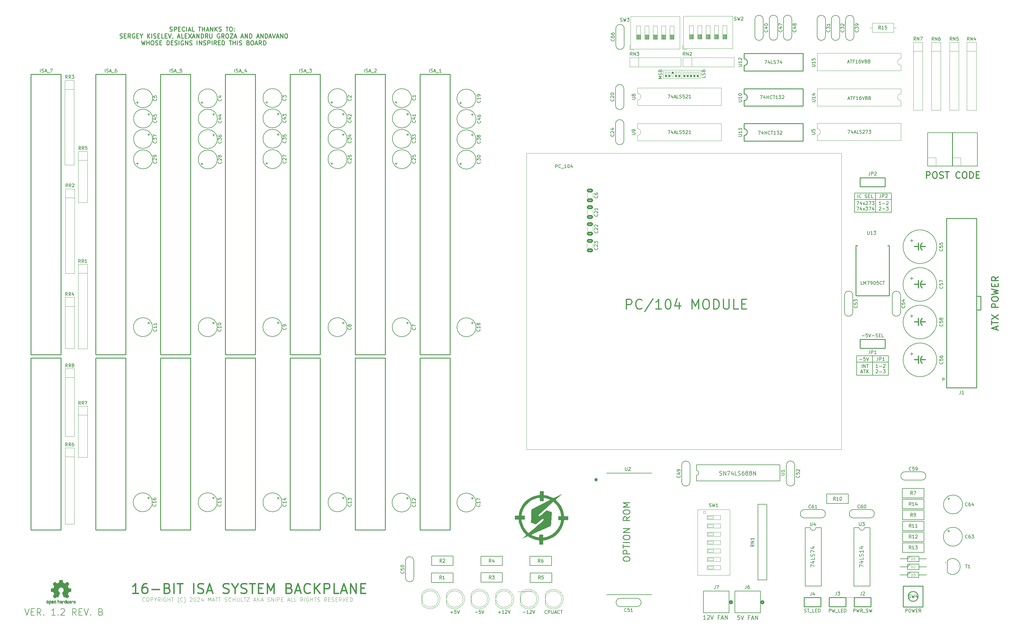
<source format=gto>
G04 #@! TF.GenerationSoftware,KiCad,Pcbnew,8.0.5*
G04 #@! TF.CreationDate,2024-09-20T21:49:52-04:00*
G04 #@! TF.ProjectId,ISA_PC104 Backplane,4953415f-5043-4313-9034-204261636b70,rev?*
G04 #@! TF.SameCoordinates,Original*
G04 #@! TF.FileFunction,Legend,Top*
G04 #@! TF.FilePolarity,Positive*
%FSLAX46Y46*%
G04 Gerber Fmt 4.6, Leading zero omitted, Abs format (unit mm)*
G04 Created by KiCad (PCBNEW 8.0.5) date 2024-09-20 21:49:52*
%MOMM*%
%LPD*%
G01*
G04 APERTURE LIST*
G04 Aperture macros list*
%AMRoundRect*
0 Rectangle with rounded corners*
0 $1 Rounding radius*
0 $2 $3 $4 $5 $6 $7 $8 $9 X,Y pos of 4 corners*
0 Add a 4 corners polygon primitive as box body*
4,1,4,$2,$3,$4,$5,$6,$7,$8,$9,$2,$3,0*
0 Add four circle primitives for the rounded corners*
1,1,$1+$1,$2,$3*
1,1,$1+$1,$4,$5*
1,1,$1+$1,$6,$7*
1,1,$1+$1,$8,$9*
0 Add four rect primitives between the rounded corners*
20,1,$1+$1,$2,$3,$4,$5,0*
20,1,$1+$1,$4,$5,$6,$7,0*
20,1,$1+$1,$6,$7,$8,$9,0*
20,1,$1+$1,$8,$9,$2,$3,0*%
G04 Aperture macros list end*
%ADD10C,0.120000*%
%ADD11C,0.100000*%
%ADD12C,0.200000*%
%ADD13C,0.203200*%
%ADD14C,0.250000*%
%ADD15C,0.300000*%
%ADD16C,0.150000*%
%ADD17C,0.450000*%
%ADD18C,0.125000*%
%ADD19C,0.175000*%
%ADD20C,0.127000*%
%ADD21C,0.152400*%
%ADD22C,0.000000*%
%ADD23C,0.508000*%
%ADD24C,0.254000*%
%ADD25C,0.010000*%
%ADD26C,0.500000*%
%ADD27C,0.110000*%
%ADD28O,2.284000X1.244000*%
%ADD29R,1.800000X1.800000*%
%ADD30C,1.800000*%
%ADD31R,1.600000X1.600000*%
%ADD32C,1.600000*%
%ADD33R,1.500000X1.500000*%
%ADD34C,1.500000*%
%ADD35C,0.900000*%
%ADD36C,8.600000*%
%ADD37O,1.400000X2.400000*%
%ADD38C,1.701800*%
%ADD39O,2.400000X1.200000*%
%ADD40RoundRect,0.250000X-0.650000X0.325000X-0.650000X-0.325000X0.650000X-0.325000X0.650000X0.325000X0*%
%ADD41O,1.600000X1.600000*%
%ADD42R,1.397000X1.397000*%
%ADD43C,1.397000*%
%ADD44C,6.350000*%
%ADD45R,1.700000X1.700000*%
%ADD46O,1.700000X1.700000*%
%ADD47O,1.500000X2.400000*%
%ADD48O,1.300000X2.400000*%
%ADD49O,1.200000X2.400000*%
%ADD50C,1.700000*%
%ADD51RoundRect,0.250000X0.650000X-0.325000X0.650000X0.325000X-0.650000X0.325000X-0.650000X-0.325000X0*%
%ADD52R,1.524000X1.524000*%
%ADD53C,2.800000*%
%ADD54O,2.400000X1.214000*%
%ADD55R,8.890000X8.890000*%
%ADD56O,1.524000X3.000000*%
%ADD57O,2.604000X1.404000*%
%ADD58R,1.600000X1.400000*%
G04 APERTURE END LIST*
D10*
X286536000Y-81150000D02*
X286028000Y-81150000D01*
X296188000Y-81150000D02*
X295680000Y-81150000D01*
D11*
X241190000Y-237820000D02*
X245440000Y-237820000D01*
D10*
X288060000Y-81150000D02*
X288060000Y-79626000D01*
X291616000Y-81150000D02*
X291616000Y-79626000D01*
X292632000Y-79626000D02*
X293140000Y-79626000D01*
X294664000Y-79626000D02*
X295172000Y-79626000D01*
X293140000Y-79626000D02*
X293140000Y-81150000D01*
X289076000Y-79626000D02*
X289584000Y-79626000D01*
X291108000Y-79118000D02*
X291108000Y-81658000D01*
X290600000Y-81150000D02*
X290092000Y-81150000D01*
X295680000Y-79626000D02*
X296188000Y-79626000D01*
X292124000Y-79626000D02*
X292124000Y-81150000D01*
D12*
X344325000Y-171950000D02*
X344325000Y-166050000D01*
D10*
X295172000Y-81150000D02*
X294664000Y-81150000D01*
X291616000Y-79626000D02*
X292124000Y-79626000D01*
X296696000Y-79118000D02*
X296696000Y-81658000D01*
D12*
X349150000Y-166050000D02*
X349150000Y-171950000D01*
D10*
X287044000Y-81150000D02*
X287044000Y-79626000D01*
X290092000Y-80642000D02*
X290600000Y-80642000D01*
X288060000Y-79626000D02*
X288568000Y-79626000D01*
D11*
X341040000Y-239600000D02*
X343580000Y-239600000D01*
D10*
X292124000Y-81150000D02*
X291616000Y-81150000D01*
X290092000Y-79626000D02*
X290600000Y-79626000D01*
X290092000Y-81150000D02*
X290092000Y-79626000D01*
X289076000Y-80642000D02*
X289584000Y-80642000D01*
X295680000Y-80642000D02*
X296188000Y-80642000D01*
X295172000Y-79626000D02*
X295172000Y-81150000D01*
X285520000Y-81658000D02*
X285520000Y-79118000D01*
X292632000Y-81150000D02*
X292632000Y-79626000D01*
D12*
X343675000Y-122400000D02*
X354925000Y-122400000D01*
D10*
X289076000Y-81150000D02*
X289076000Y-79626000D01*
X294664000Y-81150000D02*
X294664000Y-79626000D01*
X288568000Y-79626000D02*
X288568000Y-81150000D01*
X286536000Y-79626000D02*
X286536000Y-81150000D01*
X286028000Y-80642000D02*
X286536000Y-80642000D01*
X287552000Y-79626000D02*
X287552000Y-81150000D01*
X295680000Y-81150000D02*
X295680000Y-79626000D01*
X289584000Y-79626000D02*
X289584000Y-81150000D01*
D12*
X344325000Y-171950000D02*
X353975000Y-171950000D01*
D10*
X288568000Y-81150000D02*
X288060000Y-81150000D01*
X287044000Y-80642000D02*
X287552000Y-80642000D01*
X294156000Y-79626000D02*
X294156000Y-81150000D01*
X287552000Y-81150000D02*
X287044000Y-81150000D01*
D12*
X350100000Y-116500000D02*
X350100000Y-122400000D01*
D10*
X296188000Y-79626000D02*
X296188000Y-81150000D01*
X285520000Y-79118000D02*
X296696000Y-79118000D01*
X293648000Y-79626000D02*
X294156000Y-79626000D01*
D12*
X344325000Y-166050000D02*
X353975000Y-166050000D01*
X343675000Y-116500000D02*
X354925000Y-116500000D01*
D10*
X294664000Y-80642000D02*
X295172000Y-80642000D01*
D12*
X343675000Y-118450000D02*
X354925000Y-118450000D01*
D10*
X291616000Y-80642000D02*
X292124000Y-80642000D01*
X287044000Y-79626000D02*
X287552000Y-79626000D01*
X290600000Y-79626000D02*
X290600000Y-81150000D01*
X289584000Y-81150000D02*
X289076000Y-81150000D01*
X286028000Y-81150000D02*
X286028000Y-79626000D01*
X294156000Y-81150000D02*
X293648000Y-81150000D01*
X285520000Y-81658000D02*
X296696000Y-81658000D01*
X293648000Y-81150000D02*
X293648000Y-79626000D01*
X286028000Y-79626000D02*
X286536000Y-79626000D01*
D12*
X344325000Y-168000000D02*
X353975000Y-168000000D01*
X354925000Y-122400000D02*
X354925000Y-116500000D01*
X353975000Y-171950000D02*
X353975000Y-166050000D01*
D10*
X288568000Y-80134000D02*
X288060000Y-80134000D01*
X292632000Y-80642000D02*
X293140000Y-80642000D01*
D12*
X343675000Y-122400000D02*
X343675000Y-116500000D01*
D10*
X293140000Y-81150000D02*
X292632000Y-81150000D01*
X293648000Y-80642000D02*
X294156000Y-80642000D01*
D13*
X344303826Y-119099093D02*
X344981160Y-119099093D01*
X344981160Y-119099093D02*
X344545731Y-120115093D01*
X345803636Y-119437760D02*
X345803636Y-120115093D01*
X345561731Y-119050713D02*
X345319826Y-119776427D01*
X345319826Y-119776427D02*
X345948779Y-119776427D01*
X346239064Y-120115093D02*
X346771255Y-119437760D01*
X346239064Y-119437760D02*
X346771255Y-120115093D01*
X347109921Y-119195855D02*
X347158302Y-119147474D01*
X347158302Y-119147474D02*
X347255064Y-119099093D01*
X347255064Y-119099093D02*
X347496969Y-119099093D01*
X347496969Y-119099093D02*
X347593731Y-119147474D01*
X347593731Y-119147474D02*
X347642112Y-119195855D01*
X347642112Y-119195855D02*
X347690493Y-119292617D01*
X347690493Y-119292617D02*
X347690493Y-119389379D01*
X347690493Y-119389379D02*
X347642112Y-119534522D01*
X347642112Y-119534522D02*
X347061540Y-120115093D01*
X347061540Y-120115093D02*
X347690493Y-120115093D01*
X348029159Y-119099093D02*
X348706493Y-119099093D01*
X348706493Y-119099093D02*
X348271064Y-120115093D01*
X348996778Y-119099093D02*
X349625731Y-119099093D01*
X349625731Y-119099093D02*
X349287064Y-119486141D01*
X349287064Y-119486141D02*
X349432207Y-119486141D01*
X349432207Y-119486141D02*
X349528969Y-119534522D01*
X349528969Y-119534522D02*
X349577350Y-119582903D01*
X349577350Y-119582903D02*
X349625731Y-119679665D01*
X349625731Y-119679665D02*
X349625731Y-119921570D01*
X349625731Y-119921570D02*
X349577350Y-120018332D01*
X349577350Y-120018332D02*
X349528969Y-120066713D01*
X349528969Y-120066713D02*
X349432207Y-120115093D01*
X349432207Y-120115093D02*
X349141921Y-120115093D01*
X349141921Y-120115093D02*
X349045159Y-120066713D01*
X349045159Y-120066713D02*
X348996778Y-120018332D01*
X351640874Y-116899093D02*
X351640874Y-117624808D01*
X351640874Y-117624808D02*
X351592493Y-117769951D01*
X351592493Y-117769951D02*
X351495731Y-117866713D01*
X351495731Y-117866713D02*
X351350588Y-117915093D01*
X351350588Y-117915093D02*
X351253826Y-117915093D01*
X352124683Y-117915093D02*
X352124683Y-116899093D01*
X352124683Y-116899093D02*
X352511731Y-116899093D01*
X352511731Y-116899093D02*
X352608493Y-116947474D01*
X352608493Y-116947474D02*
X352656874Y-116995855D01*
X352656874Y-116995855D02*
X352705255Y-117092617D01*
X352705255Y-117092617D02*
X352705255Y-117237760D01*
X352705255Y-117237760D02*
X352656874Y-117334522D01*
X352656874Y-117334522D02*
X352608493Y-117382903D01*
X352608493Y-117382903D02*
X352511731Y-117431284D01*
X352511731Y-117431284D02*
X352124683Y-117431284D01*
X353092302Y-116995855D02*
X353140683Y-116947474D01*
X353140683Y-116947474D02*
X353237445Y-116899093D01*
X353237445Y-116899093D02*
X353479350Y-116899093D01*
X353479350Y-116899093D02*
X353576112Y-116947474D01*
X353576112Y-116947474D02*
X353624493Y-116995855D01*
X353624493Y-116995855D02*
X353672874Y-117092617D01*
X353672874Y-117092617D02*
X353672874Y-117189379D01*
X353672874Y-117189379D02*
X353624493Y-117334522D01*
X353624493Y-117334522D02*
X353043921Y-117915093D01*
X353043921Y-117915093D02*
X353672874Y-117915093D01*
X350790874Y-166499093D02*
X350790874Y-167224808D01*
X350790874Y-167224808D02*
X350742493Y-167369951D01*
X350742493Y-167369951D02*
X350645731Y-167466713D01*
X350645731Y-167466713D02*
X350500588Y-167515093D01*
X350500588Y-167515093D02*
X350403826Y-167515093D01*
X351274683Y-167515093D02*
X351274683Y-166499093D01*
X351274683Y-166499093D02*
X351661731Y-166499093D01*
X351661731Y-166499093D02*
X351758493Y-166547474D01*
X351758493Y-166547474D02*
X351806874Y-166595855D01*
X351806874Y-166595855D02*
X351855255Y-166692617D01*
X351855255Y-166692617D02*
X351855255Y-166837760D01*
X351855255Y-166837760D02*
X351806874Y-166934522D01*
X351806874Y-166934522D02*
X351758493Y-166982903D01*
X351758493Y-166982903D02*
X351661731Y-167031284D01*
X351661731Y-167031284D02*
X351274683Y-167031284D01*
X352822874Y-167515093D02*
X352242302Y-167515093D01*
X352532588Y-167515093D02*
X352532588Y-166499093D01*
X352532588Y-166499093D02*
X352435826Y-166644236D01*
X352435826Y-166644236D02*
X352339064Y-166740998D01*
X352339064Y-166740998D02*
X352242302Y-166789379D01*
X345602207Y-171024808D02*
X346086017Y-171024808D01*
X345505445Y-171315093D02*
X345844112Y-170299093D01*
X345844112Y-170299093D02*
X346182779Y-171315093D01*
X346376302Y-170299093D02*
X346956874Y-170299093D01*
X346666588Y-171315093D02*
X346666588Y-170299093D01*
X347198778Y-170299093D02*
X347876112Y-171315093D01*
X347876112Y-170299093D02*
X347198778Y-171315093D01*
D14*
X135242857Y-67180146D02*
X135428571Y-67242050D01*
X135428571Y-67242050D02*
X135738095Y-67242050D01*
X135738095Y-67242050D02*
X135861904Y-67180146D01*
X135861904Y-67180146D02*
X135923809Y-67118241D01*
X135923809Y-67118241D02*
X135985714Y-66994431D01*
X135985714Y-66994431D02*
X135985714Y-66870622D01*
X135985714Y-66870622D02*
X135923809Y-66746812D01*
X135923809Y-66746812D02*
X135861904Y-66684907D01*
X135861904Y-66684907D02*
X135738095Y-66623003D01*
X135738095Y-66623003D02*
X135490476Y-66561098D01*
X135490476Y-66561098D02*
X135366666Y-66499193D01*
X135366666Y-66499193D02*
X135304761Y-66437288D01*
X135304761Y-66437288D02*
X135242857Y-66313479D01*
X135242857Y-66313479D02*
X135242857Y-66189669D01*
X135242857Y-66189669D02*
X135304761Y-66065860D01*
X135304761Y-66065860D02*
X135366666Y-66003955D01*
X135366666Y-66003955D02*
X135490476Y-65942050D01*
X135490476Y-65942050D02*
X135799999Y-65942050D01*
X135799999Y-65942050D02*
X135985714Y-66003955D01*
X136542856Y-67242050D02*
X136542856Y-65942050D01*
X136542856Y-65942050D02*
X137038094Y-65942050D01*
X137038094Y-65942050D02*
X137161904Y-66003955D01*
X137161904Y-66003955D02*
X137223809Y-66065860D01*
X137223809Y-66065860D02*
X137285713Y-66189669D01*
X137285713Y-66189669D02*
X137285713Y-66375384D01*
X137285713Y-66375384D02*
X137223809Y-66499193D01*
X137223809Y-66499193D02*
X137161904Y-66561098D01*
X137161904Y-66561098D02*
X137038094Y-66623003D01*
X137038094Y-66623003D02*
X136542856Y-66623003D01*
X137842856Y-66561098D02*
X138276190Y-66561098D01*
X138461904Y-67242050D02*
X137842856Y-67242050D01*
X137842856Y-67242050D02*
X137842856Y-65942050D01*
X137842856Y-65942050D02*
X138461904Y-65942050D01*
X139761903Y-67118241D02*
X139699999Y-67180146D01*
X139699999Y-67180146D02*
X139514284Y-67242050D01*
X139514284Y-67242050D02*
X139390475Y-67242050D01*
X139390475Y-67242050D02*
X139204761Y-67180146D01*
X139204761Y-67180146D02*
X139080951Y-67056336D01*
X139080951Y-67056336D02*
X139019046Y-66932526D01*
X139019046Y-66932526D02*
X138957142Y-66684907D01*
X138957142Y-66684907D02*
X138957142Y-66499193D01*
X138957142Y-66499193D02*
X139019046Y-66251574D01*
X139019046Y-66251574D02*
X139080951Y-66127765D01*
X139080951Y-66127765D02*
X139204761Y-66003955D01*
X139204761Y-66003955D02*
X139390475Y-65942050D01*
X139390475Y-65942050D02*
X139514284Y-65942050D01*
X139514284Y-65942050D02*
X139699999Y-66003955D01*
X139699999Y-66003955D02*
X139761903Y-66065860D01*
X140319046Y-67242050D02*
X140319046Y-65942050D01*
X140876190Y-66870622D02*
X141495237Y-66870622D01*
X140752380Y-67242050D02*
X141185713Y-65942050D01*
X141185713Y-65942050D02*
X141619047Y-67242050D01*
X142671428Y-67242050D02*
X142052380Y-67242050D01*
X142052380Y-67242050D02*
X142052380Y-65942050D01*
X143909523Y-65942050D02*
X144652380Y-65942050D01*
X144280952Y-67242050D02*
X144280952Y-65942050D01*
X145085713Y-67242050D02*
X145085713Y-65942050D01*
X145085713Y-66561098D02*
X145828570Y-66561098D01*
X145828570Y-67242050D02*
X145828570Y-65942050D01*
X146385714Y-66870622D02*
X147004761Y-66870622D01*
X146261904Y-67242050D02*
X146695237Y-65942050D01*
X146695237Y-65942050D02*
X147128571Y-67242050D01*
X147561904Y-67242050D02*
X147561904Y-65942050D01*
X147561904Y-65942050D02*
X148304761Y-67242050D01*
X148304761Y-67242050D02*
X148304761Y-65942050D01*
X148923809Y-67242050D02*
X148923809Y-65942050D01*
X149666666Y-67242050D02*
X149109524Y-66499193D01*
X149666666Y-65942050D02*
X148923809Y-66684907D01*
X150161905Y-67180146D02*
X150347619Y-67242050D01*
X150347619Y-67242050D02*
X150657143Y-67242050D01*
X150657143Y-67242050D02*
X150780952Y-67180146D01*
X150780952Y-67180146D02*
X150842857Y-67118241D01*
X150842857Y-67118241D02*
X150904762Y-66994431D01*
X150904762Y-66994431D02*
X150904762Y-66870622D01*
X150904762Y-66870622D02*
X150842857Y-66746812D01*
X150842857Y-66746812D02*
X150780952Y-66684907D01*
X150780952Y-66684907D02*
X150657143Y-66623003D01*
X150657143Y-66623003D02*
X150409524Y-66561098D01*
X150409524Y-66561098D02*
X150285714Y-66499193D01*
X150285714Y-66499193D02*
X150223809Y-66437288D01*
X150223809Y-66437288D02*
X150161905Y-66313479D01*
X150161905Y-66313479D02*
X150161905Y-66189669D01*
X150161905Y-66189669D02*
X150223809Y-66065860D01*
X150223809Y-66065860D02*
X150285714Y-66003955D01*
X150285714Y-66003955D02*
X150409524Y-65942050D01*
X150409524Y-65942050D02*
X150719047Y-65942050D01*
X150719047Y-65942050D02*
X150904762Y-66003955D01*
X152266666Y-65942050D02*
X153009523Y-65942050D01*
X152638095Y-67242050D02*
X152638095Y-65942050D01*
X153690475Y-65942050D02*
X153938094Y-65942050D01*
X153938094Y-65942050D02*
X154061904Y-66003955D01*
X154061904Y-66003955D02*
X154185713Y-66127765D01*
X154185713Y-66127765D02*
X154247618Y-66375384D01*
X154247618Y-66375384D02*
X154247618Y-66808717D01*
X154247618Y-66808717D02*
X154185713Y-67056336D01*
X154185713Y-67056336D02*
X154061904Y-67180146D01*
X154061904Y-67180146D02*
X153938094Y-67242050D01*
X153938094Y-67242050D02*
X153690475Y-67242050D01*
X153690475Y-67242050D02*
X153566666Y-67180146D01*
X153566666Y-67180146D02*
X153442856Y-67056336D01*
X153442856Y-67056336D02*
X153380952Y-66808717D01*
X153380952Y-66808717D02*
X153380952Y-66375384D01*
X153380952Y-66375384D02*
X153442856Y-66127765D01*
X153442856Y-66127765D02*
X153566666Y-66003955D01*
X153566666Y-66003955D02*
X153690475Y-65942050D01*
X154804761Y-67118241D02*
X154866666Y-67180146D01*
X154866666Y-67180146D02*
X154804761Y-67242050D01*
X154804761Y-67242050D02*
X154742857Y-67180146D01*
X154742857Y-67180146D02*
X154804761Y-67118241D01*
X154804761Y-67118241D02*
X154804761Y-67242050D01*
X154804761Y-66437288D02*
X154866666Y-66499193D01*
X154866666Y-66499193D02*
X154804761Y-66561098D01*
X154804761Y-66561098D02*
X154742857Y-66499193D01*
X154742857Y-66499193D02*
X154804761Y-66437288D01*
X154804761Y-66437288D02*
X154804761Y-66561098D01*
X120045238Y-69273073D02*
X120230952Y-69334977D01*
X120230952Y-69334977D02*
X120540476Y-69334977D01*
X120540476Y-69334977D02*
X120664285Y-69273073D01*
X120664285Y-69273073D02*
X120726190Y-69211168D01*
X120726190Y-69211168D02*
X120788095Y-69087358D01*
X120788095Y-69087358D02*
X120788095Y-68963549D01*
X120788095Y-68963549D02*
X120726190Y-68839739D01*
X120726190Y-68839739D02*
X120664285Y-68777834D01*
X120664285Y-68777834D02*
X120540476Y-68715930D01*
X120540476Y-68715930D02*
X120292857Y-68654025D01*
X120292857Y-68654025D02*
X120169047Y-68592120D01*
X120169047Y-68592120D02*
X120107142Y-68530215D01*
X120107142Y-68530215D02*
X120045238Y-68406406D01*
X120045238Y-68406406D02*
X120045238Y-68282596D01*
X120045238Y-68282596D02*
X120107142Y-68158787D01*
X120107142Y-68158787D02*
X120169047Y-68096882D01*
X120169047Y-68096882D02*
X120292857Y-68034977D01*
X120292857Y-68034977D02*
X120602380Y-68034977D01*
X120602380Y-68034977D02*
X120788095Y-68096882D01*
X121345237Y-68654025D02*
X121778571Y-68654025D01*
X121964285Y-69334977D02*
X121345237Y-69334977D01*
X121345237Y-69334977D02*
X121345237Y-68034977D01*
X121345237Y-68034977D02*
X121964285Y-68034977D01*
X123264284Y-69334977D02*
X122830951Y-68715930D01*
X122521427Y-69334977D02*
X122521427Y-68034977D01*
X122521427Y-68034977D02*
X123016665Y-68034977D01*
X123016665Y-68034977D02*
X123140475Y-68096882D01*
X123140475Y-68096882D02*
X123202380Y-68158787D01*
X123202380Y-68158787D02*
X123264284Y-68282596D01*
X123264284Y-68282596D02*
X123264284Y-68468311D01*
X123264284Y-68468311D02*
X123202380Y-68592120D01*
X123202380Y-68592120D02*
X123140475Y-68654025D01*
X123140475Y-68654025D02*
X123016665Y-68715930D01*
X123016665Y-68715930D02*
X122521427Y-68715930D01*
X124502380Y-68096882D02*
X124378570Y-68034977D01*
X124378570Y-68034977D02*
X124192856Y-68034977D01*
X124192856Y-68034977D02*
X124007142Y-68096882D01*
X124007142Y-68096882D02*
X123883332Y-68220692D01*
X123883332Y-68220692D02*
X123821427Y-68344501D01*
X123821427Y-68344501D02*
X123759523Y-68592120D01*
X123759523Y-68592120D02*
X123759523Y-68777834D01*
X123759523Y-68777834D02*
X123821427Y-69025453D01*
X123821427Y-69025453D02*
X123883332Y-69149263D01*
X123883332Y-69149263D02*
X124007142Y-69273073D01*
X124007142Y-69273073D02*
X124192856Y-69334977D01*
X124192856Y-69334977D02*
X124316665Y-69334977D01*
X124316665Y-69334977D02*
X124502380Y-69273073D01*
X124502380Y-69273073D02*
X124564284Y-69211168D01*
X124564284Y-69211168D02*
X124564284Y-68777834D01*
X124564284Y-68777834D02*
X124316665Y-68777834D01*
X125121427Y-68654025D02*
X125554761Y-68654025D01*
X125740475Y-69334977D02*
X125121427Y-69334977D01*
X125121427Y-69334977D02*
X125121427Y-68034977D01*
X125121427Y-68034977D02*
X125740475Y-68034977D01*
X126545236Y-68715930D02*
X126545236Y-69334977D01*
X126111903Y-68034977D02*
X126545236Y-68715930D01*
X126545236Y-68715930D02*
X126978570Y-68034977D01*
X128402379Y-69334977D02*
X128402379Y-68034977D01*
X129145236Y-69334977D02*
X128588094Y-68592120D01*
X129145236Y-68034977D02*
X128402379Y-68777834D01*
X129702379Y-69334977D02*
X129702379Y-68034977D01*
X130259523Y-69273073D02*
X130445237Y-69334977D01*
X130445237Y-69334977D02*
X130754761Y-69334977D01*
X130754761Y-69334977D02*
X130878570Y-69273073D01*
X130878570Y-69273073D02*
X130940475Y-69211168D01*
X130940475Y-69211168D02*
X131002380Y-69087358D01*
X131002380Y-69087358D02*
X131002380Y-68963549D01*
X131002380Y-68963549D02*
X130940475Y-68839739D01*
X130940475Y-68839739D02*
X130878570Y-68777834D01*
X130878570Y-68777834D02*
X130754761Y-68715930D01*
X130754761Y-68715930D02*
X130507142Y-68654025D01*
X130507142Y-68654025D02*
X130383332Y-68592120D01*
X130383332Y-68592120D02*
X130321427Y-68530215D01*
X130321427Y-68530215D02*
X130259523Y-68406406D01*
X130259523Y-68406406D02*
X130259523Y-68282596D01*
X130259523Y-68282596D02*
X130321427Y-68158787D01*
X130321427Y-68158787D02*
X130383332Y-68096882D01*
X130383332Y-68096882D02*
X130507142Y-68034977D01*
X130507142Y-68034977D02*
X130816665Y-68034977D01*
X130816665Y-68034977D02*
X131002380Y-68096882D01*
X131559522Y-68654025D02*
X131992856Y-68654025D01*
X132178570Y-69334977D02*
X131559522Y-69334977D01*
X131559522Y-69334977D02*
X131559522Y-68034977D01*
X131559522Y-68034977D02*
X132178570Y-68034977D01*
X133354760Y-69334977D02*
X132735712Y-69334977D01*
X132735712Y-69334977D02*
X132735712Y-68034977D01*
X133788093Y-68654025D02*
X134221427Y-68654025D01*
X134407141Y-69334977D02*
X133788093Y-69334977D01*
X133788093Y-69334977D02*
X133788093Y-68034977D01*
X133788093Y-68034977D02*
X134407141Y-68034977D01*
X134778569Y-68034977D02*
X135211902Y-69334977D01*
X135211902Y-69334977D02*
X135645236Y-68034977D01*
X136140474Y-69273073D02*
X136140474Y-69334977D01*
X136140474Y-69334977D02*
X136078569Y-69458787D01*
X136078569Y-69458787D02*
X136016665Y-69520692D01*
X137626189Y-68963549D02*
X138245236Y-68963549D01*
X137502379Y-69334977D02*
X137935712Y-68034977D01*
X137935712Y-68034977D02*
X138369046Y-69334977D01*
X139421427Y-69334977D02*
X138802379Y-69334977D01*
X138802379Y-69334977D02*
X138802379Y-68034977D01*
X139854760Y-68654025D02*
X140288094Y-68654025D01*
X140473808Y-69334977D02*
X139854760Y-69334977D01*
X139854760Y-69334977D02*
X139854760Y-68034977D01*
X139854760Y-68034977D02*
X140473808Y-68034977D01*
X140907141Y-68034977D02*
X141773807Y-69334977D01*
X141773807Y-68034977D02*
X140907141Y-69334977D01*
X142207141Y-68963549D02*
X142826188Y-68963549D01*
X142083331Y-69334977D02*
X142516664Y-68034977D01*
X142516664Y-68034977D02*
X142949998Y-69334977D01*
X143383331Y-69334977D02*
X143383331Y-68034977D01*
X143383331Y-68034977D02*
X144126188Y-69334977D01*
X144126188Y-69334977D02*
X144126188Y-68034977D01*
X144745236Y-69334977D02*
X144745236Y-68034977D01*
X144745236Y-68034977D02*
X145054760Y-68034977D01*
X145054760Y-68034977D02*
X145240474Y-68096882D01*
X145240474Y-68096882D02*
X145364284Y-68220692D01*
X145364284Y-68220692D02*
X145426189Y-68344501D01*
X145426189Y-68344501D02*
X145488093Y-68592120D01*
X145488093Y-68592120D02*
X145488093Y-68777834D01*
X145488093Y-68777834D02*
X145426189Y-69025453D01*
X145426189Y-69025453D02*
X145364284Y-69149263D01*
X145364284Y-69149263D02*
X145240474Y-69273073D01*
X145240474Y-69273073D02*
X145054760Y-69334977D01*
X145054760Y-69334977D02*
X144745236Y-69334977D01*
X146788093Y-69334977D02*
X146354760Y-68715930D01*
X146045236Y-69334977D02*
X146045236Y-68034977D01*
X146045236Y-68034977D02*
X146540474Y-68034977D01*
X146540474Y-68034977D02*
X146664284Y-68096882D01*
X146664284Y-68096882D02*
X146726189Y-68158787D01*
X146726189Y-68158787D02*
X146788093Y-68282596D01*
X146788093Y-68282596D02*
X146788093Y-68468311D01*
X146788093Y-68468311D02*
X146726189Y-68592120D01*
X146726189Y-68592120D02*
X146664284Y-68654025D01*
X146664284Y-68654025D02*
X146540474Y-68715930D01*
X146540474Y-68715930D02*
X146045236Y-68715930D01*
X147345236Y-68034977D02*
X147345236Y-69087358D01*
X147345236Y-69087358D02*
X147407141Y-69211168D01*
X147407141Y-69211168D02*
X147469046Y-69273073D01*
X147469046Y-69273073D02*
X147592855Y-69334977D01*
X147592855Y-69334977D02*
X147840474Y-69334977D01*
X147840474Y-69334977D02*
X147964284Y-69273073D01*
X147964284Y-69273073D02*
X148026189Y-69211168D01*
X148026189Y-69211168D02*
X148088093Y-69087358D01*
X148088093Y-69087358D02*
X148088093Y-68034977D01*
X150378570Y-68096882D02*
X150254760Y-68034977D01*
X150254760Y-68034977D02*
X150069046Y-68034977D01*
X150069046Y-68034977D02*
X149883332Y-68096882D01*
X149883332Y-68096882D02*
X149759522Y-68220692D01*
X149759522Y-68220692D02*
X149697617Y-68344501D01*
X149697617Y-68344501D02*
X149635713Y-68592120D01*
X149635713Y-68592120D02*
X149635713Y-68777834D01*
X149635713Y-68777834D02*
X149697617Y-69025453D01*
X149697617Y-69025453D02*
X149759522Y-69149263D01*
X149759522Y-69149263D02*
X149883332Y-69273073D01*
X149883332Y-69273073D02*
X150069046Y-69334977D01*
X150069046Y-69334977D02*
X150192855Y-69334977D01*
X150192855Y-69334977D02*
X150378570Y-69273073D01*
X150378570Y-69273073D02*
X150440474Y-69211168D01*
X150440474Y-69211168D02*
X150440474Y-68777834D01*
X150440474Y-68777834D02*
X150192855Y-68777834D01*
X151740474Y-69334977D02*
X151307141Y-68715930D01*
X150997617Y-69334977D02*
X150997617Y-68034977D01*
X150997617Y-68034977D02*
X151492855Y-68034977D01*
X151492855Y-68034977D02*
X151616665Y-68096882D01*
X151616665Y-68096882D02*
X151678570Y-68158787D01*
X151678570Y-68158787D02*
X151740474Y-68282596D01*
X151740474Y-68282596D02*
X151740474Y-68468311D01*
X151740474Y-68468311D02*
X151678570Y-68592120D01*
X151678570Y-68592120D02*
X151616665Y-68654025D01*
X151616665Y-68654025D02*
X151492855Y-68715930D01*
X151492855Y-68715930D02*
X150997617Y-68715930D01*
X152545236Y-68034977D02*
X152792855Y-68034977D01*
X152792855Y-68034977D02*
X152916665Y-68096882D01*
X152916665Y-68096882D02*
X153040474Y-68220692D01*
X153040474Y-68220692D02*
X153102379Y-68468311D01*
X153102379Y-68468311D02*
X153102379Y-68901644D01*
X153102379Y-68901644D02*
X153040474Y-69149263D01*
X153040474Y-69149263D02*
X152916665Y-69273073D01*
X152916665Y-69273073D02*
X152792855Y-69334977D01*
X152792855Y-69334977D02*
X152545236Y-69334977D01*
X152545236Y-69334977D02*
X152421427Y-69273073D01*
X152421427Y-69273073D02*
X152297617Y-69149263D01*
X152297617Y-69149263D02*
X152235713Y-68901644D01*
X152235713Y-68901644D02*
X152235713Y-68468311D01*
X152235713Y-68468311D02*
X152297617Y-68220692D01*
X152297617Y-68220692D02*
X152421427Y-68096882D01*
X152421427Y-68096882D02*
X152545236Y-68034977D01*
X153535713Y-68034977D02*
X154402379Y-68034977D01*
X154402379Y-68034977D02*
X153535713Y-69334977D01*
X153535713Y-69334977D02*
X154402379Y-69334977D01*
X154835713Y-68963549D02*
X155454760Y-68963549D01*
X154711903Y-69334977D02*
X155145236Y-68034977D01*
X155145236Y-68034977D02*
X155578570Y-69334977D01*
X156940475Y-68963549D02*
X157559522Y-68963549D01*
X156816665Y-69334977D02*
X157249998Y-68034977D01*
X157249998Y-68034977D02*
X157683332Y-69334977D01*
X158116665Y-69334977D02*
X158116665Y-68034977D01*
X158116665Y-68034977D02*
X158859522Y-69334977D01*
X158859522Y-69334977D02*
X158859522Y-68034977D01*
X159478570Y-69334977D02*
X159478570Y-68034977D01*
X159478570Y-68034977D02*
X159788094Y-68034977D01*
X159788094Y-68034977D02*
X159973808Y-68096882D01*
X159973808Y-68096882D02*
X160097618Y-68220692D01*
X160097618Y-68220692D02*
X160159523Y-68344501D01*
X160159523Y-68344501D02*
X160221427Y-68592120D01*
X160221427Y-68592120D02*
X160221427Y-68777834D01*
X160221427Y-68777834D02*
X160159523Y-69025453D01*
X160159523Y-69025453D02*
X160097618Y-69149263D01*
X160097618Y-69149263D02*
X159973808Y-69273073D01*
X159973808Y-69273073D02*
X159788094Y-69334977D01*
X159788094Y-69334977D02*
X159478570Y-69334977D01*
X161707142Y-68963549D02*
X162326189Y-68963549D01*
X161583332Y-69334977D02*
X162016665Y-68034977D01*
X162016665Y-68034977D02*
X162449999Y-69334977D01*
X162883332Y-69334977D02*
X162883332Y-68034977D01*
X162883332Y-68034977D02*
X163626189Y-69334977D01*
X163626189Y-69334977D02*
X163626189Y-68034977D01*
X164245237Y-69334977D02*
X164245237Y-68034977D01*
X164245237Y-68034977D02*
X164554761Y-68034977D01*
X164554761Y-68034977D02*
X164740475Y-68096882D01*
X164740475Y-68096882D02*
X164864285Y-68220692D01*
X164864285Y-68220692D02*
X164926190Y-68344501D01*
X164926190Y-68344501D02*
X164988094Y-68592120D01*
X164988094Y-68592120D02*
X164988094Y-68777834D01*
X164988094Y-68777834D02*
X164926190Y-69025453D01*
X164926190Y-69025453D02*
X164864285Y-69149263D01*
X164864285Y-69149263D02*
X164740475Y-69273073D01*
X164740475Y-69273073D02*
X164554761Y-69334977D01*
X164554761Y-69334977D02*
X164245237Y-69334977D01*
X165483333Y-68963549D02*
X166102380Y-68963549D01*
X165359523Y-69334977D02*
X165792856Y-68034977D01*
X165792856Y-68034977D02*
X166226190Y-69334977D01*
X166473809Y-68034977D02*
X166907142Y-69334977D01*
X166907142Y-69334977D02*
X167340476Y-68034977D01*
X167711905Y-68963549D02*
X168330952Y-68963549D01*
X167588095Y-69334977D02*
X168021428Y-68034977D01*
X168021428Y-68034977D02*
X168454762Y-69334977D01*
X168888095Y-69334977D02*
X168888095Y-68034977D01*
X168888095Y-68034977D02*
X169630952Y-69334977D01*
X169630952Y-69334977D02*
X169630952Y-68034977D01*
X170497619Y-68034977D02*
X170745238Y-68034977D01*
X170745238Y-68034977D02*
X170869048Y-68096882D01*
X170869048Y-68096882D02*
X170992857Y-68220692D01*
X170992857Y-68220692D02*
X171054762Y-68468311D01*
X171054762Y-68468311D02*
X171054762Y-68901644D01*
X171054762Y-68901644D02*
X170992857Y-69149263D01*
X170992857Y-69149263D02*
X170869048Y-69273073D01*
X170869048Y-69273073D02*
X170745238Y-69334977D01*
X170745238Y-69334977D02*
X170497619Y-69334977D01*
X170497619Y-69334977D02*
X170373810Y-69273073D01*
X170373810Y-69273073D02*
X170250000Y-69149263D01*
X170250000Y-69149263D02*
X170188096Y-68901644D01*
X170188096Y-68901644D02*
X170188096Y-68468311D01*
X170188096Y-68468311D02*
X170250000Y-68220692D01*
X170250000Y-68220692D02*
X170373810Y-68096882D01*
X170373810Y-68096882D02*
X170497619Y-68034977D01*
X126576191Y-70127904D02*
X126885715Y-71427904D01*
X126885715Y-71427904D02*
X127133334Y-70499333D01*
X127133334Y-70499333D02*
X127380953Y-71427904D01*
X127380953Y-71427904D02*
X127690477Y-70127904D01*
X128185714Y-71427904D02*
X128185714Y-70127904D01*
X128185714Y-70746952D02*
X128928571Y-70746952D01*
X128928571Y-71427904D02*
X128928571Y-70127904D01*
X129795238Y-70127904D02*
X130042857Y-70127904D01*
X130042857Y-70127904D02*
X130166667Y-70189809D01*
X130166667Y-70189809D02*
X130290476Y-70313619D01*
X130290476Y-70313619D02*
X130352381Y-70561238D01*
X130352381Y-70561238D02*
X130352381Y-70994571D01*
X130352381Y-70994571D02*
X130290476Y-71242190D01*
X130290476Y-71242190D02*
X130166667Y-71366000D01*
X130166667Y-71366000D02*
X130042857Y-71427904D01*
X130042857Y-71427904D02*
X129795238Y-71427904D01*
X129795238Y-71427904D02*
X129671429Y-71366000D01*
X129671429Y-71366000D02*
X129547619Y-71242190D01*
X129547619Y-71242190D02*
X129485715Y-70994571D01*
X129485715Y-70994571D02*
X129485715Y-70561238D01*
X129485715Y-70561238D02*
X129547619Y-70313619D01*
X129547619Y-70313619D02*
X129671429Y-70189809D01*
X129671429Y-70189809D02*
X129795238Y-70127904D01*
X130847620Y-71366000D02*
X131033334Y-71427904D01*
X131033334Y-71427904D02*
X131342858Y-71427904D01*
X131342858Y-71427904D02*
X131466667Y-71366000D01*
X131466667Y-71366000D02*
X131528572Y-71304095D01*
X131528572Y-71304095D02*
X131590477Y-71180285D01*
X131590477Y-71180285D02*
X131590477Y-71056476D01*
X131590477Y-71056476D02*
X131528572Y-70932666D01*
X131528572Y-70932666D02*
X131466667Y-70870761D01*
X131466667Y-70870761D02*
X131342858Y-70808857D01*
X131342858Y-70808857D02*
X131095239Y-70746952D01*
X131095239Y-70746952D02*
X130971429Y-70685047D01*
X130971429Y-70685047D02*
X130909524Y-70623142D01*
X130909524Y-70623142D02*
X130847620Y-70499333D01*
X130847620Y-70499333D02*
X130847620Y-70375523D01*
X130847620Y-70375523D02*
X130909524Y-70251714D01*
X130909524Y-70251714D02*
X130971429Y-70189809D01*
X130971429Y-70189809D02*
X131095239Y-70127904D01*
X131095239Y-70127904D02*
X131404762Y-70127904D01*
X131404762Y-70127904D02*
X131590477Y-70189809D01*
X132147619Y-70746952D02*
X132580953Y-70746952D01*
X132766667Y-71427904D02*
X132147619Y-71427904D01*
X132147619Y-71427904D02*
X132147619Y-70127904D01*
X132147619Y-70127904D02*
X132766667Y-70127904D01*
X134314285Y-71427904D02*
X134314285Y-70127904D01*
X134314285Y-70127904D02*
X134623809Y-70127904D01*
X134623809Y-70127904D02*
X134809523Y-70189809D01*
X134809523Y-70189809D02*
X134933333Y-70313619D01*
X134933333Y-70313619D02*
X134995238Y-70437428D01*
X134995238Y-70437428D02*
X135057142Y-70685047D01*
X135057142Y-70685047D02*
X135057142Y-70870761D01*
X135057142Y-70870761D02*
X134995238Y-71118380D01*
X134995238Y-71118380D02*
X134933333Y-71242190D01*
X134933333Y-71242190D02*
X134809523Y-71366000D01*
X134809523Y-71366000D02*
X134623809Y-71427904D01*
X134623809Y-71427904D02*
X134314285Y-71427904D01*
X135614285Y-70746952D02*
X136047619Y-70746952D01*
X136233333Y-71427904D02*
X135614285Y-71427904D01*
X135614285Y-71427904D02*
X135614285Y-70127904D01*
X135614285Y-70127904D02*
X136233333Y-70127904D01*
X136728571Y-71366000D02*
X136914285Y-71427904D01*
X136914285Y-71427904D02*
X137223809Y-71427904D01*
X137223809Y-71427904D02*
X137347618Y-71366000D01*
X137347618Y-71366000D02*
X137409523Y-71304095D01*
X137409523Y-71304095D02*
X137471428Y-71180285D01*
X137471428Y-71180285D02*
X137471428Y-71056476D01*
X137471428Y-71056476D02*
X137409523Y-70932666D01*
X137409523Y-70932666D02*
X137347618Y-70870761D01*
X137347618Y-70870761D02*
X137223809Y-70808857D01*
X137223809Y-70808857D02*
X136976190Y-70746952D01*
X136976190Y-70746952D02*
X136852380Y-70685047D01*
X136852380Y-70685047D02*
X136790475Y-70623142D01*
X136790475Y-70623142D02*
X136728571Y-70499333D01*
X136728571Y-70499333D02*
X136728571Y-70375523D01*
X136728571Y-70375523D02*
X136790475Y-70251714D01*
X136790475Y-70251714D02*
X136852380Y-70189809D01*
X136852380Y-70189809D02*
X136976190Y-70127904D01*
X136976190Y-70127904D02*
X137285713Y-70127904D01*
X137285713Y-70127904D02*
X137471428Y-70189809D01*
X138028570Y-71427904D02*
X138028570Y-70127904D01*
X139328571Y-70189809D02*
X139204761Y-70127904D01*
X139204761Y-70127904D02*
X139019047Y-70127904D01*
X139019047Y-70127904D02*
X138833333Y-70189809D01*
X138833333Y-70189809D02*
X138709523Y-70313619D01*
X138709523Y-70313619D02*
X138647618Y-70437428D01*
X138647618Y-70437428D02*
X138585714Y-70685047D01*
X138585714Y-70685047D02*
X138585714Y-70870761D01*
X138585714Y-70870761D02*
X138647618Y-71118380D01*
X138647618Y-71118380D02*
X138709523Y-71242190D01*
X138709523Y-71242190D02*
X138833333Y-71366000D01*
X138833333Y-71366000D02*
X139019047Y-71427904D01*
X139019047Y-71427904D02*
X139142856Y-71427904D01*
X139142856Y-71427904D02*
X139328571Y-71366000D01*
X139328571Y-71366000D02*
X139390475Y-71304095D01*
X139390475Y-71304095D02*
X139390475Y-70870761D01*
X139390475Y-70870761D02*
X139142856Y-70870761D01*
X139947618Y-71427904D02*
X139947618Y-70127904D01*
X139947618Y-70127904D02*
X140690475Y-71427904D01*
X140690475Y-71427904D02*
X140690475Y-70127904D01*
X141247619Y-71366000D02*
X141433333Y-71427904D01*
X141433333Y-71427904D02*
X141742857Y-71427904D01*
X141742857Y-71427904D02*
X141866666Y-71366000D01*
X141866666Y-71366000D02*
X141928571Y-71304095D01*
X141928571Y-71304095D02*
X141990476Y-71180285D01*
X141990476Y-71180285D02*
X141990476Y-71056476D01*
X141990476Y-71056476D02*
X141928571Y-70932666D01*
X141928571Y-70932666D02*
X141866666Y-70870761D01*
X141866666Y-70870761D02*
X141742857Y-70808857D01*
X141742857Y-70808857D02*
X141495238Y-70746952D01*
X141495238Y-70746952D02*
X141371428Y-70685047D01*
X141371428Y-70685047D02*
X141309523Y-70623142D01*
X141309523Y-70623142D02*
X141247619Y-70499333D01*
X141247619Y-70499333D02*
X141247619Y-70375523D01*
X141247619Y-70375523D02*
X141309523Y-70251714D01*
X141309523Y-70251714D02*
X141371428Y-70189809D01*
X141371428Y-70189809D02*
X141495238Y-70127904D01*
X141495238Y-70127904D02*
X141804761Y-70127904D01*
X141804761Y-70127904D02*
X141990476Y-70189809D01*
X143538094Y-71427904D02*
X143538094Y-70127904D01*
X144157142Y-71427904D02*
X144157142Y-70127904D01*
X144157142Y-70127904D02*
X144899999Y-71427904D01*
X144899999Y-71427904D02*
X144899999Y-70127904D01*
X145457143Y-71366000D02*
X145642857Y-71427904D01*
X145642857Y-71427904D02*
X145952381Y-71427904D01*
X145952381Y-71427904D02*
X146076190Y-71366000D01*
X146076190Y-71366000D02*
X146138095Y-71304095D01*
X146138095Y-71304095D02*
X146200000Y-71180285D01*
X146200000Y-71180285D02*
X146200000Y-71056476D01*
X146200000Y-71056476D02*
X146138095Y-70932666D01*
X146138095Y-70932666D02*
X146076190Y-70870761D01*
X146076190Y-70870761D02*
X145952381Y-70808857D01*
X145952381Y-70808857D02*
X145704762Y-70746952D01*
X145704762Y-70746952D02*
X145580952Y-70685047D01*
X145580952Y-70685047D02*
X145519047Y-70623142D01*
X145519047Y-70623142D02*
X145457143Y-70499333D01*
X145457143Y-70499333D02*
X145457143Y-70375523D01*
X145457143Y-70375523D02*
X145519047Y-70251714D01*
X145519047Y-70251714D02*
X145580952Y-70189809D01*
X145580952Y-70189809D02*
X145704762Y-70127904D01*
X145704762Y-70127904D02*
X146014285Y-70127904D01*
X146014285Y-70127904D02*
X146200000Y-70189809D01*
X146757142Y-71427904D02*
X146757142Y-70127904D01*
X146757142Y-70127904D02*
X147252380Y-70127904D01*
X147252380Y-70127904D02*
X147376190Y-70189809D01*
X147376190Y-70189809D02*
X147438095Y-70251714D01*
X147438095Y-70251714D02*
X147499999Y-70375523D01*
X147499999Y-70375523D02*
X147499999Y-70561238D01*
X147499999Y-70561238D02*
X147438095Y-70685047D01*
X147438095Y-70685047D02*
X147376190Y-70746952D01*
X147376190Y-70746952D02*
X147252380Y-70808857D01*
X147252380Y-70808857D02*
X146757142Y-70808857D01*
X148057142Y-71427904D02*
X148057142Y-70127904D01*
X149419047Y-71427904D02*
X148985714Y-70808857D01*
X148676190Y-71427904D02*
X148676190Y-70127904D01*
X148676190Y-70127904D02*
X149171428Y-70127904D01*
X149171428Y-70127904D02*
X149295238Y-70189809D01*
X149295238Y-70189809D02*
X149357143Y-70251714D01*
X149357143Y-70251714D02*
X149419047Y-70375523D01*
X149419047Y-70375523D02*
X149419047Y-70561238D01*
X149419047Y-70561238D02*
X149357143Y-70685047D01*
X149357143Y-70685047D02*
X149295238Y-70746952D01*
X149295238Y-70746952D02*
X149171428Y-70808857D01*
X149171428Y-70808857D02*
X148676190Y-70808857D01*
X149976190Y-70746952D02*
X150409524Y-70746952D01*
X150595238Y-71427904D02*
X149976190Y-71427904D01*
X149976190Y-71427904D02*
X149976190Y-70127904D01*
X149976190Y-70127904D02*
X150595238Y-70127904D01*
X151152380Y-71427904D02*
X151152380Y-70127904D01*
X151152380Y-70127904D02*
X151461904Y-70127904D01*
X151461904Y-70127904D02*
X151647618Y-70189809D01*
X151647618Y-70189809D02*
X151771428Y-70313619D01*
X151771428Y-70313619D02*
X151833333Y-70437428D01*
X151833333Y-70437428D02*
X151895237Y-70685047D01*
X151895237Y-70685047D02*
X151895237Y-70870761D01*
X151895237Y-70870761D02*
X151833333Y-71118380D01*
X151833333Y-71118380D02*
X151771428Y-71242190D01*
X151771428Y-71242190D02*
X151647618Y-71366000D01*
X151647618Y-71366000D02*
X151461904Y-71427904D01*
X151461904Y-71427904D02*
X151152380Y-71427904D01*
X153257142Y-70127904D02*
X153999999Y-70127904D01*
X153628571Y-71427904D02*
X153628571Y-70127904D01*
X154433332Y-71427904D02*
X154433332Y-70127904D01*
X154433332Y-70746952D02*
X155176189Y-70746952D01*
X155176189Y-71427904D02*
X155176189Y-70127904D01*
X155795237Y-71427904D02*
X155795237Y-70127904D01*
X156352381Y-71366000D02*
X156538095Y-71427904D01*
X156538095Y-71427904D02*
X156847619Y-71427904D01*
X156847619Y-71427904D02*
X156971428Y-71366000D01*
X156971428Y-71366000D02*
X157033333Y-71304095D01*
X157033333Y-71304095D02*
X157095238Y-71180285D01*
X157095238Y-71180285D02*
X157095238Y-71056476D01*
X157095238Y-71056476D02*
X157033333Y-70932666D01*
X157033333Y-70932666D02*
X156971428Y-70870761D01*
X156971428Y-70870761D02*
X156847619Y-70808857D01*
X156847619Y-70808857D02*
X156600000Y-70746952D01*
X156600000Y-70746952D02*
X156476190Y-70685047D01*
X156476190Y-70685047D02*
X156414285Y-70623142D01*
X156414285Y-70623142D02*
X156352381Y-70499333D01*
X156352381Y-70499333D02*
X156352381Y-70375523D01*
X156352381Y-70375523D02*
X156414285Y-70251714D01*
X156414285Y-70251714D02*
X156476190Y-70189809D01*
X156476190Y-70189809D02*
X156600000Y-70127904D01*
X156600000Y-70127904D02*
X156909523Y-70127904D01*
X156909523Y-70127904D02*
X157095238Y-70189809D01*
X159076190Y-70746952D02*
X159261904Y-70808857D01*
X159261904Y-70808857D02*
X159323809Y-70870761D01*
X159323809Y-70870761D02*
X159385713Y-70994571D01*
X159385713Y-70994571D02*
X159385713Y-71180285D01*
X159385713Y-71180285D02*
X159323809Y-71304095D01*
X159323809Y-71304095D02*
X159261904Y-71366000D01*
X159261904Y-71366000D02*
X159138094Y-71427904D01*
X159138094Y-71427904D02*
X158642856Y-71427904D01*
X158642856Y-71427904D02*
X158642856Y-70127904D01*
X158642856Y-70127904D02*
X159076190Y-70127904D01*
X159076190Y-70127904D02*
X159199999Y-70189809D01*
X159199999Y-70189809D02*
X159261904Y-70251714D01*
X159261904Y-70251714D02*
X159323809Y-70375523D01*
X159323809Y-70375523D02*
X159323809Y-70499333D01*
X159323809Y-70499333D02*
X159261904Y-70623142D01*
X159261904Y-70623142D02*
X159199999Y-70685047D01*
X159199999Y-70685047D02*
X159076190Y-70746952D01*
X159076190Y-70746952D02*
X158642856Y-70746952D01*
X160190475Y-70127904D02*
X160438094Y-70127904D01*
X160438094Y-70127904D02*
X160561904Y-70189809D01*
X160561904Y-70189809D02*
X160685713Y-70313619D01*
X160685713Y-70313619D02*
X160747618Y-70561238D01*
X160747618Y-70561238D02*
X160747618Y-70994571D01*
X160747618Y-70994571D02*
X160685713Y-71242190D01*
X160685713Y-71242190D02*
X160561904Y-71366000D01*
X160561904Y-71366000D02*
X160438094Y-71427904D01*
X160438094Y-71427904D02*
X160190475Y-71427904D01*
X160190475Y-71427904D02*
X160066666Y-71366000D01*
X160066666Y-71366000D02*
X159942856Y-71242190D01*
X159942856Y-71242190D02*
X159880952Y-70994571D01*
X159880952Y-70994571D02*
X159880952Y-70561238D01*
X159880952Y-70561238D02*
X159942856Y-70313619D01*
X159942856Y-70313619D02*
X160066666Y-70189809D01*
X160066666Y-70189809D02*
X160190475Y-70127904D01*
X161242857Y-71056476D02*
X161861904Y-71056476D01*
X161119047Y-71427904D02*
X161552380Y-70127904D01*
X161552380Y-70127904D02*
X161985714Y-71427904D01*
X163161904Y-71427904D02*
X162728571Y-70808857D01*
X162419047Y-71427904D02*
X162419047Y-70127904D01*
X162419047Y-70127904D02*
X162914285Y-70127904D01*
X162914285Y-70127904D02*
X163038095Y-70189809D01*
X163038095Y-70189809D02*
X163100000Y-70251714D01*
X163100000Y-70251714D02*
X163161904Y-70375523D01*
X163161904Y-70375523D02*
X163161904Y-70561238D01*
X163161904Y-70561238D02*
X163100000Y-70685047D01*
X163100000Y-70685047D02*
X163038095Y-70746952D01*
X163038095Y-70746952D02*
X162914285Y-70808857D01*
X162914285Y-70808857D02*
X162419047Y-70808857D01*
X163719047Y-71427904D02*
X163719047Y-70127904D01*
X163719047Y-70127904D02*
X164028571Y-70127904D01*
X164028571Y-70127904D02*
X164214285Y-70189809D01*
X164214285Y-70189809D02*
X164338095Y-70313619D01*
X164338095Y-70313619D02*
X164400000Y-70437428D01*
X164400000Y-70437428D02*
X164461904Y-70685047D01*
X164461904Y-70685047D02*
X164461904Y-70870761D01*
X164461904Y-70870761D02*
X164400000Y-71118380D01*
X164400000Y-71118380D02*
X164338095Y-71242190D01*
X164338095Y-71242190D02*
X164214285Y-71366000D01*
X164214285Y-71366000D02*
X164028571Y-71427904D01*
X164028571Y-71427904D02*
X163719047Y-71427904D01*
D13*
X344303826Y-120749093D02*
X344981160Y-120749093D01*
X344981160Y-120749093D02*
X344545731Y-121765093D01*
X345803636Y-121087760D02*
X345803636Y-121765093D01*
X345561731Y-120700713D02*
X345319826Y-121426427D01*
X345319826Y-121426427D02*
X345948779Y-121426427D01*
X346239064Y-121765093D02*
X346771255Y-121087760D01*
X346239064Y-121087760D02*
X346771255Y-121765093D01*
X347061540Y-120749093D02*
X347690493Y-120749093D01*
X347690493Y-120749093D02*
X347351826Y-121136141D01*
X347351826Y-121136141D02*
X347496969Y-121136141D01*
X347496969Y-121136141D02*
X347593731Y-121184522D01*
X347593731Y-121184522D02*
X347642112Y-121232903D01*
X347642112Y-121232903D02*
X347690493Y-121329665D01*
X347690493Y-121329665D02*
X347690493Y-121571570D01*
X347690493Y-121571570D02*
X347642112Y-121668332D01*
X347642112Y-121668332D02*
X347593731Y-121716713D01*
X347593731Y-121716713D02*
X347496969Y-121765093D01*
X347496969Y-121765093D02*
X347206683Y-121765093D01*
X347206683Y-121765093D02*
X347109921Y-121716713D01*
X347109921Y-121716713D02*
X347061540Y-121668332D01*
X348029159Y-120749093D02*
X348706493Y-120749093D01*
X348706493Y-120749093D02*
X348271064Y-121765093D01*
X349528969Y-121087760D02*
X349528969Y-121765093D01*
X349287064Y-120700713D02*
X349045159Y-121426427D01*
X349045159Y-121426427D02*
X349674112Y-121426427D01*
D15*
X274211653Y-151867257D02*
X274211653Y-148867257D01*
X274211653Y-148867257D02*
X275354510Y-148867257D01*
X275354510Y-148867257D02*
X275640225Y-149010114D01*
X275640225Y-149010114D02*
X275783082Y-149152971D01*
X275783082Y-149152971D02*
X275925939Y-149438685D01*
X275925939Y-149438685D02*
X275925939Y-149867257D01*
X275925939Y-149867257D02*
X275783082Y-150152971D01*
X275783082Y-150152971D02*
X275640225Y-150295828D01*
X275640225Y-150295828D02*
X275354510Y-150438685D01*
X275354510Y-150438685D02*
X274211653Y-150438685D01*
X278925939Y-151581542D02*
X278783082Y-151724400D01*
X278783082Y-151724400D02*
X278354510Y-151867257D01*
X278354510Y-151867257D02*
X278068796Y-151867257D01*
X278068796Y-151867257D02*
X277640225Y-151724400D01*
X277640225Y-151724400D02*
X277354510Y-151438685D01*
X277354510Y-151438685D02*
X277211653Y-151152971D01*
X277211653Y-151152971D02*
X277068796Y-150581542D01*
X277068796Y-150581542D02*
X277068796Y-150152971D01*
X277068796Y-150152971D02*
X277211653Y-149581542D01*
X277211653Y-149581542D02*
X277354510Y-149295828D01*
X277354510Y-149295828D02*
X277640225Y-149010114D01*
X277640225Y-149010114D02*
X278068796Y-148867257D01*
X278068796Y-148867257D02*
X278354510Y-148867257D01*
X278354510Y-148867257D02*
X278783082Y-149010114D01*
X278783082Y-149010114D02*
X278925939Y-149152971D01*
X282354510Y-148724400D02*
X279783082Y-152581542D01*
X284925939Y-151867257D02*
X283211653Y-151867257D01*
X284068796Y-151867257D02*
X284068796Y-148867257D01*
X284068796Y-148867257D02*
X283783082Y-149295828D01*
X283783082Y-149295828D02*
X283497367Y-149581542D01*
X283497367Y-149581542D02*
X283211653Y-149724400D01*
X286783082Y-148867257D02*
X287068796Y-148867257D01*
X287068796Y-148867257D02*
X287354510Y-149010114D01*
X287354510Y-149010114D02*
X287497368Y-149152971D01*
X287497368Y-149152971D02*
X287640225Y-149438685D01*
X287640225Y-149438685D02*
X287783082Y-150010114D01*
X287783082Y-150010114D02*
X287783082Y-150724400D01*
X287783082Y-150724400D02*
X287640225Y-151295828D01*
X287640225Y-151295828D02*
X287497368Y-151581542D01*
X287497368Y-151581542D02*
X287354510Y-151724400D01*
X287354510Y-151724400D02*
X287068796Y-151867257D01*
X287068796Y-151867257D02*
X286783082Y-151867257D01*
X286783082Y-151867257D02*
X286497368Y-151724400D01*
X286497368Y-151724400D02*
X286354510Y-151581542D01*
X286354510Y-151581542D02*
X286211653Y-151295828D01*
X286211653Y-151295828D02*
X286068796Y-150724400D01*
X286068796Y-150724400D02*
X286068796Y-150010114D01*
X286068796Y-150010114D02*
X286211653Y-149438685D01*
X286211653Y-149438685D02*
X286354510Y-149152971D01*
X286354510Y-149152971D02*
X286497368Y-149010114D01*
X286497368Y-149010114D02*
X286783082Y-148867257D01*
X290354511Y-149867257D02*
X290354511Y-151867257D01*
X289640225Y-148724400D02*
X288925939Y-150867257D01*
X288925939Y-150867257D02*
X290783082Y-150867257D01*
X294211653Y-151867257D02*
X294211653Y-148867257D01*
X294211653Y-148867257D02*
X295211653Y-151010114D01*
X295211653Y-151010114D02*
X296211653Y-148867257D01*
X296211653Y-148867257D02*
X296211653Y-151867257D01*
X298211653Y-148867257D02*
X298783081Y-148867257D01*
X298783081Y-148867257D02*
X299068796Y-149010114D01*
X299068796Y-149010114D02*
X299354510Y-149295828D01*
X299354510Y-149295828D02*
X299497367Y-149867257D01*
X299497367Y-149867257D02*
X299497367Y-150867257D01*
X299497367Y-150867257D02*
X299354510Y-151438685D01*
X299354510Y-151438685D02*
X299068796Y-151724400D01*
X299068796Y-151724400D02*
X298783081Y-151867257D01*
X298783081Y-151867257D02*
X298211653Y-151867257D01*
X298211653Y-151867257D02*
X297925939Y-151724400D01*
X297925939Y-151724400D02*
X297640224Y-151438685D01*
X297640224Y-151438685D02*
X297497367Y-150867257D01*
X297497367Y-150867257D02*
X297497367Y-149867257D01*
X297497367Y-149867257D02*
X297640224Y-149295828D01*
X297640224Y-149295828D02*
X297925939Y-149010114D01*
X297925939Y-149010114D02*
X298211653Y-148867257D01*
X300783081Y-151867257D02*
X300783081Y-148867257D01*
X300783081Y-148867257D02*
X301497367Y-148867257D01*
X301497367Y-148867257D02*
X301925938Y-149010114D01*
X301925938Y-149010114D02*
X302211653Y-149295828D01*
X302211653Y-149295828D02*
X302354510Y-149581542D01*
X302354510Y-149581542D02*
X302497367Y-150152971D01*
X302497367Y-150152971D02*
X302497367Y-150581542D01*
X302497367Y-150581542D02*
X302354510Y-151152971D01*
X302354510Y-151152971D02*
X302211653Y-151438685D01*
X302211653Y-151438685D02*
X301925938Y-151724400D01*
X301925938Y-151724400D02*
X301497367Y-151867257D01*
X301497367Y-151867257D02*
X300783081Y-151867257D01*
X303783081Y-148867257D02*
X303783081Y-151295828D01*
X303783081Y-151295828D02*
X303925938Y-151581542D01*
X303925938Y-151581542D02*
X304068796Y-151724400D01*
X304068796Y-151724400D02*
X304354510Y-151867257D01*
X304354510Y-151867257D02*
X304925938Y-151867257D01*
X304925938Y-151867257D02*
X305211653Y-151724400D01*
X305211653Y-151724400D02*
X305354510Y-151581542D01*
X305354510Y-151581542D02*
X305497367Y-151295828D01*
X305497367Y-151295828D02*
X305497367Y-148867257D01*
X308354510Y-151867257D02*
X306925938Y-151867257D01*
X306925938Y-151867257D02*
X306925938Y-148867257D01*
X309354509Y-150295828D02*
X310354509Y-150295828D01*
X310783081Y-151867257D02*
X309354509Y-151867257D01*
X309354509Y-151867257D02*
X309354509Y-148867257D01*
X309354509Y-148867257D02*
X310783081Y-148867257D01*
D13*
X350202207Y-170395855D02*
X350250588Y-170347474D01*
X350250588Y-170347474D02*
X350347350Y-170299093D01*
X350347350Y-170299093D02*
X350589255Y-170299093D01*
X350589255Y-170299093D02*
X350686017Y-170347474D01*
X350686017Y-170347474D02*
X350734398Y-170395855D01*
X350734398Y-170395855D02*
X350782779Y-170492617D01*
X350782779Y-170492617D02*
X350782779Y-170589379D01*
X350782779Y-170589379D02*
X350734398Y-170734522D01*
X350734398Y-170734522D02*
X350153826Y-171315093D01*
X350153826Y-171315093D02*
X350782779Y-171315093D01*
X351218207Y-170928046D02*
X351992303Y-170928046D01*
X352379350Y-170299093D02*
X353008303Y-170299093D01*
X353008303Y-170299093D02*
X352669636Y-170686141D01*
X352669636Y-170686141D02*
X352814779Y-170686141D01*
X352814779Y-170686141D02*
X352911541Y-170734522D01*
X352911541Y-170734522D02*
X352959922Y-170782903D01*
X352959922Y-170782903D02*
X353008303Y-170879665D01*
X353008303Y-170879665D02*
X353008303Y-171121570D01*
X353008303Y-171121570D02*
X352959922Y-171218332D01*
X352959922Y-171218332D02*
X352911541Y-171266713D01*
X352911541Y-171266713D02*
X352814779Y-171315093D01*
X352814779Y-171315093D02*
X352524493Y-171315093D01*
X352524493Y-171315093D02*
X352427731Y-171266713D01*
X352427731Y-171266713D02*
X352379350Y-171218332D01*
D16*
X285085819Y-81697523D02*
X284085819Y-81697523D01*
X284085819Y-81697523D02*
X284800104Y-81364190D01*
X284800104Y-81364190D02*
X284085819Y-81030857D01*
X284085819Y-81030857D02*
X285085819Y-81030857D01*
X285038200Y-80602285D02*
X285085819Y-80459428D01*
X285085819Y-80459428D02*
X285085819Y-80221333D01*
X285085819Y-80221333D02*
X285038200Y-80126095D01*
X285038200Y-80126095D02*
X284990580Y-80078476D01*
X284990580Y-80078476D02*
X284895342Y-80030857D01*
X284895342Y-80030857D02*
X284800104Y-80030857D01*
X284800104Y-80030857D02*
X284704866Y-80078476D01*
X284704866Y-80078476D02*
X284657247Y-80126095D01*
X284657247Y-80126095D02*
X284609628Y-80221333D01*
X284609628Y-80221333D02*
X284562009Y-80411809D01*
X284562009Y-80411809D02*
X284514390Y-80507047D01*
X284514390Y-80507047D02*
X284466771Y-80554666D01*
X284466771Y-80554666D02*
X284371533Y-80602285D01*
X284371533Y-80602285D02*
X284276295Y-80602285D01*
X284276295Y-80602285D02*
X284181057Y-80554666D01*
X284181057Y-80554666D02*
X284133438Y-80507047D01*
X284133438Y-80507047D02*
X284085819Y-80411809D01*
X284085819Y-80411809D02*
X284085819Y-80173714D01*
X284085819Y-80173714D02*
X284133438Y-80030857D01*
X284562009Y-79268952D02*
X284609628Y-79126095D01*
X284609628Y-79126095D02*
X284657247Y-79078476D01*
X284657247Y-79078476D02*
X284752485Y-79030857D01*
X284752485Y-79030857D02*
X284895342Y-79030857D01*
X284895342Y-79030857D02*
X284990580Y-79078476D01*
X284990580Y-79078476D02*
X285038200Y-79126095D01*
X285038200Y-79126095D02*
X285085819Y-79221333D01*
X285085819Y-79221333D02*
X285085819Y-79602285D01*
X285085819Y-79602285D02*
X284085819Y-79602285D01*
X284085819Y-79602285D02*
X284085819Y-79268952D01*
X284085819Y-79268952D02*
X284133438Y-79173714D01*
X284133438Y-79173714D02*
X284181057Y-79126095D01*
X284181057Y-79126095D02*
X284276295Y-79078476D01*
X284276295Y-79078476D02*
X284371533Y-79078476D01*
X284371533Y-79078476D02*
X284466771Y-79126095D01*
X284466771Y-79126095D02*
X284514390Y-79173714D01*
X284514390Y-79173714D02*
X284562009Y-79268952D01*
X284562009Y-79268952D02*
X284562009Y-79602285D01*
D13*
X345200588Y-167178046D02*
X345974684Y-167178046D01*
X346942303Y-166549093D02*
X346458493Y-166549093D01*
X346458493Y-166549093D02*
X346410112Y-167032903D01*
X346410112Y-167032903D02*
X346458493Y-166984522D01*
X346458493Y-166984522D02*
X346555255Y-166936141D01*
X346555255Y-166936141D02*
X346797160Y-166936141D01*
X346797160Y-166936141D02*
X346893922Y-166984522D01*
X346893922Y-166984522D02*
X346942303Y-167032903D01*
X346942303Y-167032903D02*
X346990684Y-167129665D01*
X346990684Y-167129665D02*
X346990684Y-167371570D01*
X346990684Y-167371570D02*
X346942303Y-167468332D01*
X346942303Y-167468332D02*
X346893922Y-167516713D01*
X346893922Y-167516713D02*
X346797160Y-167565093D01*
X346797160Y-167565093D02*
X346555255Y-167565093D01*
X346555255Y-167565093D02*
X346458493Y-167516713D01*
X346458493Y-167516713D02*
X346410112Y-167468332D01*
X347280969Y-166549093D02*
X347619636Y-167565093D01*
X347619636Y-167565093D02*
X347958303Y-166549093D01*
X350782779Y-169665093D02*
X350202207Y-169665093D01*
X350492493Y-169665093D02*
X350492493Y-168649093D01*
X350492493Y-168649093D02*
X350395731Y-168794236D01*
X350395731Y-168794236D02*
X350298969Y-168890998D01*
X350298969Y-168890998D02*
X350202207Y-168939379D01*
X351218207Y-169278046D02*
X351992303Y-169278046D01*
X352427731Y-168745855D02*
X352476112Y-168697474D01*
X352476112Y-168697474D02*
X352572874Y-168649093D01*
X352572874Y-168649093D02*
X352814779Y-168649093D01*
X352814779Y-168649093D02*
X352911541Y-168697474D01*
X352911541Y-168697474D02*
X352959922Y-168745855D01*
X352959922Y-168745855D02*
X353008303Y-168842617D01*
X353008303Y-168842617D02*
X353008303Y-168939379D01*
X353008303Y-168939379D02*
X352959922Y-169084522D01*
X352959922Y-169084522D02*
X352379350Y-169665093D01*
X352379350Y-169665093D02*
X353008303Y-169665093D01*
D17*
X125631766Y-238359457D02*
X123917480Y-238359457D01*
X124774623Y-238359457D02*
X124774623Y-235359457D01*
X124774623Y-235359457D02*
X124488909Y-235788028D01*
X124488909Y-235788028D02*
X124203194Y-236073742D01*
X124203194Y-236073742D02*
X123917480Y-236216600D01*
X128203195Y-235359457D02*
X127631766Y-235359457D01*
X127631766Y-235359457D02*
X127346052Y-235502314D01*
X127346052Y-235502314D02*
X127203195Y-235645171D01*
X127203195Y-235645171D02*
X126917480Y-236073742D01*
X126917480Y-236073742D02*
X126774623Y-236645171D01*
X126774623Y-236645171D02*
X126774623Y-237788028D01*
X126774623Y-237788028D02*
X126917480Y-238073742D01*
X126917480Y-238073742D02*
X127060337Y-238216600D01*
X127060337Y-238216600D02*
X127346052Y-238359457D01*
X127346052Y-238359457D02*
X127917480Y-238359457D01*
X127917480Y-238359457D02*
X128203195Y-238216600D01*
X128203195Y-238216600D02*
X128346052Y-238073742D01*
X128346052Y-238073742D02*
X128488909Y-237788028D01*
X128488909Y-237788028D02*
X128488909Y-237073742D01*
X128488909Y-237073742D02*
X128346052Y-236788028D01*
X128346052Y-236788028D02*
X128203195Y-236645171D01*
X128203195Y-236645171D02*
X127917480Y-236502314D01*
X127917480Y-236502314D02*
X127346052Y-236502314D01*
X127346052Y-236502314D02*
X127060337Y-236645171D01*
X127060337Y-236645171D02*
X126917480Y-236788028D01*
X126917480Y-236788028D02*
X126774623Y-237073742D01*
X129774623Y-237216600D02*
X132060338Y-237216600D01*
X134488909Y-236788028D02*
X134917481Y-236930885D01*
X134917481Y-236930885D02*
X135060338Y-237073742D01*
X135060338Y-237073742D02*
X135203195Y-237359457D01*
X135203195Y-237359457D02*
X135203195Y-237788028D01*
X135203195Y-237788028D02*
X135060338Y-238073742D01*
X135060338Y-238073742D02*
X134917481Y-238216600D01*
X134917481Y-238216600D02*
X134631766Y-238359457D01*
X134631766Y-238359457D02*
X133488909Y-238359457D01*
X133488909Y-238359457D02*
X133488909Y-235359457D01*
X133488909Y-235359457D02*
X134488909Y-235359457D01*
X134488909Y-235359457D02*
X134774624Y-235502314D01*
X134774624Y-235502314D02*
X134917481Y-235645171D01*
X134917481Y-235645171D02*
X135060338Y-235930885D01*
X135060338Y-235930885D02*
X135060338Y-236216600D01*
X135060338Y-236216600D02*
X134917481Y-236502314D01*
X134917481Y-236502314D02*
X134774624Y-236645171D01*
X134774624Y-236645171D02*
X134488909Y-236788028D01*
X134488909Y-236788028D02*
X133488909Y-236788028D01*
X136488909Y-238359457D02*
X136488909Y-235359457D01*
X137488909Y-235359457D02*
X139203195Y-235359457D01*
X138346052Y-238359457D02*
X138346052Y-235359457D01*
X142488908Y-238359457D02*
X142488908Y-235359457D01*
X143774622Y-238216600D02*
X144203194Y-238359457D01*
X144203194Y-238359457D02*
X144917479Y-238359457D01*
X144917479Y-238359457D02*
X145203194Y-238216600D01*
X145203194Y-238216600D02*
X145346051Y-238073742D01*
X145346051Y-238073742D02*
X145488908Y-237788028D01*
X145488908Y-237788028D02*
X145488908Y-237502314D01*
X145488908Y-237502314D02*
X145346051Y-237216600D01*
X145346051Y-237216600D02*
X145203194Y-237073742D01*
X145203194Y-237073742D02*
X144917479Y-236930885D01*
X144917479Y-236930885D02*
X144346051Y-236788028D01*
X144346051Y-236788028D02*
X144060336Y-236645171D01*
X144060336Y-236645171D02*
X143917479Y-236502314D01*
X143917479Y-236502314D02*
X143774622Y-236216600D01*
X143774622Y-236216600D02*
X143774622Y-235930885D01*
X143774622Y-235930885D02*
X143917479Y-235645171D01*
X143917479Y-235645171D02*
X144060336Y-235502314D01*
X144060336Y-235502314D02*
X144346051Y-235359457D01*
X144346051Y-235359457D02*
X145060336Y-235359457D01*
X145060336Y-235359457D02*
X145488908Y-235502314D01*
X146631765Y-237502314D02*
X148060337Y-237502314D01*
X146346051Y-238359457D02*
X147346051Y-235359457D01*
X147346051Y-235359457D02*
X148346051Y-238359457D01*
X151488908Y-238216600D02*
X151917480Y-238359457D01*
X151917480Y-238359457D02*
X152631765Y-238359457D01*
X152631765Y-238359457D02*
X152917480Y-238216600D01*
X152917480Y-238216600D02*
X153060337Y-238073742D01*
X153060337Y-238073742D02*
X153203194Y-237788028D01*
X153203194Y-237788028D02*
X153203194Y-237502314D01*
X153203194Y-237502314D02*
X153060337Y-237216600D01*
X153060337Y-237216600D02*
X152917480Y-237073742D01*
X152917480Y-237073742D02*
X152631765Y-236930885D01*
X152631765Y-236930885D02*
X152060337Y-236788028D01*
X152060337Y-236788028D02*
X151774622Y-236645171D01*
X151774622Y-236645171D02*
X151631765Y-236502314D01*
X151631765Y-236502314D02*
X151488908Y-236216600D01*
X151488908Y-236216600D02*
X151488908Y-235930885D01*
X151488908Y-235930885D02*
X151631765Y-235645171D01*
X151631765Y-235645171D02*
X151774622Y-235502314D01*
X151774622Y-235502314D02*
X152060337Y-235359457D01*
X152060337Y-235359457D02*
X152774622Y-235359457D01*
X152774622Y-235359457D02*
X153203194Y-235502314D01*
X155060337Y-236930885D02*
X155060337Y-238359457D01*
X154060337Y-235359457D02*
X155060337Y-236930885D01*
X155060337Y-236930885D02*
X156060337Y-235359457D01*
X156917480Y-238216600D02*
X157346052Y-238359457D01*
X157346052Y-238359457D02*
X158060337Y-238359457D01*
X158060337Y-238359457D02*
X158346052Y-238216600D01*
X158346052Y-238216600D02*
X158488909Y-238073742D01*
X158488909Y-238073742D02*
X158631766Y-237788028D01*
X158631766Y-237788028D02*
X158631766Y-237502314D01*
X158631766Y-237502314D02*
X158488909Y-237216600D01*
X158488909Y-237216600D02*
X158346052Y-237073742D01*
X158346052Y-237073742D02*
X158060337Y-236930885D01*
X158060337Y-236930885D02*
X157488909Y-236788028D01*
X157488909Y-236788028D02*
X157203194Y-236645171D01*
X157203194Y-236645171D02*
X157060337Y-236502314D01*
X157060337Y-236502314D02*
X156917480Y-236216600D01*
X156917480Y-236216600D02*
X156917480Y-235930885D01*
X156917480Y-235930885D02*
X157060337Y-235645171D01*
X157060337Y-235645171D02*
X157203194Y-235502314D01*
X157203194Y-235502314D02*
X157488909Y-235359457D01*
X157488909Y-235359457D02*
X158203194Y-235359457D01*
X158203194Y-235359457D02*
X158631766Y-235502314D01*
X159488909Y-235359457D02*
X161203195Y-235359457D01*
X160346052Y-238359457D02*
X160346052Y-235359457D01*
X162203194Y-236788028D02*
X163203194Y-236788028D01*
X163631766Y-238359457D02*
X162203194Y-238359457D01*
X162203194Y-238359457D02*
X162203194Y-235359457D01*
X162203194Y-235359457D02*
X163631766Y-235359457D01*
X164917480Y-238359457D02*
X164917480Y-235359457D01*
X164917480Y-235359457D02*
X165917480Y-237502314D01*
X165917480Y-237502314D02*
X166917480Y-235359457D01*
X166917480Y-235359457D02*
X166917480Y-238359457D01*
X171631765Y-236788028D02*
X172060337Y-236930885D01*
X172060337Y-236930885D02*
X172203194Y-237073742D01*
X172203194Y-237073742D02*
X172346051Y-237359457D01*
X172346051Y-237359457D02*
X172346051Y-237788028D01*
X172346051Y-237788028D02*
X172203194Y-238073742D01*
X172203194Y-238073742D02*
X172060337Y-238216600D01*
X172060337Y-238216600D02*
X171774622Y-238359457D01*
X171774622Y-238359457D02*
X170631765Y-238359457D01*
X170631765Y-238359457D02*
X170631765Y-235359457D01*
X170631765Y-235359457D02*
X171631765Y-235359457D01*
X171631765Y-235359457D02*
X171917480Y-235502314D01*
X171917480Y-235502314D02*
X172060337Y-235645171D01*
X172060337Y-235645171D02*
X172203194Y-235930885D01*
X172203194Y-235930885D02*
X172203194Y-236216600D01*
X172203194Y-236216600D02*
X172060337Y-236502314D01*
X172060337Y-236502314D02*
X171917480Y-236645171D01*
X171917480Y-236645171D02*
X171631765Y-236788028D01*
X171631765Y-236788028D02*
X170631765Y-236788028D01*
X173488908Y-237502314D02*
X174917480Y-237502314D01*
X173203194Y-238359457D02*
X174203194Y-235359457D01*
X174203194Y-235359457D02*
X175203194Y-238359457D01*
X177917480Y-238073742D02*
X177774623Y-238216600D01*
X177774623Y-238216600D02*
X177346051Y-238359457D01*
X177346051Y-238359457D02*
X177060337Y-238359457D01*
X177060337Y-238359457D02*
X176631766Y-238216600D01*
X176631766Y-238216600D02*
X176346051Y-237930885D01*
X176346051Y-237930885D02*
X176203194Y-237645171D01*
X176203194Y-237645171D02*
X176060337Y-237073742D01*
X176060337Y-237073742D02*
X176060337Y-236645171D01*
X176060337Y-236645171D02*
X176203194Y-236073742D01*
X176203194Y-236073742D02*
X176346051Y-235788028D01*
X176346051Y-235788028D02*
X176631766Y-235502314D01*
X176631766Y-235502314D02*
X177060337Y-235359457D01*
X177060337Y-235359457D02*
X177346051Y-235359457D01*
X177346051Y-235359457D02*
X177774623Y-235502314D01*
X177774623Y-235502314D02*
X177917480Y-235645171D01*
X179203194Y-238359457D02*
X179203194Y-235359457D01*
X180917480Y-238359457D02*
X179631766Y-236645171D01*
X180917480Y-235359457D02*
X179203194Y-237073742D01*
X182203194Y-238359457D02*
X182203194Y-235359457D01*
X182203194Y-235359457D02*
X183346051Y-235359457D01*
X183346051Y-235359457D02*
X183631766Y-235502314D01*
X183631766Y-235502314D02*
X183774623Y-235645171D01*
X183774623Y-235645171D02*
X183917480Y-235930885D01*
X183917480Y-235930885D02*
X183917480Y-236359457D01*
X183917480Y-236359457D02*
X183774623Y-236645171D01*
X183774623Y-236645171D02*
X183631766Y-236788028D01*
X183631766Y-236788028D02*
X183346051Y-236930885D01*
X183346051Y-236930885D02*
X182203194Y-236930885D01*
X186631766Y-238359457D02*
X185203194Y-238359457D01*
X185203194Y-238359457D02*
X185203194Y-235359457D01*
X187488908Y-237502314D02*
X188917480Y-237502314D01*
X187203194Y-238359457D02*
X188203194Y-235359457D01*
X188203194Y-235359457D02*
X189203194Y-238359457D01*
X190203194Y-238359457D02*
X190203194Y-235359457D01*
X190203194Y-235359457D02*
X191917480Y-238359457D01*
X191917480Y-238359457D02*
X191917480Y-235359457D01*
X193346051Y-236788028D02*
X194346051Y-236788028D01*
X194774623Y-238359457D02*
X193346051Y-238359457D01*
X193346051Y-238359457D02*
X193346051Y-235359457D01*
X193346051Y-235359457D02*
X194774623Y-235359457D01*
D14*
X273242238Y-228078384D02*
X273242238Y-227697431D01*
X273242238Y-227697431D02*
X273337476Y-227506955D01*
X273337476Y-227506955D02*
X273527952Y-227316479D01*
X273527952Y-227316479D02*
X273908904Y-227221241D01*
X273908904Y-227221241D02*
X274575571Y-227221241D01*
X274575571Y-227221241D02*
X274956523Y-227316479D01*
X274956523Y-227316479D02*
X275147000Y-227506955D01*
X275147000Y-227506955D02*
X275242238Y-227697431D01*
X275242238Y-227697431D02*
X275242238Y-228078384D01*
X275242238Y-228078384D02*
X275147000Y-228268860D01*
X275147000Y-228268860D02*
X274956523Y-228459336D01*
X274956523Y-228459336D02*
X274575571Y-228554574D01*
X274575571Y-228554574D02*
X273908904Y-228554574D01*
X273908904Y-228554574D02*
X273527952Y-228459336D01*
X273527952Y-228459336D02*
X273337476Y-228268860D01*
X273337476Y-228268860D02*
X273242238Y-228078384D01*
X275242238Y-226364098D02*
X273242238Y-226364098D01*
X273242238Y-226364098D02*
X273242238Y-225602193D01*
X273242238Y-225602193D02*
X273337476Y-225411717D01*
X273337476Y-225411717D02*
X273432714Y-225316479D01*
X273432714Y-225316479D02*
X273623190Y-225221241D01*
X273623190Y-225221241D02*
X273908904Y-225221241D01*
X273908904Y-225221241D02*
X274099380Y-225316479D01*
X274099380Y-225316479D02*
X274194619Y-225411717D01*
X274194619Y-225411717D02*
X274289857Y-225602193D01*
X274289857Y-225602193D02*
X274289857Y-226364098D01*
X273242238Y-224649812D02*
X273242238Y-223506955D01*
X275242238Y-224078384D02*
X273242238Y-224078384D01*
X275242238Y-222840288D02*
X273242238Y-222840288D01*
X273242238Y-221506955D02*
X273242238Y-221126002D01*
X273242238Y-221126002D02*
X273337476Y-220935526D01*
X273337476Y-220935526D02*
X273527952Y-220745050D01*
X273527952Y-220745050D02*
X273908904Y-220649812D01*
X273908904Y-220649812D02*
X274575571Y-220649812D01*
X274575571Y-220649812D02*
X274956523Y-220745050D01*
X274956523Y-220745050D02*
X275147000Y-220935526D01*
X275147000Y-220935526D02*
X275242238Y-221126002D01*
X275242238Y-221126002D02*
X275242238Y-221506955D01*
X275242238Y-221506955D02*
X275147000Y-221697431D01*
X275147000Y-221697431D02*
X274956523Y-221887907D01*
X274956523Y-221887907D02*
X274575571Y-221983145D01*
X274575571Y-221983145D02*
X273908904Y-221983145D01*
X273908904Y-221983145D02*
X273527952Y-221887907D01*
X273527952Y-221887907D02*
X273337476Y-221697431D01*
X273337476Y-221697431D02*
X273242238Y-221506955D01*
X275242238Y-219792669D02*
X273242238Y-219792669D01*
X273242238Y-219792669D02*
X275242238Y-218649812D01*
X275242238Y-218649812D02*
X273242238Y-218649812D01*
X275242238Y-215030764D02*
X274289857Y-215697431D01*
X275242238Y-216173621D02*
X273242238Y-216173621D01*
X273242238Y-216173621D02*
X273242238Y-215411716D01*
X273242238Y-215411716D02*
X273337476Y-215221240D01*
X273337476Y-215221240D02*
X273432714Y-215126002D01*
X273432714Y-215126002D02*
X273623190Y-215030764D01*
X273623190Y-215030764D02*
X273908904Y-215030764D01*
X273908904Y-215030764D02*
X274099380Y-215126002D01*
X274099380Y-215126002D02*
X274194619Y-215221240D01*
X274194619Y-215221240D02*
X274289857Y-215411716D01*
X274289857Y-215411716D02*
X274289857Y-216173621D01*
X273242238Y-213792669D02*
X273242238Y-213411716D01*
X273242238Y-213411716D02*
X273337476Y-213221240D01*
X273337476Y-213221240D02*
X273527952Y-213030764D01*
X273527952Y-213030764D02*
X273908904Y-212935526D01*
X273908904Y-212935526D02*
X274575571Y-212935526D01*
X274575571Y-212935526D02*
X274956523Y-213030764D01*
X274956523Y-213030764D02*
X275147000Y-213221240D01*
X275147000Y-213221240D02*
X275242238Y-213411716D01*
X275242238Y-213411716D02*
X275242238Y-213792669D01*
X275242238Y-213792669D02*
X275147000Y-213983145D01*
X275147000Y-213983145D02*
X274956523Y-214173621D01*
X274956523Y-214173621D02*
X274575571Y-214268859D01*
X274575571Y-214268859D02*
X273908904Y-214268859D01*
X273908904Y-214268859D02*
X273527952Y-214173621D01*
X273527952Y-214173621D02*
X273337476Y-213983145D01*
X273337476Y-213983145D02*
X273242238Y-213792669D01*
X275242238Y-212078383D02*
X273242238Y-212078383D01*
X273242238Y-212078383D02*
X274670809Y-211411716D01*
X274670809Y-211411716D02*
X273242238Y-210745050D01*
X273242238Y-210745050D02*
X275242238Y-210745050D01*
D13*
X351732779Y-120115093D02*
X351152207Y-120115093D01*
X351442493Y-120115093D02*
X351442493Y-119099093D01*
X351442493Y-119099093D02*
X351345731Y-119244236D01*
X351345731Y-119244236D02*
X351248969Y-119340998D01*
X351248969Y-119340998D02*
X351152207Y-119389379D01*
X352168207Y-119728046D02*
X352942303Y-119728046D01*
X353377731Y-119195855D02*
X353426112Y-119147474D01*
X353426112Y-119147474D02*
X353522874Y-119099093D01*
X353522874Y-119099093D02*
X353764779Y-119099093D01*
X353764779Y-119099093D02*
X353861541Y-119147474D01*
X353861541Y-119147474D02*
X353909922Y-119195855D01*
X353909922Y-119195855D02*
X353958303Y-119292617D01*
X353958303Y-119292617D02*
X353958303Y-119389379D01*
X353958303Y-119389379D02*
X353909922Y-119534522D01*
X353909922Y-119534522D02*
X353329350Y-120115093D01*
X353329350Y-120115093D02*
X353958303Y-120115093D01*
X351152207Y-120845855D02*
X351200588Y-120797474D01*
X351200588Y-120797474D02*
X351297350Y-120749093D01*
X351297350Y-120749093D02*
X351539255Y-120749093D01*
X351539255Y-120749093D02*
X351636017Y-120797474D01*
X351636017Y-120797474D02*
X351684398Y-120845855D01*
X351684398Y-120845855D02*
X351732779Y-120942617D01*
X351732779Y-120942617D02*
X351732779Y-121039379D01*
X351732779Y-121039379D02*
X351684398Y-121184522D01*
X351684398Y-121184522D02*
X351103826Y-121765093D01*
X351103826Y-121765093D02*
X351732779Y-121765093D01*
X352168207Y-121378046D02*
X352942303Y-121378046D01*
X353329350Y-120749093D02*
X353958303Y-120749093D01*
X353958303Y-120749093D02*
X353619636Y-121136141D01*
X353619636Y-121136141D02*
X353764779Y-121136141D01*
X353764779Y-121136141D02*
X353861541Y-121184522D01*
X353861541Y-121184522D02*
X353909922Y-121232903D01*
X353909922Y-121232903D02*
X353958303Y-121329665D01*
X353958303Y-121329665D02*
X353958303Y-121571570D01*
X353958303Y-121571570D02*
X353909922Y-121668332D01*
X353909922Y-121668332D02*
X353861541Y-121716713D01*
X353861541Y-121716713D02*
X353764779Y-121765093D01*
X353764779Y-121765093D02*
X353474493Y-121765093D01*
X353474493Y-121765093D02*
X353377731Y-121716713D01*
X353377731Y-121716713D02*
X353329350Y-121668332D01*
D12*
X91072054Y-243044838D02*
X91738720Y-245044838D01*
X91738720Y-245044838D02*
X92405387Y-243044838D01*
X93072054Y-243997219D02*
X93738721Y-243997219D01*
X94024435Y-245044838D02*
X93072054Y-245044838D01*
X93072054Y-245044838D02*
X93072054Y-243044838D01*
X93072054Y-243044838D02*
X94024435Y-243044838D01*
X96024435Y-245044838D02*
X95357768Y-244092457D01*
X94881578Y-245044838D02*
X94881578Y-243044838D01*
X94881578Y-243044838D02*
X95643483Y-243044838D01*
X95643483Y-243044838D02*
X95833959Y-243140076D01*
X95833959Y-243140076D02*
X95929197Y-243235314D01*
X95929197Y-243235314D02*
X96024435Y-243425790D01*
X96024435Y-243425790D02*
X96024435Y-243711504D01*
X96024435Y-243711504D02*
X95929197Y-243901980D01*
X95929197Y-243901980D02*
X95833959Y-243997219D01*
X95833959Y-243997219D02*
X95643483Y-244092457D01*
X95643483Y-244092457D02*
X94881578Y-244092457D01*
X96881578Y-244854361D02*
X96976816Y-244949600D01*
X96976816Y-244949600D02*
X96881578Y-245044838D01*
X96881578Y-245044838D02*
X96786340Y-244949600D01*
X96786340Y-244949600D02*
X96881578Y-244854361D01*
X96881578Y-244854361D02*
X96881578Y-245044838D01*
X100405388Y-245044838D02*
X99262531Y-245044838D01*
X99833959Y-245044838D02*
X99833959Y-243044838D01*
X99833959Y-243044838D02*
X99643483Y-243330552D01*
X99643483Y-243330552D02*
X99453007Y-243521028D01*
X99453007Y-243521028D02*
X99262531Y-243616266D01*
X101262531Y-244854361D02*
X101357769Y-244949600D01*
X101357769Y-244949600D02*
X101262531Y-245044838D01*
X101262531Y-245044838D02*
X101167293Y-244949600D01*
X101167293Y-244949600D02*
X101262531Y-244854361D01*
X101262531Y-244854361D02*
X101262531Y-245044838D01*
X102119674Y-243235314D02*
X102214912Y-243140076D01*
X102214912Y-243140076D02*
X102405388Y-243044838D01*
X102405388Y-243044838D02*
X102881579Y-243044838D01*
X102881579Y-243044838D02*
X103072055Y-243140076D01*
X103072055Y-243140076D02*
X103167293Y-243235314D01*
X103167293Y-243235314D02*
X103262531Y-243425790D01*
X103262531Y-243425790D02*
X103262531Y-243616266D01*
X103262531Y-243616266D02*
X103167293Y-243901980D01*
X103167293Y-243901980D02*
X102024436Y-245044838D01*
X102024436Y-245044838D02*
X103262531Y-245044838D01*
X106786341Y-245044838D02*
X106119674Y-244092457D01*
X105643484Y-245044838D02*
X105643484Y-243044838D01*
X105643484Y-243044838D02*
X106405389Y-243044838D01*
X106405389Y-243044838D02*
X106595865Y-243140076D01*
X106595865Y-243140076D02*
X106691103Y-243235314D01*
X106691103Y-243235314D02*
X106786341Y-243425790D01*
X106786341Y-243425790D02*
X106786341Y-243711504D01*
X106786341Y-243711504D02*
X106691103Y-243901980D01*
X106691103Y-243901980D02*
X106595865Y-243997219D01*
X106595865Y-243997219D02*
X106405389Y-244092457D01*
X106405389Y-244092457D02*
X105643484Y-244092457D01*
X107643484Y-243997219D02*
X108310151Y-243997219D01*
X108595865Y-245044838D02*
X107643484Y-245044838D01*
X107643484Y-245044838D02*
X107643484Y-243044838D01*
X107643484Y-243044838D02*
X108595865Y-243044838D01*
X109167294Y-243044838D02*
X109833960Y-245044838D01*
X109833960Y-245044838D02*
X110500627Y-243044838D01*
X111167294Y-244854361D02*
X111262532Y-244949600D01*
X111262532Y-244949600D02*
X111167294Y-245044838D01*
X111167294Y-245044838D02*
X111072056Y-244949600D01*
X111072056Y-244949600D02*
X111167294Y-244854361D01*
X111167294Y-244854361D02*
X111167294Y-245044838D01*
X114310152Y-243997219D02*
X114595866Y-244092457D01*
X114595866Y-244092457D02*
X114691104Y-244187695D01*
X114691104Y-244187695D02*
X114786342Y-244378171D01*
X114786342Y-244378171D02*
X114786342Y-244663885D01*
X114786342Y-244663885D02*
X114691104Y-244854361D01*
X114691104Y-244854361D02*
X114595866Y-244949600D01*
X114595866Y-244949600D02*
X114405390Y-245044838D01*
X114405390Y-245044838D02*
X113643485Y-245044838D01*
X113643485Y-245044838D02*
X113643485Y-243044838D01*
X113643485Y-243044838D02*
X114310152Y-243044838D01*
X114310152Y-243044838D02*
X114500628Y-243140076D01*
X114500628Y-243140076D02*
X114595866Y-243235314D01*
X114595866Y-243235314D02*
X114691104Y-243425790D01*
X114691104Y-243425790D02*
X114691104Y-243616266D01*
X114691104Y-243616266D02*
X114595866Y-243806742D01*
X114595866Y-243806742D02*
X114500628Y-243901980D01*
X114500628Y-243901980D02*
X114310152Y-243997219D01*
X114310152Y-243997219D02*
X113643485Y-243997219D01*
D18*
X127653664Y-240732357D02*
X127596521Y-240789500D01*
X127596521Y-240789500D02*
X127425093Y-240846642D01*
X127425093Y-240846642D02*
X127310807Y-240846642D01*
X127310807Y-240846642D02*
X127139378Y-240789500D01*
X127139378Y-240789500D02*
X127025093Y-240675214D01*
X127025093Y-240675214D02*
X126967950Y-240560928D01*
X126967950Y-240560928D02*
X126910807Y-240332357D01*
X126910807Y-240332357D02*
X126910807Y-240160928D01*
X126910807Y-240160928D02*
X126967950Y-239932357D01*
X126967950Y-239932357D02*
X127025093Y-239818071D01*
X127025093Y-239818071D02*
X127139378Y-239703785D01*
X127139378Y-239703785D02*
X127310807Y-239646642D01*
X127310807Y-239646642D02*
X127425093Y-239646642D01*
X127425093Y-239646642D02*
X127596521Y-239703785D01*
X127596521Y-239703785D02*
X127653664Y-239760928D01*
X128396521Y-239646642D02*
X128625093Y-239646642D01*
X128625093Y-239646642D02*
X128739378Y-239703785D01*
X128739378Y-239703785D02*
X128853664Y-239818071D01*
X128853664Y-239818071D02*
X128910807Y-240046642D01*
X128910807Y-240046642D02*
X128910807Y-240446642D01*
X128910807Y-240446642D02*
X128853664Y-240675214D01*
X128853664Y-240675214D02*
X128739378Y-240789500D01*
X128739378Y-240789500D02*
X128625093Y-240846642D01*
X128625093Y-240846642D02*
X128396521Y-240846642D01*
X128396521Y-240846642D02*
X128282236Y-240789500D01*
X128282236Y-240789500D02*
X128167950Y-240675214D01*
X128167950Y-240675214D02*
X128110807Y-240446642D01*
X128110807Y-240446642D02*
X128110807Y-240046642D01*
X128110807Y-240046642D02*
X128167950Y-239818071D01*
X128167950Y-239818071D02*
X128282236Y-239703785D01*
X128282236Y-239703785D02*
X128396521Y-239646642D01*
X129425093Y-240846642D02*
X129425093Y-239646642D01*
X129425093Y-239646642D02*
X129882236Y-239646642D01*
X129882236Y-239646642D02*
X129996521Y-239703785D01*
X129996521Y-239703785D02*
X130053664Y-239760928D01*
X130053664Y-239760928D02*
X130110807Y-239875214D01*
X130110807Y-239875214D02*
X130110807Y-240046642D01*
X130110807Y-240046642D02*
X130053664Y-240160928D01*
X130053664Y-240160928D02*
X129996521Y-240218071D01*
X129996521Y-240218071D02*
X129882236Y-240275214D01*
X129882236Y-240275214D02*
X129425093Y-240275214D01*
X130853664Y-240275214D02*
X130853664Y-240846642D01*
X130453664Y-239646642D02*
X130853664Y-240275214D01*
X130853664Y-240275214D02*
X131253664Y-239646642D01*
X132339378Y-240846642D02*
X131939378Y-240275214D01*
X131653664Y-240846642D02*
X131653664Y-239646642D01*
X131653664Y-239646642D02*
X132110807Y-239646642D01*
X132110807Y-239646642D02*
X132225092Y-239703785D01*
X132225092Y-239703785D02*
X132282235Y-239760928D01*
X132282235Y-239760928D02*
X132339378Y-239875214D01*
X132339378Y-239875214D02*
X132339378Y-240046642D01*
X132339378Y-240046642D02*
X132282235Y-240160928D01*
X132282235Y-240160928D02*
X132225092Y-240218071D01*
X132225092Y-240218071D02*
X132110807Y-240275214D01*
X132110807Y-240275214D02*
X131653664Y-240275214D01*
X132853664Y-240846642D02*
X132853664Y-239646642D01*
X134053664Y-239703785D02*
X133939379Y-239646642D01*
X133939379Y-239646642D02*
X133767950Y-239646642D01*
X133767950Y-239646642D02*
X133596521Y-239703785D01*
X133596521Y-239703785D02*
X133482236Y-239818071D01*
X133482236Y-239818071D02*
X133425093Y-239932357D01*
X133425093Y-239932357D02*
X133367950Y-240160928D01*
X133367950Y-240160928D02*
X133367950Y-240332357D01*
X133367950Y-240332357D02*
X133425093Y-240560928D01*
X133425093Y-240560928D02*
X133482236Y-240675214D01*
X133482236Y-240675214D02*
X133596521Y-240789500D01*
X133596521Y-240789500D02*
X133767950Y-240846642D01*
X133767950Y-240846642D02*
X133882236Y-240846642D01*
X133882236Y-240846642D02*
X134053664Y-240789500D01*
X134053664Y-240789500D02*
X134110807Y-240732357D01*
X134110807Y-240732357D02*
X134110807Y-240332357D01*
X134110807Y-240332357D02*
X133882236Y-240332357D01*
X134625093Y-240846642D02*
X134625093Y-239646642D01*
X134625093Y-240218071D02*
X135310807Y-240218071D01*
X135310807Y-240846642D02*
X135310807Y-239646642D01*
X135710807Y-239646642D02*
X136396522Y-239646642D01*
X136053664Y-240846642D02*
X136053664Y-239646642D01*
X138053665Y-241303785D02*
X137996522Y-241246642D01*
X137996522Y-241246642D02*
X137882236Y-241075214D01*
X137882236Y-241075214D02*
X137825094Y-240960928D01*
X137825094Y-240960928D02*
X137767951Y-240789500D01*
X137767951Y-240789500D02*
X137710808Y-240503785D01*
X137710808Y-240503785D02*
X137710808Y-240275214D01*
X137710808Y-240275214D02*
X137767951Y-239989500D01*
X137767951Y-239989500D02*
X137825094Y-239818071D01*
X137825094Y-239818071D02*
X137882236Y-239703785D01*
X137882236Y-239703785D02*
X137996522Y-239532357D01*
X137996522Y-239532357D02*
X138053665Y-239475214D01*
X139196522Y-240732357D02*
X139139379Y-240789500D01*
X139139379Y-240789500D02*
X138967951Y-240846642D01*
X138967951Y-240846642D02*
X138853665Y-240846642D01*
X138853665Y-240846642D02*
X138682236Y-240789500D01*
X138682236Y-240789500D02*
X138567951Y-240675214D01*
X138567951Y-240675214D02*
X138510808Y-240560928D01*
X138510808Y-240560928D02*
X138453665Y-240332357D01*
X138453665Y-240332357D02*
X138453665Y-240160928D01*
X138453665Y-240160928D02*
X138510808Y-239932357D01*
X138510808Y-239932357D02*
X138567951Y-239818071D01*
X138567951Y-239818071D02*
X138682236Y-239703785D01*
X138682236Y-239703785D02*
X138853665Y-239646642D01*
X138853665Y-239646642D02*
X138967951Y-239646642D01*
X138967951Y-239646642D02*
X139139379Y-239703785D01*
X139139379Y-239703785D02*
X139196522Y-239760928D01*
X139596522Y-241303785D02*
X139653665Y-241246642D01*
X139653665Y-241246642D02*
X139767951Y-241075214D01*
X139767951Y-241075214D02*
X139825094Y-240960928D01*
X139825094Y-240960928D02*
X139882236Y-240789500D01*
X139882236Y-240789500D02*
X139939379Y-240503785D01*
X139939379Y-240503785D02*
X139939379Y-240275214D01*
X139939379Y-240275214D02*
X139882236Y-239989500D01*
X139882236Y-239989500D02*
X139825094Y-239818071D01*
X139825094Y-239818071D02*
X139767951Y-239703785D01*
X139767951Y-239703785D02*
X139653665Y-239532357D01*
X139653665Y-239532357D02*
X139596522Y-239475214D01*
X141367951Y-239760928D02*
X141425094Y-239703785D01*
X141425094Y-239703785D02*
X141539380Y-239646642D01*
X141539380Y-239646642D02*
X141825094Y-239646642D01*
X141825094Y-239646642D02*
X141939380Y-239703785D01*
X141939380Y-239703785D02*
X141996522Y-239760928D01*
X141996522Y-239760928D02*
X142053665Y-239875214D01*
X142053665Y-239875214D02*
X142053665Y-239989500D01*
X142053665Y-239989500D02*
X141996522Y-240160928D01*
X141996522Y-240160928D02*
X141310808Y-240846642D01*
X141310808Y-240846642D02*
X142053665Y-240846642D01*
X142796522Y-239646642D02*
X142910808Y-239646642D01*
X142910808Y-239646642D02*
X143025094Y-239703785D01*
X143025094Y-239703785D02*
X143082237Y-239760928D01*
X143082237Y-239760928D02*
X143139379Y-239875214D01*
X143139379Y-239875214D02*
X143196522Y-240103785D01*
X143196522Y-240103785D02*
X143196522Y-240389500D01*
X143196522Y-240389500D02*
X143139379Y-240618071D01*
X143139379Y-240618071D02*
X143082237Y-240732357D01*
X143082237Y-240732357D02*
X143025094Y-240789500D01*
X143025094Y-240789500D02*
X142910808Y-240846642D01*
X142910808Y-240846642D02*
X142796522Y-240846642D01*
X142796522Y-240846642D02*
X142682237Y-240789500D01*
X142682237Y-240789500D02*
X142625094Y-240732357D01*
X142625094Y-240732357D02*
X142567951Y-240618071D01*
X142567951Y-240618071D02*
X142510808Y-240389500D01*
X142510808Y-240389500D02*
X142510808Y-240103785D01*
X142510808Y-240103785D02*
X142567951Y-239875214D01*
X142567951Y-239875214D02*
X142625094Y-239760928D01*
X142625094Y-239760928D02*
X142682237Y-239703785D01*
X142682237Y-239703785D02*
X142796522Y-239646642D01*
X143653665Y-239760928D02*
X143710808Y-239703785D01*
X143710808Y-239703785D02*
X143825094Y-239646642D01*
X143825094Y-239646642D02*
X144110808Y-239646642D01*
X144110808Y-239646642D02*
X144225094Y-239703785D01*
X144225094Y-239703785D02*
X144282236Y-239760928D01*
X144282236Y-239760928D02*
X144339379Y-239875214D01*
X144339379Y-239875214D02*
X144339379Y-239989500D01*
X144339379Y-239989500D02*
X144282236Y-240160928D01*
X144282236Y-240160928D02*
X143596522Y-240846642D01*
X143596522Y-240846642D02*
X144339379Y-240846642D01*
X145367951Y-240046642D02*
X145367951Y-240846642D01*
X145082236Y-239589500D02*
X144796522Y-240446642D01*
X144796522Y-240446642D02*
X145539379Y-240446642D01*
X146910808Y-240846642D02*
X146910808Y-239646642D01*
X146910808Y-239646642D02*
X147310808Y-240503785D01*
X147310808Y-240503785D02*
X147710808Y-239646642D01*
X147710808Y-239646642D02*
X147710808Y-240846642D01*
X148225094Y-240503785D02*
X148796523Y-240503785D01*
X148110808Y-240846642D02*
X148510808Y-239646642D01*
X148510808Y-239646642D02*
X148910808Y-240846642D01*
X149139379Y-239646642D02*
X149825094Y-239646642D01*
X149482236Y-240846642D02*
X149482236Y-239646642D01*
X150053665Y-239646642D02*
X150739380Y-239646642D01*
X150396522Y-240846642D02*
X150396522Y-239646642D01*
X151996523Y-240789500D02*
X152167952Y-240846642D01*
X152167952Y-240846642D02*
X152453666Y-240846642D01*
X152453666Y-240846642D02*
X152567952Y-240789500D01*
X152567952Y-240789500D02*
X152625094Y-240732357D01*
X152625094Y-240732357D02*
X152682237Y-240618071D01*
X152682237Y-240618071D02*
X152682237Y-240503785D01*
X152682237Y-240503785D02*
X152625094Y-240389500D01*
X152625094Y-240389500D02*
X152567952Y-240332357D01*
X152567952Y-240332357D02*
X152453666Y-240275214D01*
X152453666Y-240275214D02*
X152225094Y-240218071D01*
X152225094Y-240218071D02*
X152110809Y-240160928D01*
X152110809Y-240160928D02*
X152053666Y-240103785D01*
X152053666Y-240103785D02*
X151996523Y-239989500D01*
X151996523Y-239989500D02*
X151996523Y-239875214D01*
X151996523Y-239875214D02*
X152053666Y-239760928D01*
X152053666Y-239760928D02*
X152110809Y-239703785D01*
X152110809Y-239703785D02*
X152225094Y-239646642D01*
X152225094Y-239646642D02*
X152510809Y-239646642D01*
X152510809Y-239646642D02*
X152682237Y-239703785D01*
X153882237Y-240732357D02*
X153825094Y-240789500D01*
X153825094Y-240789500D02*
X153653666Y-240846642D01*
X153653666Y-240846642D02*
X153539380Y-240846642D01*
X153539380Y-240846642D02*
X153367951Y-240789500D01*
X153367951Y-240789500D02*
X153253666Y-240675214D01*
X153253666Y-240675214D02*
X153196523Y-240560928D01*
X153196523Y-240560928D02*
X153139380Y-240332357D01*
X153139380Y-240332357D02*
X153139380Y-240160928D01*
X153139380Y-240160928D02*
X153196523Y-239932357D01*
X153196523Y-239932357D02*
X153253666Y-239818071D01*
X153253666Y-239818071D02*
X153367951Y-239703785D01*
X153367951Y-239703785D02*
X153539380Y-239646642D01*
X153539380Y-239646642D02*
X153653666Y-239646642D01*
X153653666Y-239646642D02*
X153825094Y-239703785D01*
X153825094Y-239703785D02*
X153882237Y-239760928D01*
X154396523Y-240846642D02*
X154396523Y-239646642D01*
X154396523Y-240218071D02*
X155082237Y-240218071D01*
X155082237Y-240846642D02*
X155082237Y-239646642D01*
X155653666Y-239646642D02*
X155653666Y-240618071D01*
X155653666Y-240618071D02*
X155710809Y-240732357D01*
X155710809Y-240732357D02*
X155767952Y-240789500D01*
X155767952Y-240789500D02*
X155882237Y-240846642D01*
X155882237Y-240846642D02*
X156110809Y-240846642D01*
X156110809Y-240846642D02*
X156225094Y-240789500D01*
X156225094Y-240789500D02*
X156282237Y-240732357D01*
X156282237Y-240732357D02*
X156339380Y-240618071D01*
X156339380Y-240618071D02*
X156339380Y-239646642D01*
X157482237Y-240846642D02*
X156910809Y-240846642D01*
X156910809Y-240846642D02*
X156910809Y-239646642D01*
X157710809Y-239646642D02*
X158396524Y-239646642D01*
X158053666Y-240846642D02*
X158053666Y-239646642D01*
X158682238Y-239646642D02*
X159482238Y-239646642D01*
X159482238Y-239646642D02*
X158682238Y-240846642D01*
X158682238Y-240846642D02*
X159482238Y-240846642D01*
X160796524Y-240503785D02*
X161367953Y-240503785D01*
X160682238Y-240846642D02*
X161082238Y-239646642D01*
X161082238Y-239646642D02*
X161482238Y-240846642D01*
X161882238Y-240846642D02*
X161882238Y-239646642D01*
X162567952Y-240846642D02*
X162053666Y-240160928D01*
X162567952Y-239646642D02*
X161882238Y-240332357D01*
X163025095Y-240503785D02*
X163596524Y-240503785D01*
X162910809Y-240846642D02*
X163310809Y-239646642D01*
X163310809Y-239646642D02*
X163710809Y-240846642D01*
X164967952Y-240789500D02*
X165139381Y-240846642D01*
X165139381Y-240846642D02*
X165425095Y-240846642D01*
X165425095Y-240846642D02*
X165539381Y-240789500D01*
X165539381Y-240789500D02*
X165596523Y-240732357D01*
X165596523Y-240732357D02*
X165653666Y-240618071D01*
X165653666Y-240618071D02*
X165653666Y-240503785D01*
X165653666Y-240503785D02*
X165596523Y-240389500D01*
X165596523Y-240389500D02*
X165539381Y-240332357D01*
X165539381Y-240332357D02*
X165425095Y-240275214D01*
X165425095Y-240275214D02*
X165196523Y-240218071D01*
X165196523Y-240218071D02*
X165082238Y-240160928D01*
X165082238Y-240160928D02*
X165025095Y-240103785D01*
X165025095Y-240103785D02*
X164967952Y-239989500D01*
X164967952Y-239989500D02*
X164967952Y-239875214D01*
X164967952Y-239875214D02*
X165025095Y-239760928D01*
X165025095Y-239760928D02*
X165082238Y-239703785D01*
X165082238Y-239703785D02*
X165196523Y-239646642D01*
X165196523Y-239646642D02*
X165482238Y-239646642D01*
X165482238Y-239646642D02*
X165653666Y-239703785D01*
X166167952Y-240846642D02*
X166167952Y-239646642D01*
X166167952Y-239646642D02*
X166853666Y-240846642D01*
X166853666Y-240846642D02*
X166853666Y-239646642D01*
X167425095Y-240846642D02*
X167425095Y-239646642D01*
X167996524Y-240846642D02*
X167996524Y-239646642D01*
X167996524Y-239646642D02*
X168453667Y-239646642D01*
X168453667Y-239646642D02*
X168567952Y-239703785D01*
X168567952Y-239703785D02*
X168625095Y-239760928D01*
X168625095Y-239760928D02*
X168682238Y-239875214D01*
X168682238Y-239875214D02*
X168682238Y-240046642D01*
X168682238Y-240046642D02*
X168625095Y-240160928D01*
X168625095Y-240160928D02*
X168567952Y-240218071D01*
X168567952Y-240218071D02*
X168453667Y-240275214D01*
X168453667Y-240275214D02*
X167996524Y-240275214D01*
X169196524Y-240218071D02*
X169596524Y-240218071D01*
X169767952Y-240846642D02*
X169196524Y-240846642D01*
X169196524Y-240846642D02*
X169196524Y-239646642D01*
X169196524Y-239646642D02*
X169767952Y-239646642D01*
X171139381Y-240503785D02*
X171710810Y-240503785D01*
X171025095Y-240846642D02*
X171425095Y-239646642D01*
X171425095Y-239646642D02*
X171825095Y-240846642D01*
X172796523Y-240846642D02*
X172225095Y-240846642D01*
X172225095Y-240846642D02*
X172225095Y-239646642D01*
X173767952Y-240846642D02*
X173196524Y-240846642D01*
X173196524Y-240846642D02*
X173196524Y-239646642D01*
X175767953Y-240846642D02*
X175367953Y-240275214D01*
X175082239Y-240846642D02*
X175082239Y-239646642D01*
X175082239Y-239646642D02*
X175539382Y-239646642D01*
X175539382Y-239646642D02*
X175653667Y-239703785D01*
X175653667Y-239703785D02*
X175710810Y-239760928D01*
X175710810Y-239760928D02*
X175767953Y-239875214D01*
X175767953Y-239875214D02*
X175767953Y-240046642D01*
X175767953Y-240046642D02*
X175710810Y-240160928D01*
X175710810Y-240160928D02*
X175653667Y-240218071D01*
X175653667Y-240218071D02*
X175539382Y-240275214D01*
X175539382Y-240275214D02*
X175082239Y-240275214D01*
X176282239Y-240846642D02*
X176282239Y-239646642D01*
X177482239Y-239703785D02*
X177367954Y-239646642D01*
X177367954Y-239646642D02*
X177196525Y-239646642D01*
X177196525Y-239646642D02*
X177025096Y-239703785D01*
X177025096Y-239703785D02*
X176910811Y-239818071D01*
X176910811Y-239818071D02*
X176853668Y-239932357D01*
X176853668Y-239932357D02*
X176796525Y-240160928D01*
X176796525Y-240160928D02*
X176796525Y-240332357D01*
X176796525Y-240332357D02*
X176853668Y-240560928D01*
X176853668Y-240560928D02*
X176910811Y-240675214D01*
X176910811Y-240675214D02*
X177025096Y-240789500D01*
X177025096Y-240789500D02*
X177196525Y-240846642D01*
X177196525Y-240846642D02*
X177310811Y-240846642D01*
X177310811Y-240846642D02*
X177482239Y-240789500D01*
X177482239Y-240789500D02*
X177539382Y-240732357D01*
X177539382Y-240732357D02*
X177539382Y-240332357D01*
X177539382Y-240332357D02*
X177310811Y-240332357D01*
X178053668Y-240846642D02*
X178053668Y-239646642D01*
X178053668Y-240218071D02*
X178739382Y-240218071D01*
X178739382Y-240846642D02*
X178739382Y-239646642D01*
X179139382Y-239646642D02*
X179825097Y-239646642D01*
X179482239Y-240846642D02*
X179482239Y-239646642D01*
X180167954Y-240789500D02*
X180339383Y-240846642D01*
X180339383Y-240846642D02*
X180625097Y-240846642D01*
X180625097Y-240846642D02*
X180739383Y-240789500D01*
X180739383Y-240789500D02*
X180796525Y-240732357D01*
X180796525Y-240732357D02*
X180853668Y-240618071D01*
X180853668Y-240618071D02*
X180853668Y-240503785D01*
X180853668Y-240503785D02*
X180796525Y-240389500D01*
X180796525Y-240389500D02*
X180739383Y-240332357D01*
X180739383Y-240332357D02*
X180625097Y-240275214D01*
X180625097Y-240275214D02*
X180396525Y-240218071D01*
X180396525Y-240218071D02*
X180282240Y-240160928D01*
X180282240Y-240160928D02*
X180225097Y-240103785D01*
X180225097Y-240103785D02*
X180167954Y-239989500D01*
X180167954Y-239989500D02*
X180167954Y-239875214D01*
X180167954Y-239875214D02*
X180225097Y-239760928D01*
X180225097Y-239760928D02*
X180282240Y-239703785D01*
X180282240Y-239703785D02*
X180396525Y-239646642D01*
X180396525Y-239646642D02*
X180682240Y-239646642D01*
X180682240Y-239646642D02*
X180853668Y-239703785D01*
X182967954Y-240846642D02*
X182567954Y-240275214D01*
X182282240Y-240846642D02*
X182282240Y-239646642D01*
X182282240Y-239646642D02*
X182739383Y-239646642D01*
X182739383Y-239646642D02*
X182853668Y-239703785D01*
X182853668Y-239703785D02*
X182910811Y-239760928D01*
X182910811Y-239760928D02*
X182967954Y-239875214D01*
X182967954Y-239875214D02*
X182967954Y-240046642D01*
X182967954Y-240046642D02*
X182910811Y-240160928D01*
X182910811Y-240160928D02*
X182853668Y-240218071D01*
X182853668Y-240218071D02*
X182739383Y-240275214D01*
X182739383Y-240275214D02*
X182282240Y-240275214D01*
X183482240Y-240218071D02*
X183882240Y-240218071D01*
X184053668Y-240846642D02*
X183482240Y-240846642D01*
X183482240Y-240846642D02*
X183482240Y-239646642D01*
X183482240Y-239646642D02*
X184053668Y-239646642D01*
X184510811Y-240789500D02*
X184682240Y-240846642D01*
X184682240Y-240846642D02*
X184967954Y-240846642D01*
X184967954Y-240846642D02*
X185082240Y-240789500D01*
X185082240Y-240789500D02*
X185139382Y-240732357D01*
X185139382Y-240732357D02*
X185196525Y-240618071D01*
X185196525Y-240618071D02*
X185196525Y-240503785D01*
X185196525Y-240503785D02*
X185139382Y-240389500D01*
X185139382Y-240389500D02*
X185082240Y-240332357D01*
X185082240Y-240332357D02*
X184967954Y-240275214D01*
X184967954Y-240275214D02*
X184739382Y-240218071D01*
X184739382Y-240218071D02*
X184625097Y-240160928D01*
X184625097Y-240160928D02*
X184567954Y-240103785D01*
X184567954Y-240103785D02*
X184510811Y-239989500D01*
X184510811Y-239989500D02*
X184510811Y-239875214D01*
X184510811Y-239875214D02*
X184567954Y-239760928D01*
X184567954Y-239760928D02*
X184625097Y-239703785D01*
X184625097Y-239703785D02*
X184739382Y-239646642D01*
X184739382Y-239646642D02*
X185025097Y-239646642D01*
X185025097Y-239646642D02*
X185196525Y-239703785D01*
X185710811Y-240218071D02*
X186110811Y-240218071D01*
X186282239Y-240846642D02*
X185710811Y-240846642D01*
X185710811Y-240846642D02*
X185710811Y-239646642D01*
X185710811Y-239646642D02*
X186282239Y-239646642D01*
X187482239Y-240846642D02*
X187082239Y-240275214D01*
X186796525Y-240846642D02*
X186796525Y-239646642D01*
X186796525Y-239646642D02*
X187253668Y-239646642D01*
X187253668Y-239646642D02*
X187367953Y-239703785D01*
X187367953Y-239703785D02*
X187425096Y-239760928D01*
X187425096Y-239760928D02*
X187482239Y-239875214D01*
X187482239Y-239875214D02*
X187482239Y-240046642D01*
X187482239Y-240046642D02*
X187425096Y-240160928D01*
X187425096Y-240160928D02*
X187367953Y-240218071D01*
X187367953Y-240218071D02*
X187253668Y-240275214D01*
X187253668Y-240275214D02*
X186796525Y-240275214D01*
X187825096Y-239646642D02*
X188225096Y-240846642D01*
X188225096Y-240846642D02*
X188625096Y-239646642D01*
X189025096Y-240218071D02*
X189425096Y-240218071D01*
X189596524Y-240846642D02*
X189025096Y-240846642D01*
X189025096Y-240846642D02*
X189025096Y-239646642D01*
X189025096Y-239646642D02*
X189596524Y-239646642D01*
X190110810Y-240846642D02*
X190110810Y-239646642D01*
X190110810Y-239646642D02*
X190396524Y-239646642D01*
X190396524Y-239646642D02*
X190567953Y-239703785D01*
X190567953Y-239703785D02*
X190682238Y-239818071D01*
X190682238Y-239818071D02*
X190739381Y-239932357D01*
X190739381Y-239932357D02*
X190796524Y-240160928D01*
X190796524Y-240160928D02*
X190796524Y-240332357D01*
X190796524Y-240332357D02*
X190739381Y-240560928D01*
X190739381Y-240560928D02*
X190682238Y-240675214D01*
X190682238Y-240675214D02*
X190567953Y-240789500D01*
X190567953Y-240789500D02*
X190396524Y-240846642D01*
X190396524Y-240846642D02*
X190110810Y-240846642D01*
D15*
X365573558Y-112039638D02*
X365573558Y-110039638D01*
X365573558Y-110039638D02*
X366335463Y-110039638D01*
X366335463Y-110039638D02*
X366525939Y-110134876D01*
X366525939Y-110134876D02*
X366621177Y-110230114D01*
X366621177Y-110230114D02*
X366716415Y-110420590D01*
X366716415Y-110420590D02*
X366716415Y-110706304D01*
X366716415Y-110706304D02*
X366621177Y-110896780D01*
X366621177Y-110896780D02*
X366525939Y-110992019D01*
X366525939Y-110992019D02*
X366335463Y-111087257D01*
X366335463Y-111087257D02*
X365573558Y-111087257D01*
X367954510Y-110039638D02*
X368335463Y-110039638D01*
X368335463Y-110039638D02*
X368525939Y-110134876D01*
X368525939Y-110134876D02*
X368716415Y-110325352D01*
X368716415Y-110325352D02*
X368811653Y-110706304D01*
X368811653Y-110706304D02*
X368811653Y-111372971D01*
X368811653Y-111372971D02*
X368716415Y-111753923D01*
X368716415Y-111753923D02*
X368525939Y-111944400D01*
X368525939Y-111944400D02*
X368335463Y-112039638D01*
X368335463Y-112039638D02*
X367954510Y-112039638D01*
X367954510Y-112039638D02*
X367764034Y-111944400D01*
X367764034Y-111944400D02*
X367573558Y-111753923D01*
X367573558Y-111753923D02*
X367478320Y-111372971D01*
X367478320Y-111372971D02*
X367478320Y-110706304D01*
X367478320Y-110706304D02*
X367573558Y-110325352D01*
X367573558Y-110325352D02*
X367764034Y-110134876D01*
X367764034Y-110134876D02*
X367954510Y-110039638D01*
X369573558Y-111944400D02*
X369859272Y-112039638D01*
X369859272Y-112039638D02*
X370335463Y-112039638D01*
X370335463Y-112039638D02*
X370525939Y-111944400D01*
X370525939Y-111944400D02*
X370621177Y-111849161D01*
X370621177Y-111849161D02*
X370716415Y-111658685D01*
X370716415Y-111658685D02*
X370716415Y-111468209D01*
X370716415Y-111468209D02*
X370621177Y-111277733D01*
X370621177Y-111277733D02*
X370525939Y-111182495D01*
X370525939Y-111182495D02*
X370335463Y-111087257D01*
X370335463Y-111087257D02*
X369954510Y-110992019D01*
X369954510Y-110992019D02*
X369764034Y-110896780D01*
X369764034Y-110896780D02*
X369668796Y-110801542D01*
X369668796Y-110801542D02*
X369573558Y-110611066D01*
X369573558Y-110611066D02*
X369573558Y-110420590D01*
X369573558Y-110420590D02*
X369668796Y-110230114D01*
X369668796Y-110230114D02*
X369764034Y-110134876D01*
X369764034Y-110134876D02*
X369954510Y-110039638D01*
X369954510Y-110039638D02*
X370430701Y-110039638D01*
X370430701Y-110039638D02*
X370716415Y-110134876D01*
X371287844Y-110039638D02*
X372430701Y-110039638D01*
X371859272Y-112039638D02*
X371859272Y-110039638D01*
X375764035Y-111849161D02*
X375668797Y-111944400D01*
X375668797Y-111944400D02*
X375383083Y-112039638D01*
X375383083Y-112039638D02*
X375192607Y-112039638D01*
X375192607Y-112039638D02*
X374906892Y-111944400D01*
X374906892Y-111944400D02*
X374716416Y-111753923D01*
X374716416Y-111753923D02*
X374621178Y-111563447D01*
X374621178Y-111563447D02*
X374525940Y-111182495D01*
X374525940Y-111182495D02*
X374525940Y-110896780D01*
X374525940Y-110896780D02*
X374621178Y-110515828D01*
X374621178Y-110515828D02*
X374716416Y-110325352D01*
X374716416Y-110325352D02*
X374906892Y-110134876D01*
X374906892Y-110134876D02*
X375192607Y-110039638D01*
X375192607Y-110039638D02*
X375383083Y-110039638D01*
X375383083Y-110039638D02*
X375668797Y-110134876D01*
X375668797Y-110134876D02*
X375764035Y-110230114D01*
X377002130Y-110039638D02*
X377383083Y-110039638D01*
X377383083Y-110039638D02*
X377573559Y-110134876D01*
X377573559Y-110134876D02*
X377764035Y-110325352D01*
X377764035Y-110325352D02*
X377859273Y-110706304D01*
X377859273Y-110706304D02*
X377859273Y-111372971D01*
X377859273Y-111372971D02*
X377764035Y-111753923D01*
X377764035Y-111753923D02*
X377573559Y-111944400D01*
X377573559Y-111944400D02*
X377383083Y-112039638D01*
X377383083Y-112039638D02*
X377002130Y-112039638D01*
X377002130Y-112039638D02*
X376811654Y-111944400D01*
X376811654Y-111944400D02*
X376621178Y-111753923D01*
X376621178Y-111753923D02*
X376525940Y-111372971D01*
X376525940Y-111372971D02*
X376525940Y-110706304D01*
X376525940Y-110706304D02*
X376621178Y-110325352D01*
X376621178Y-110325352D02*
X376811654Y-110134876D01*
X376811654Y-110134876D02*
X377002130Y-110039638D01*
X378716416Y-112039638D02*
X378716416Y-110039638D01*
X378716416Y-110039638D02*
X379192606Y-110039638D01*
X379192606Y-110039638D02*
X379478321Y-110134876D01*
X379478321Y-110134876D02*
X379668797Y-110325352D01*
X379668797Y-110325352D02*
X379764035Y-110515828D01*
X379764035Y-110515828D02*
X379859273Y-110896780D01*
X379859273Y-110896780D02*
X379859273Y-111182495D01*
X379859273Y-111182495D02*
X379764035Y-111563447D01*
X379764035Y-111563447D02*
X379668797Y-111753923D01*
X379668797Y-111753923D02*
X379478321Y-111944400D01*
X379478321Y-111944400D02*
X379192606Y-112039638D01*
X379192606Y-112039638D02*
X378716416Y-112039638D01*
X380716416Y-110992019D02*
X381383083Y-110992019D01*
X381668797Y-112039638D02*
X380716416Y-112039638D01*
X380716416Y-112039638D02*
X380716416Y-110039638D01*
X380716416Y-110039638D02*
X381668797Y-110039638D01*
D13*
X344650588Y-117965093D02*
X344650588Y-116949093D01*
X345714970Y-117868332D02*
X345666589Y-117916713D01*
X345666589Y-117916713D02*
X345521446Y-117965093D01*
X345521446Y-117965093D02*
X345424684Y-117965093D01*
X345424684Y-117965093D02*
X345279541Y-117916713D01*
X345279541Y-117916713D02*
X345182779Y-117819951D01*
X345182779Y-117819951D02*
X345134398Y-117723189D01*
X345134398Y-117723189D02*
X345086017Y-117529665D01*
X345086017Y-117529665D02*
X345086017Y-117384522D01*
X345086017Y-117384522D02*
X345134398Y-117190998D01*
X345134398Y-117190998D02*
X345182779Y-117094236D01*
X345182779Y-117094236D02*
X345279541Y-116997474D01*
X345279541Y-116997474D02*
X345424684Y-116949093D01*
X345424684Y-116949093D02*
X345521446Y-116949093D01*
X345521446Y-116949093D02*
X345666589Y-116997474D01*
X345666589Y-116997474D02*
X345714970Y-117045855D01*
X346876112Y-117916713D02*
X347021255Y-117965093D01*
X347021255Y-117965093D02*
X347263160Y-117965093D01*
X347263160Y-117965093D02*
X347359922Y-117916713D01*
X347359922Y-117916713D02*
X347408303Y-117868332D01*
X347408303Y-117868332D02*
X347456684Y-117771570D01*
X347456684Y-117771570D02*
X347456684Y-117674808D01*
X347456684Y-117674808D02*
X347408303Y-117578046D01*
X347408303Y-117578046D02*
X347359922Y-117529665D01*
X347359922Y-117529665D02*
X347263160Y-117481284D01*
X347263160Y-117481284D02*
X347069636Y-117432903D01*
X347069636Y-117432903D02*
X346972874Y-117384522D01*
X346972874Y-117384522D02*
X346924493Y-117336141D01*
X346924493Y-117336141D02*
X346876112Y-117239379D01*
X346876112Y-117239379D02*
X346876112Y-117142617D01*
X346876112Y-117142617D02*
X346924493Y-117045855D01*
X346924493Y-117045855D02*
X346972874Y-116997474D01*
X346972874Y-116997474D02*
X347069636Y-116949093D01*
X347069636Y-116949093D02*
X347311541Y-116949093D01*
X347311541Y-116949093D02*
X347456684Y-116997474D01*
X347892112Y-117432903D02*
X348230779Y-117432903D01*
X348375922Y-117965093D02*
X347892112Y-117965093D01*
X347892112Y-117965093D02*
X347892112Y-116949093D01*
X347892112Y-116949093D02*
X348375922Y-116949093D01*
X349295160Y-117965093D02*
X348811350Y-117965093D01*
X348811350Y-117965093D02*
X348811350Y-116949093D01*
X345900588Y-169665093D02*
X345900588Y-168649093D01*
X346384398Y-169665093D02*
X346384398Y-168649093D01*
X346384398Y-168649093D02*
X346964970Y-169665093D01*
X346964970Y-169665093D02*
X346964970Y-168649093D01*
X347303636Y-168649093D02*
X347884208Y-168649093D01*
X347593922Y-169665093D02*
X347593922Y-168649093D01*
D16*
X298206819Y-80908666D02*
X298206819Y-81384856D01*
X298206819Y-81384856D02*
X297206819Y-81384856D01*
X298159200Y-80622951D02*
X298206819Y-80480094D01*
X298206819Y-80480094D02*
X298206819Y-80241999D01*
X298206819Y-80241999D02*
X298159200Y-80146761D01*
X298159200Y-80146761D02*
X298111580Y-80099142D01*
X298111580Y-80099142D02*
X298016342Y-80051523D01*
X298016342Y-80051523D02*
X297921104Y-80051523D01*
X297921104Y-80051523D02*
X297825866Y-80099142D01*
X297825866Y-80099142D02*
X297778247Y-80146761D01*
X297778247Y-80146761D02*
X297730628Y-80241999D01*
X297730628Y-80241999D02*
X297683009Y-80432475D01*
X297683009Y-80432475D02*
X297635390Y-80527713D01*
X297635390Y-80527713D02*
X297587771Y-80575332D01*
X297587771Y-80575332D02*
X297492533Y-80622951D01*
X297492533Y-80622951D02*
X297397295Y-80622951D01*
X297397295Y-80622951D02*
X297302057Y-80575332D01*
X297302057Y-80575332D02*
X297254438Y-80527713D01*
X297254438Y-80527713D02*
X297206819Y-80432475D01*
X297206819Y-80432475D02*
X297206819Y-80194380D01*
X297206819Y-80194380D02*
X297254438Y-80051523D01*
X297683009Y-79289618D02*
X297730628Y-79146761D01*
X297730628Y-79146761D02*
X297778247Y-79099142D01*
X297778247Y-79099142D02*
X297873485Y-79051523D01*
X297873485Y-79051523D02*
X298016342Y-79051523D01*
X298016342Y-79051523D02*
X298111580Y-79099142D01*
X298111580Y-79099142D02*
X298159200Y-79146761D01*
X298159200Y-79146761D02*
X298206819Y-79241999D01*
X298206819Y-79241999D02*
X298206819Y-79622951D01*
X298206819Y-79622951D02*
X297206819Y-79622951D01*
X297206819Y-79622951D02*
X297206819Y-79289618D01*
X297206819Y-79289618D02*
X297254438Y-79194380D01*
X297254438Y-79194380D02*
X297302057Y-79146761D01*
X297302057Y-79146761D02*
X297397295Y-79099142D01*
X297397295Y-79099142D02*
X297492533Y-79099142D01*
X297492533Y-79099142D02*
X297587771Y-79146761D01*
X297587771Y-79146761D02*
X297635390Y-79194380D01*
X297635390Y-79194380D02*
X297683009Y-79289618D01*
X297683009Y-79289618D02*
X297683009Y-79622951D01*
X377418095Y-229664819D02*
X377989523Y-229664819D01*
X377703809Y-230664819D02*
X377703809Y-229664819D01*
X378846666Y-230664819D02*
X378275238Y-230664819D01*
X378560952Y-230664819D02*
X378560952Y-229664819D01*
X378560952Y-229664819D02*
X378465714Y-229807676D01*
X378465714Y-229807676D02*
X378370476Y-229902914D01*
X378370476Y-229902914D02*
X378275238Y-229950533D01*
X217973333Y-234054819D02*
X217640000Y-233578628D01*
X217401905Y-234054819D02*
X217401905Y-233054819D01*
X217401905Y-233054819D02*
X217782857Y-233054819D01*
X217782857Y-233054819D02*
X217878095Y-233102438D01*
X217878095Y-233102438D02*
X217925714Y-233150057D01*
X217925714Y-233150057D02*
X217973333Y-233245295D01*
X217973333Y-233245295D02*
X217973333Y-233388152D01*
X217973333Y-233388152D02*
X217925714Y-233483390D01*
X217925714Y-233483390D02*
X217878095Y-233531009D01*
X217878095Y-233531009D02*
X217782857Y-233578628D01*
X217782857Y-233578628D02*
X217401905Y-233578628D01*
X218925714Y-234054819D02*
X218354286Y-234054819D01*
X218640000Y-234054819D02*
X218640000Y-233054819D01*
X218640000Y-233054819D02*
X218544762Y-233197676D01*
X218544762Y-233197676D02*
X218449524Y-233292914D01*
X218449524Y-233292914D02*
X218354286Y-233340533D01*
X361368333Y-214974819D02*
X361035000Y-214498628D01*
X360796905Y-214974819D02*
X360796905Y-213974819D01*
X360796905Y-213974819D02*
X361177857Y-213974819D01*
X361177857Y-213974819D02*
X361273095Y-214022438D01*
X361273095Y-214022438D02*
X361320714Y-214070057D01*
X361320714Y-214070057D02*
X361368333Y-214165295D01*
X361368333Y-214165295D02*
X361368333Y-214308152D01*
X361368333Y-214308152D02*
X361320714Y-214403390D01*
X361320714Y-214403390D02*
X361273095Y-214451009D01*
X361273095Y-214451009D02*
X361177857Y-214498628D01*
X361177857Y-214498628D02*
X360796905Y-214498628D01*
X361844524Y-214974819D02*
X362035000Y-214974819D01*
X362035000Y-214974819D02*
X362130238Y-214927200D01*
X362130238Y-214927200D02*
X362177857Y-214879580D01*
X362177857Y-214879580D02*
X362273095Y-214736723D01*
X362273095Y-214736723D02*
X362320714Y-214546247D01*
X362320714Y-214546247D02*
X362320714Y-214165295D01*
X362320714Y-214165295D02*
X362273095Y-214070057D01*
X362273095Y-214070057D02*
X362225476Y-214022438D01*
X362225476Y-214022438D02*
X362130238Y-213974819D01*
X362130238Y-213974819D02*
X361939762Y-213974819D01*
X361939762Y-213974819D02*
X361844524Y-214022438D01*
X361844524Y-214022438D02*
X361796905Y-214070057D01*
X361796905Y-214070057D02*
X361749286Y-214165295D01*
X361749286Y-214165295D02*
X361749286Y-214403390D01*
X361749286Y-214403390D02*
X361796905Y-214498628D01*
X361796905Y-214498628D02*
X361844524Y-214546247D01*
X361844524Y-214546247D02*
X361939762Y-214593866D01*
X361939762Y-214593866D02*
X362130238Y-214593866D01*
X362130238Y-214593866D02*
X362225476Y-214546247D01*
X362225476Y-214546247D02*
X362273095Y-214498628D01*
X362273095Y-214498628D02*
X362320714Y-214403390D01*
X360887142Y-211644819D02*
X360553809Y-211168628D01*
X360315714Y-211644819D02*
X360315714Y-210644819D01*
X360315714Y-210644819D02*
X360696666Y-210644819D01*
X360696666Y-210644819D02*
X360791904Y-210692438D01*
X360791904Y-210692438D02*
X360839523Y-210740057D01*
X360839523Y-210740057D02*
X360887142Y-210835295D01*
X360887142Y-210835295D02*
X360887142Y-210978152D01*
X360887142Y-210978152D02*
X360839523Y-211073390D01*
X360839523Y-211073390D02*
X360791904Y-211121009D01*
X360791904Y-211121009D02*
X360696666Y-211168628D01*
X360696666Y-211168628D02*
X360315714Y-211168628D01*
X361839523Y-211644819D02*
X361268095Y-211644819D01*
X361553809Y-211644819D02*
X361553809Y-210644819D01*
X361553809Y-210644819D02*
X361458571Y-210787676D01*
X361458571Y-210787676D02*
X361363333Y-210882914D01*
X361363333Y-210882914D02*
X361268095Y-210930533D01*
X362696666Y-210978152D02*
X362696666Y-211644819D01*
X362458571Y-210597200D02*
X362220476Y-211311485D01*
X362220476Y-211311485D02*
X362839523Y-211311485D01*
D11*
X360986428Y-233121764D02*
X360986428Y-232371764D01*
X360986428Y-232371764D02*
X361164999Y-232371764D01*
X361164999Y-232371764D02*
X361272142Y-232407478D01*
X361272142Y-232407478D02*
X361343571Y-232478907D01*
X361343571Y-232478907D02*
X361379285Y-232550335D01*
X361379285Y-232550335D02*
X361414999Y-232693192D01*
X361414999Y-232693192D02*
X361414999Y-232800335D01*
X361414999Y-232800335D02*
X361379285Y-232943192D01*
X361379285Y-232943192D02*
X361343571Y-233014621D01*
X361343571Y-233014621D02*
X361272142Y-233086050D01*
X361272142Y-233086050D02*
X361164999Y-233121764D01*
X361164999Y-233121764D02*
X360986428Y-233121764D01*
X361664999Y-232371764D02*
X362129285Y-232371764D01*
X362129285Y-232371764D02*
X361879285Y-232657478D01*
X361879285Y-232657478D02*
X361986428Y-232657478D01*
X361986428Y-232657478D02*
X362057857Y-232693192D01*
X362057857Y-232693192D02*
X362093571Y-232728907D01*
X362093571Y-232728907D02*
X362129285Y-232800335D01*
X362129285Y-232800335D02*
X362129285Y-232978907D01*
X362129285Y-232978907D02*
X362093571Y-233050335D01*
X362093571Y-233050335D02*
X362057857Y-233086050D01*
X362057857Y-233086050D02*
X361986428Y-233121764D01*
X361986428Y-233121764D02*
X361772142Y-233121764D01*
X361772142Y-233121764D02*
X361700714Y-233086050D01*
X361700714Y-233086050D02*
X361664999Y-233050335D01*
D16*
X247983333Y-228954819D02*
X247650000Y-228478628D01*
X247411905Y-228954819D02*
X247411905Y-227954819D01*
X247411905Y-227954819D02*
X247792857Y-227954819D01*
X247792857Y-227954819D02*
X247888095Y-228002438D01*
X247888095Y-228002438D02*
X247935714Y-228050057D01*
X247935714Y-228050057D02*
X247983333Y-228145295D01*
X247983333Y-228145295D02*
X247983333Y-228288152D01*
X247983333Y-228288152D02*
X247935714Y-228383390D01*
X247935714Y-228383390D02*
X247888095Y-228431009D01*
X247888095Y-228431009D02*
X247792857Y-228478628D01*
X247792857Y-228478628D02*
X247411905Y-228478628D01*
X248840476Y-227954819D02*
X248650000Y-227954819D01*
X248650000Y-227954819D02*
X248554762Y-228002438D01*
X248554762Y-228002438D02*
X248507143Y-228050057D01*
X248507143Y-228050057D02*
X248411905Y-228192914D01*
X248411905Y-228192914D02*
X248364286Y-228383390D01*
X248364286Y-228383390D02*
X248364286Y-228764342D01*
X248364286Y-228764342D02*
X248411905Y-228859580D01*
X248411905Y-228859580D02*
X248459524Y-228907200D01*
X248459524Y-228907200D02*
X248554762Y-228954819D01*
X248554762Y-228954819D02*
X248745238Y-228954819D01*
X248745238Y-228954819D02*
X248840476Y-228907200D01*
X248840476Y-228907200D02*
X248888095Y-228859580D01*
X248888095Y-228859580D02*
X248935714Y-228764342D01*
X248935714Y-228764342D02*
X248935714Y-228526247D01*
X248935714Y-228526247D02*
X248888095Y-228431009D01*
X248888095Y-228431009D02*
X248840476Y-228383390D01*
X248840476Y-228383390D02*
X248745238Y-228335771D01*
X248745238Y-228335771D02*
X248554762Y-228335771D01*
X248554762Y-228335771D02*
X248459524Y-228383390D01*
X248459524Y-228383390D02*
X248411905Y-228431009D01*
X248411905Y-228431009D02*
X248364286Y-228526247D01*
X370459580Y-156442857D02*
X370507200Y-156490476D01*
X370507200Y-156490476D02*
X370554819Y-156633333D01*
X370554819Y-156633333D02*
X370554819Y-156728571D01*
X370554819Y-156728571D02*
X370507200Y-156871428D01*
X370507200Y-156871428D02*
X370411961Y-156966666D01*
X370411961Y-156966666D02*
X370316723Y-157014285D01*
X370316723Y-157014285D02*
X370126247Y-157061904D01*
X370126247Y-157061904D02*
X369983390Y-157061904D01*
X369983390Y-157061904D02*
X369792914Y-157014285D01*
X369792914Y-157014285D02*
X369697676Y-156966666D01*
X369697676Y-156966666D02*
X369602438Y-156871428D01*
X369602438Y-156871428D02*
X369554819Y-156728571D01*
X369554819Y-156728571D02*
X369554819Y-156633333D01*
X369554819Y-156633333D02*
X369602438Y-156490476D01*
X369602438Y-156490476D02*
X369650057Y-156442857D01*
X369554819Y-155538095D02*
X369554819Y-156014285D01*
X369554819Y-156014285D02*
X370031009Y-156061904D01*
X370031009Y-156061904D02*
X369983390Y-156014285D01*
X369983390Y-156014285D02*
X369935771Y-155919047D01*
X369935771Y-155919047D02*
X369935771Y-155680952D01*
X369935771Y-155680952D02*
X369983390Y-155585714D01*
X369983390Y-155585714D02*
X370031009Y-155538095D01*
X370031009Y-155538095D02*
X370126247Y-155490476D01*
X370126247Y-155490476D02*
X370364342Y-155490476D01*
X370364342Y-155490476D02*
X370459580Y-155538095D01*
X370459580Y-155538095D02*
X370507200Y-155585714D01*
X370507200Y-155585714D02*
X370554819Y-155680952D01*
X370554819Y-155680952D02*
X370554819Y-155919047D01*
X370554819Y-155919047D02*
X370507200Y-156014285D01*
X370507200Y-156014285D02*
X370459580Y-156061904D01*
X369983390Y-154919047D02*
X369935771Y-155014285D01*
X369935771Y-155014285D02*
X369888152Y-155061904D01*
X369888152Y-155061904D02*
X369792914Y-155109523D01*
X369792914Y-155109523D02*
X369745295Y-155109523D01*
X369745295Y-155109523D02*
X369650057Y-155061904D01*
X369650057Y-155061904D02*
X369602438Y-155014285D01*
X369602438Y-155014285D02*
X369554819Y-154919047D01*
X369554819Y-154919047D02*
X369554819Y-154728571D01*
X369554819Y-154728571D02*
X369602438Y-154633333D01*
X369602438Y-154633333D02*
X369650057Y-154585714D01*
X369650057Y-154585714D02*
X369745295Y-154538095D01*
X369745295Y-154538095D02*
X369792914Y-154538095D01*
X369792914Y-154538095D02*
X369888152Y-154585714D01*
X369888152Y-154585714D02*
X369935771Y-154633333D01*
X369935771Y-154633333D02*
X369983390Y-154728571D01*
X369983390Y-154728571D02*
X369983390Y-154919047D01*
X369983390Y-154919047D02*
X370031009Y-155014285D01*
X370031009Y-155014285D02*
X370078628Y-155061904D01*
X370078628Y-155061904D02*
X370173866Y-155109523D01*
X370173866Y-155109523D02*
X370364342Y-155109523D01*
X370364342Y-155109523D02*
X370459580Y-155061904D01*
X370459580Y-155061904D02*
X370507200Y-155014285D01*
X370507200Y-155014285D02*
X370554819Y-154919047D01*
X370554819Y-154919047D02*
X370554819Y-154728571D01*
X370554819Y-154728571D02*
X370507200Y-154633333D01*
X370507200Y-154633333D02*
X370459580Y-154585714D01*
X370459580Y-154585714D02*
X370364342Y-154538095D01*
X370364342Y-154538095D02*
X370173866Y-154538095D01*
X370173866Y-154538095D02*
X370078628Y-154585714D01*
X370078628Y-154585714D02*
X370031009Y-154633333D01*
X370031009Y-154633333D02*
X369983390Y-154728571D01*
X270359580Y-98642857D02*
X270407200Y-98690476D01*
X270407200Y-98690476D02*
X270454819Y-98833333D01*
X270454819Y-98833333D02*
X270454819Y-98928571D01*
X270454819Y-98928571D02*
X270407200Y-99071428D01*
X270407200Y-99071428D02*
X270311961Y-99166666D01*
X270311961Y-99166666D02*
X270216723Y-99214285D01*
X270216723Y-99214285D02*
X270026247Y-99261904D01*
X270026247Y-99261904D02*
X269883390Y-99261904D01*
X269883390Y-99261904D02*
X269692914Y-99214285D01*
X269692914Y-99214285D02*
X269597676Y-99166666D01*
X269597676Y-99166666D02*
X269502438Y-99071428D01*
X269502438Y-99071428D02*
X269454819Y-98928571D01*
X269454819Y-98928571D02*
X269454819Y-98833333D01*
X269454819Y-98833333D02*
X269502438Y-98690476D01*
X269502438Y-98690476D02*
X269550057Y-98642857D01*
X269550057Y-98261904D02*
X269502438Y-98214285D01*
X269502438Y-98214285D02*
X269454819Y-98119047D01*
X269454819Y-98119047D02*
X269454819Y-97880952D01*
X269454819Y-97880952D02*
X269502438Y-97785714D01*
X269502438Y-97785714D02*
X269550057Y-97738095D01*
X269550057Y-97738095D02*
X269645295Y-97690476D01*
X269645295Y-97690476D02*
X269740533Y-97690476D01*
X269740533Y-97690476D02*
X269883390Y-97738095D01*
X269883390Y-97738095D02*
X270454819Y-98309523D01*
X270454819Y-98309523D02*
X270454819Y-97690476D01*
X269788152Y-96833333D02*
X270454819Y-96833333D01*
X269407200Y-97071428D02*
X270121485Y-97309523D01*
X270121485Y-97309523D02*
X270121485Y-96690476D01*
X325818580Y-66842857D02*
X325866200Y-66890476D01*
X325866200Y-66890476D02*
X325913819Y-67033333D01*
X325913819Y-67033333D02*
X325913819Y-67128571D01*
X325913819Y-67128571D02*
X325866200Y-67271428D01*
X325866200Y-67271428D02*
X325770961Y-67366666D01*
X325770961Y-67366666D02*
X325675723Y-67414285D01*
X325675723Y-67414285D02*
X325485247Y-67461904D01*
X325485247Y-67461904D02*
X325342390Y-67461904D01*
X325342390Y-67461904D02*
X325151914Y-67414285D01*
X325151914Y-67414285D02*
X325056676Y-67366666D01*
X325056676Y-67366666D02*
X324961438Y-67271428D01*
X324961438Y-67271428D02*
X324913819Y-67128571D01*
X324913819Y-67128571D02*
X324913819Y-67033333D01*
X324913819Y-67033333D02*
X324961438Y-66890476D01*
X324961438Y-66890476D02*
X325009057Y-66842857D01*
X325247152Y-65985714D02*
X325913819Y-65985714D01*
X324866200Y-66223809D02*
X325580485Y-66461904D01*
X325580485Y-66461904D02*
X325580485Y-65842857D01*
X325342390Y-65319047D02*
X325294771Y-65414285D01*
X325294771Y-65414285D02*
X325247152Y-65461904D01*
X325247152Y-65461904D02*
X325151914Y-65509523D01*
X325151914Y-65509523D02*
X325104295Y-65509523D01*
X325104295Y-65509523D02*
X325009057Y-65461904D01*
X325009057Y-65461904D02*
X324961438Y-65414285D01*
X324961438Y-65414285D02*
X324913819Y-65319047D01*
X324913819Y-65319047D02*
X324913819Y-65128571D01*
X324913819Y-65128571D02*
X324961438Y-65033333D01*
X324961438Y-65033333D02*
X325009057Y-64985714D01*
X325009057Y-64985714D02*
X325104295Y-64938095D01*
X325104295Y-64938095D02*
X325151914Y-64938095D01*
X325151914Y-64938095D02*
X325247152Y-64985714D01*
X325247152Y-64985714D02*
X325294771Y-65033333D01*
X325294771Y-65033333D02*
X325342390Y-65128571D01*
X325342390Y-65128571D02*
X325342390Y-65319047D01*
X325342390Y-65319047D02*
X325390009Y-65414285D01*
X325390009Y-65414285D02*
X325437628Y-65461904D01*
X325437628Y-65461904D02*
X325532866Y-65509523D01*
X325532866Y-65509523D02*
X325723342Y-65509523D01*
X325723342Y-65509523D02*
X325818580Y-65461904D01*
X325818580Y-65461904D02*
X325866200Y-65414285D01*
X325866200Y-65414285D02*
X325913819Y-65319047D01*
X325913819Y-65319047D02*
X325913819Y-65128571D01*
X325913819Y-65128571D02*
X325866200Y-65033333D01*
X325866200Y-65033333D02*
X325818580Y-64985714D01*
X325818580Y-64985714D02*
X325723342Y-64938095D01*
X325723342Y-64938095D02*
X325532866Y-64938095D01*
X325532866Y-64938095D02*
X325437628Y-64985714D01*
X325437628Y-64985714D02*
X325390009Y-65033333D01*
X325390009Y-65033333D02*
X325342390Y-65128571D01*
X150859580Y-106937857D02*
X150907200Y-106985476D01*
X150907200Y-106985476D02*
X150954819Y-107128333D01*
X150954819Y-107128333D02*
X150954819Y-107223571D01*
X150954819Y-107223571D02*
X150907200Y-107366428D01*
X150907200Y-107366428D02*
X150811961Y-107461666D01*
X150811961Y-107461666D02*
X150716723Y-107509285D01*
X150716723Y-107509285D02*
X150526247Y-107556904D01*
X150526247Y-107556904D02*
X150383390Y-107556904D01*
X150383390Y-107556904D02*
X150192914Y-107509285D01*
X150192914Y-107509285D02*
X150097676Y-107461666D01*
X150097676Y-107461666D02*
X150002438Y-107366428D01*
X150002438Y-107366428D02*
X149954819Y-107223571D01*
X149954819Y-107223571D02*
X149954819Y-107128333D01*
X149954819Y-107128333D02*
X150002438Y-106985476D01*
X150002438Y-106985476D02*
X150050057Y-106937857D01*
X150050057Y-106556904D02*
X150002438Y-106509285D01*
X150002438Y-106509285D02*
X149954819Y-106414047D01*
X149954819Y-106414047D02*
X149954819Y-106175952D01*
X149954819Y-106175952D02*
X150002438Y-106080714D01*
X150002438Y-106080714D02*
X150050057Y-106033095D01*
X150050057Y-106033095D02*
X150145295Y-105985476D01*
X150145295Y-105985476D02*
X150240533Y-105985476D01*
X150240533Y-105985476D02*
X150383390Y-106033095D01*
X150383390Y-106033095D02*
X150954819Y-106604523D01*
X150954819Y-106604523D02*
X150954819Y-105985476D01*
X150383390Y-105414047D02*
X150335771Y-105509285D01*
X150335771Y-105509285D02*
X150288152Y-105556904D01*
X150288152Y-105556904D02*
X150192914Y-105604523D01*
X150192914Y-105604523D02*
X150145295Y-105604523D01*
X150145295Y-105604523D02*
X150050057Y-105556904D01*
X150050057Y-105556904D02*
X150002438Y-105509285D01*
X150002438Y-105509285D02*
X149954819Y-105414047D01*
X149954819Y-105414047D02*
X149954819Y-105223571D01*
X149954819Y-105223571D02*
X150002438Y-105128333D01*
X150002438Y-105128333D02*
X150050057Y-105080714D01*
X150050057Y-105080714D02*
X150145295Y-105033095D01*
X150145295Y-105033095D02*
X150192914Y-105033095D01*
X150192914Y-105033095D02*
X150288152Y-105080714D01*
X150288152Y-105080714D02*
X150335771Y-105128333D01*
X150335771Y-105128333D02*
X150383390Y-105223571D01*
X150383390Y-105223571D02*
X150383390Y-105414047D01*
X150383390Y-105414047D02*
X150431009Y-105509285D01*
X150431009Y-105509285D02*
X150478628Y-105556904D01*
X150478628Y-105556904D02*
X150573866Y-105604523D01*
X150573866Y-105604523D02*
X150764342Y-105604523D01*
X150764342Y-105604523D02*
X150859580Y-105556904D01*
X150859580Y-105556904D02*
X150907200Y-105509285D01*
X150907200Y-105509285D02*
X150954819Y-105414047D01*
X150954819Y-105414047D02*
X150954819Y-105223571D01*
X150954819Y-105223571D02*
X150907200Y-105128333D01*
X150907200Y-105128333D02*
X150859580Y-105080714D01*
X150859580Y-105080714D02*
X150764342Y-105033095D01*
X150764342Y-105033095D02*
X150573866Y-105033095D01*
X150573866Y-105033095D02*
X150478628Y-105080714D01*
X150478628Y-105080714D02*
X150431009Y-105128333D01*
X150431009Y-105128333D02*
X150383390Y-105223571D01*
X321518580Y-66842857D02*
X321566200Y-66890476D01*
X321566200Y-66890476D02*
X321613819Y-67033333D01*
X321613819Y-67033333D02*
X321613819Y-67128571D01*
X321613819Y-67128571D02*
X321566200Y-67271428D01*
X321566200Y-67271428D02*
X321470961Y-67366666D01*
X321470961Y-67366666D02*
X321375723Y-67414285D01*
X321375723Y-67414285D02*
X321185247Y-67461904D01*
X321185247Y-67461904D02*
X321042390Y-67461904D01*
X321042390Y-67461904D02*
X320851914Y-67414285D01*
X320851914Y-67414285D02*
X320756676Y-67366666D01*
X320756676Y-67366666D02*
X320661438Y-67271428D01*
X320661438Y-67271428D02*
X320613819Y-67128571D01*
X320613819Y-67128571D02*
X320613819Y-67033333D01*
X320613819Y-67033333D02*
X320661438Y-66890476D01*
X320661438Y-66890476D02*
X320709057Y-66842857D01*
X320947152Y-65985714D02*
X321613819Y-65985714D01*
X320566200Y-66223809D02*
X321280485Y-66461904D01*
X321280485Y-66461904D02*
X321280485Y-65842857D01*
X320613819Y-65557142D02*
X320613819Y-64890476D01*
X320613819Y-64890476D02*
X321613819Y-65319047D01*
X265434580Y-133167857D02*
X265482200Y-133215476D01*
X265482200Y-133215476D02*
X265529819Y-133358333D01*
X265529819Y-133358333D02*
X265529819Y-133453571D01*
X265529819Y-133453571D02*
X265482200Y-133596428D01*
X265482200Y-133596428D02*
X265386961Y-133691666D01*
X265386961Y-133691666D02*
X265291723Y-133739285D01*
X265291723Y-133739285D02*
X265101247Y-133786904D01*
X265101247Y-133786904D02*
X264958390Y-133786904D01*
X264958390Y-133786904D02*
X264767914Y-133739285D01*
X264767914Y-133739285D02*
X264672676Y-133691666D01*
X264672676Y-133691666D02*
X264577438Y-133596428D01*
X264577438Y-133596428D02*
X264529819Y-133453571D01*
X264529819Y-133453571D02*
X264529819Y-133358333D01*
X264529819Y-133358333D02*
X264577438Y-133215476D01*
X264577438Y-133215476D02*
X264625057Y-133167857D01*
X264625057Y-132786904D02*
X264577438Y-132739285D01*
X264577438Y-132739285D02*
X264529819Y-132644047D01*
X264529819Y-132644047D02*
X264529819Y-132405952D01*
X264529819Y-132405952D02*
X264577438Y-132310714D01*
X264577438Y-132310714D02*
X264625057Y-132263095D01*
X264625057Y-132263095D02*
X264720295Y-132215476D01*
X264720295Y-132215476D02*
X264815533Y-132215476D01*
X264815533Y-132215476D02*
X264958390Y-132263095D01*
X264958390Y-132263095D02*
X265529819Y-132834523D01*
X265529819Y-132834523D02*
X265529819Y-132215476D01*
X264529819Y-131882142D02*
X264529819Y-131263095D01*
X264529819Y-131263095D02*
X264910771Y-131596428D01*
X264910771Y-131596428D02*
X264910771Y-131453571D01*
X264910771Y-131453571D02*
X264958390Y-131358333D01*
X264958390Y-131358333D02*
X265006009Y-131310714D01*
X265006009Y-131310714D02*
X265101247Y-131263095D01*
X265101247Y-131263095D02*
X265339342Y-131263095D01*
X265339342Y-131263095D02*
X265434580Y-131310714D01*
X265434580Y-131310714D02*
X265482200Y-131358333D01*
X265482200Y-131358333D02*
X265529819Y-131453571D01*
X265529819Y-131453571D02*
X265529819Y-131739285D01*
X265529819Y-131739285D02*
X265482200Y-131834523D01*
X265482200Y-131834523D02*
X265434580Y-131882142D01*
X360927142Y-200850580D02*
X360879523Y-200898200D01*
X360879523Y-200898200D02*
X360736666Y-200945819D01*
X360736666Y-200945819D02*
X360641428Y-200945819D01*
X360641428Y-200945819D02*
X360498571Y-200898200D01*
X360498571Y-200898200D02*
X360403333Y-200802961D01*
X360403333Y-200802961D02*
X360355714Y-200707723D01*
X360355714Y-200707723D02*
X360308095Y-200517247D01*
X360308095Y-200517247D02*
X360308095Y-200374390D01*
X360308095Y-200374390D02*
X360355714Y-200183914D01*
X360355714Y-200183914D02*
X360403333Y-200088676D01*
X360403333Y-200088676D02*
X360498571Y-199993438D01*
X360498571Y-199993438D02*
X360641428Y-199945819D01*
X360641428Y-199945819D02*
X360736666Y-199945819D01*
X360736666Y-199945819D02*
X360879523Y-199993438D01*
X360879523Y-199993438D02*
X360927142Y-200041057D01*
X361831904Y-199945819D02*
X361355714Y-199945819D01*
X361355714Y-199945819D02*
X361308095Y-200422009D01*
X361308095Y-200422009D02*
X361355714Y-200374390D01*
X361355714Y-200374390D02*
X361450952Y-200326771D01*
X361450952Y-200326771D02*
X361689047Y-200326771D01*
X361689047Y-200326771D02*
X361784285Y-200374390D01*
X361784285Y-200374390D02*
X361831904Y-200422009D01*
X361831904Y-200422009D02*
X361879523Y-200517247D01*
X361879523Y-200517247D02*
X361879523Y-200755342D01*
X361879523Y-200755342D02*
X361831904Y-200850580D01*
X361831904Y-200850580D02*
X361784285Y-200898200D01*
X361784285Y-200898200D02*
X361689047Y-200945819D01*
X361689047Y-200945819D02*
X361450952Y-200945819D01*
X361450952Y-200945819D02*
X361355714Y-200898200D01*
X361355714Y-200898200D02*
X361308095Y-200850580D01*
X362355714Y-200945819D02*
X362546190Y-200945819D01*
X362546190Y-200945819D02*
X362641428Y-200898200D01*
X362641428Y-200898200D02*
X362689047Y-200850580D01*
X362689047Y-200850580D02*
X362784285Y-200707723D01*
X362784285Y-200707723D02*
X362831904Y-200517247D01*
X362831904Y-200517247D02*
X362831904Y-200136295D01*
X362831904Y-200136295D02*
X362784285Y-200041057D01*
X362784285Y-200041057D02*
X362736666Y-199993438D01*
X362736666Y-199993438D02*
X362641428Y-199945819D01*
X362641428Y-199945819D02*
X362450952Y-199945819D01*
X362450952Y-199945819D02*
X362355714Y-199993438D01*
X362355714Y-199993438D02*
X362308095Y-200041057D01*
X362308095Y-200041057D02*
X362260476Y-200136295D01*
X362260476Y-200136295D02*
X362260476Y-200374390D01*
X362260476Y-200374390D02*
X362308095Y-200469628D01*
X362308095Y-200469628D02*
X362355714Y-200517247D01*
X362355714Y-200517247D02*
X362450952Y-200564866D01*
X362450952Y-200564866D02*
X362641428Y-200564866D01*
X362641428Y-200564866D02*
X362736666Y-200517247D01*
X362736666Y-200517247D02*
X362784285Y-200469628D01*
X362784285Y-200469628D02*
X362831904Y-200374390D01*
X276009523Y-74654819D02*
X275676190Y-74178628D01*
X275438095Y-74654819D02*
X275438095Y-73654819D01*
X275438095Y-73654819D02*
X275819047Y-73654819D01*
X275819047Y-73654819D02*
X275914285Y-73702438D01*
X275914285Y-73702438D02*
X275961904Y-73750057D01*
X275961904Y-73750057D02*
X276009523Y-73845295D01*
X276009523Y-73845295D02*
X276009523Y-73988152D01*
X276009523Y-73988152D02*
X275961904Y-74083390D01*
X275961904Y-74083390D02*
X275914285Y-74131009D01*
X275914285Y-74131009D02*
X275819047Y-74178628D01*
X275819047Y-74178628D02*
X275438095Y-74178628D01*
X276438095Y-74654819D02*
X276438095Y-73654819D01*
X276438095Y-73654819D02*
X277009523Y-74654819D01*
X277009523Y-74654819D02*
X277009523Y-73654819D01*
X277390476Y-73654819D02*
X278009523Y-73654819D01*
X278009523Y-73654819D02*
X277676190Y-74035771D01*
X277676190Y-74035771D02*
X277819047Y-74035771D01*
X277819047Y-74035771D02*
X277914285Y-74083390D01*
X277914285Y-74083390D02*
X277961904Y-74131009D01*
X277961904Y-74131009D02*
X278009523Y-74226247D01*
X278009523Y-74226247D02*
X278009523Y-74464342D01*
X278009523Y-74464342D02*
X277961904Y-74559580D01*
X277961904Y-74559580D02*
X277914285Y-74607200D01*
X277914285Y-74607200D02*
X277819047Y-74654819D01*
X277819047Y-74654819D02*
X277533333Y-74654819D01*
X277533333Y-74654819D02*
X277438095Y-74607200D01*
X277438095Y-74607200D02*
X277390476Y-74559580D01*
X270459580Y-69642857D02*
X270507200Y-69690476D01*
X270507200Y-69690476D02*
X270554819Y-69833333D01*
X270554819Y-69833333D02*
X270554819Y-69928571D01*
X270554819Y-69928571D02*
X270507200Y-70071428D01*
X270507200Y-70071428D02*
X270411961Y-70166666D01*
X270411961Y-70166666D02*
X270316723Y-70214285D01*
X270316723Y-70214285D02*
X270126247Y-70261904D01*
X270126247Y-70261904D02*
X269983390Y-70261904D01*
X269983390Y-70261904D02*
X269792914Y-70214285D01*
X269792914Y-70214285D02*
X269697676Y-70166666D01*
X269697676Y-70166666D02*
X269602438Y-70071428D01*
X269602438Y-70071428D02*
X269554819Y-69928571D01*
X269554819Y-69928571D02*
X269554819Y-69833333D01*
X269554819Y-69833333D02*
X269602438Y-69690476D01*
X269602438Y-69690476D02*
X269650057Y-69642857D01*
X269554819Y-68785714D02*
X269554819Y-68976190D01*
X269554819Y-68976190D02*
X269602438Y-69071428D01*
X269602438Y-69071428D02*
X269650057Y-69119047D01*
X269650057Y-69119047D02*
X269792914Y-69214285D01*
X269792914Y-69214285D02*
X269983390Y-69261904D01*
X269983390Y-69261904D02*
X270364342Y-69261904D01*
X270364342Y-69261904D02*
X270459580Y-69214285D01*
X270459580Y-69214285D02*
X270507200Y-69166666D01*
X270507200Y-69166666D02*
X270554819Y-69071428D01*
X270554819Y-69071428D02*
X270554819Y-68880952D01*
X270554819Y-68880952D02*
X270507200Y-68785714D01*
X270507200Y-68785714D02*
X270459580Y-68738095D01*
X270459580Y-68738095D02*
X270364342Y-68690476D01*
X270364342Y-68690476D02*
X270126247Y-68690476D01*
X270126247Y-68690476D02*
X270031009Y-68738095D01*
X270031009Y-68738095D02*
X269983390Y-68785714D01*
X269983390Y-68785714D02*
X269935771Y-68880952D01*
X269935771Y-68880952D02*
X269935771Y-69071428D01*
X269935771Y-69071428D02*
X269983390Y-69166666D01*
X269983390Y-69166666D02*
X270031009Y-69214285D01*
X270031009Y-69214285D02*
X270126247Y-69261904D01*
X269554819Y-67833333D02*
X269554819Y-68023809D01*
X269554819Y-68023809D02*
X269602438Y-68119047D01*
X269602438Y-68119047D02*
X269650057Y-68166666D01*
X269650057Y-68166666D02*
X269792914Y-68261904D01*
X269792914Y-68261904D02*
X269983390Y-68309523D01*
X269983390Y-68309523D02*
X270364342Y-68309523D01*
X270364342Y-68309523D02*
X270459580Y-68261904D01*
X270459580Y-68261904D02*
X270507200Y-68214285D01*
X270507200Y-68214285D02*
X270554819Y-68119047D01*
X270554819Y-68119047D02*
X270554819Y-67928571D01*
X270554819Y-67928571D02*
X270507200Y-67833333D01*
X270507200Y-67833333D02*
X270459580Y-67785714D01*
X270459580Y-67785714D02*
X270364342Y-67738095D01*
X270364342Y-67738095D02*
X270126247Y-67738095D01*
X270126247Y-67738095D02*
X270031009Y-67785714D01*
X270031009Y-67785714D02*
X269983390Y-67833333D01*
X269983390Y-67833333D02*
X269935771Y-67928571D01*
X269935771Y-67928571D02*
X269935771Y-68119047D01*
X269935771Y-68119047D02*
X269983390Y-68214285D01*
X269983390Y-68214285D02*
X270031009Y-68261904D01*
X270031009Y-68261904D02*
X270126247Y-68309523D01*
X360902142Y-221614819D02*
X360568809Y-221138628D01*
X360330714Y-221614819D02*
X360330714Y-220614819D01*
X360330714Y-220614819D02*
X360711666Y-220614819D01*
X360711666Y-220614819D02*
X360806904Y-220662438D01*
X360806904Y-220662438D02*
X360854523Y-220710057D01*
X360854523Y-220710057D02*
X360902142Y-220805295D01*
X360902142Y-220805295D02*
X360902142Y-220948152D01*
X360902142Y-220948152D02*
X360854523Y-221043390D01*
X360854523Y-221043390D02*
X360806904Y-221091009D01*
X360806904Y-221091009D02*
X360711666Y-221138628D01*
X360711666Y-221138628D02*
X360330714Y-221138628D01*
X361854523Y-221614819D02*
X361283095Y-221614819D01*
X361568809Y-221614819D02*
X361568809Y-220614819D01*
X361568809Y-220614819D02*
X361473571Y-220757676D01*
X361473571Y-220757676D02*
X361378333Y-220852914D01*
X361378333Y-220852914D02*
X361283095Y-220900533D01*
X362235476Y-220710057D02*
X362283095Y-220662438D01*
X362283095Y-220662438D02*
X362378333Y-220614819D01*
X362378333Y-220614819D02*
X362616428Y-220614819D01*
X362616428Y-220614819D02*
X362711666Y-220662438D01*
X362711666Y-220662438D02*
X362759285Y-220710057D01*
X362759285Y-220710057D02*
X362806904Y-220805295D01*
X362806904Y-220805295D02*
X362806904Y-220900533D01*
X362806904Y-220900533D02*
X362759285Y-221043390D01*
X362759285Y-221043390D02*
X362187857Y-221614819D01*
X362187857Y-221614819D02*
X362806904Y-221614819D01*
X131109580Y-100712857D02*
X131157200Y-100760476D01*
X131157200Y-100760476D02*
X131204819Y-100903333D01*
X131204819Y-100903333D02*
X131204819Y-100998571D01*
X131204819Y-100998571D02*
X131157200Y-101141428D01*
X131157200Y-101141428D02*
X131061961Y-101236666D01*
X131061961Y-101236666D02*
X130966723Y-101284285D01*
X130966723Y-101284285D02*
X130776247Y-101331904D01*
X130776247Y-101331904D02*
X130633390Y-101331904D01*
X130633390Y-101331904D02*
X130442914Y-101284285D01*
X130442914Y-101284285D02*
X130347676Y-101236666D01*
X130347676Y-101236666D02*
X130252438Y-101141428D01*
X130252438Y-101141428D02*
X130204819Y-100998571D01*
X130204819Y-100998571D02*
X130204819Y-100903333D01*
X130204819Y-100903333D02*
X130252438Y-100760476D01*
X130252438Y-100760476D02*
X130300057Y-100712857D01*
X130204819Y-100379523D02*
X130204819Y-99760476D01*
X130204819Y-99760476D02*
X130585771Y-100093809D01*
X130585771Y-100093809D02*
X130585771Y-99950952D01*
X130585771Y-99950952D02*
X130633390Y-99855714D01*
X130633390Y-99855714D02*
X130681009Y-99808095D01*
X130681009Y-99808095D02*
X130776247Y-99760476D01*
X130776247Y-99760476D02*
X131014342Y-99760476D01*
X131014342Y-99760476D02*
X131109580Y-99808095D01*
X131109580Y-99808095D02*
X131157200Y-99855714D01*
X131157200Y-99855714D02*
X131204819Y-99950952D01*
X131204819Y-99950952D02*
X131204819Y-100236666D01*
X131204819Y-100236666D02*
X131157200Y-100331904D01*
X131157200Y-100331904D02*
X131109580Y-100379523D01*
X130204819Y-99427142D02*
X130204819Y-98760476D01*
X130204819Y-98760476D02*
X131204819Y-99189047D01*
X373309523Y-70054819D02*
X372976190Y-69578628D01*
X372738095Y-70054819D02*
X372738095Y-69054819D01*
X372738095Y-69054819D02*
X373119047Y-69054819D01*
X373119047Y-69054819D02*
X373214285Y-69102438D01*
X373214285Y-69102438D02*
X373261904Y-69150057D01*
X373261904Y-69150057D02*
X373309523Y-69245295D01*
X373309523Y-69245295D02*
X373309523Y-69388152D01*
X373309523Y-69388152D02*
X373261904Y-69483390D01*
X373261904Y-69483390D02*
X373214285Y-69531009D01*
X373214285Y-69531009D02*
X373119047Y-69578628D01*
X373119047Y-69578628D02*
X372738095Y-69578628D01*
X373738095Y-70054819D02*
X373738095Y-69054819D01*
X373738095Y-69054819D02*
X374309523Y-70054819D01*
X374309523Y-70054819D02*
X374309523Y-69054819D01*
X375261904Y-69054819D02*
X374785714Y-69054819D01*
X374785714Y-69054819D02*
X374738095Y-69531009D01*
X374738095Y-69531009D02*
X374785714Y-69483390D01*
X374785714Y-69483390D02*
X374880952Y-69435771D01*
X374880952Y-69435771D02*
X375119047Y-69435771D01*
X375119047Y-69435771D02*
X375214285Y-69483390D01*
X375214285Y-69483390D02*
X375261904Y-69531009D01*
X375261904Y-69531009D02*
X375309523Y-69626247D01*
X375309523Y-69626247D02*
X375309523Y-69864342D01*
X375309523Y-69864342D02*
X375261904Y-69959580D01*
X375261904Y-69959580D02*
X375214285Y-70007200D01*
X375214285Y-70007200D02*
X375119047Y-70054819D01*
X375119047Y-70054819D02*
X374880952Y-70054819D01*
X374880952Y-70054819D02*
X374785714Y-70007200D01*
X374785714Y-70007200D02*
X374738095Y-69959580D01*
X220684286Y-244153866D02*
X221446191Y-244153866D01*
X221065238Y-244534819D02*
X221065238Y-243772914D01*
X222398571Y-243534819D02*
X221922381Y-243534819D01*
X221922381Y-243534819D02*
X221874762Y-244011009D01*
X221874762Y-244011009D02*
X221922381Y-243963390D01*
X221922381Y-243963390D02*
X222017619Y-243915771D01*
X222017619Y-243915771D02*
X222255714Y-243915771D01*
X222255714Y-243915771D02*
X222350952Y-243963390D01*
X222350952Y-243963390D02*
X222398571Y-244011009D01*
X222398571Y-244011009D02*
X222446190Y-244106247D01*
X222446190Y-244106247D02*
X222446190Y-244344342D01*
X222446190Y-244344342D02*
X222398571Y-244439580D01*
X222398571Y-244439580D02*
X222350952Y-244487200D01*
X222350952Y-244487200D02*
X222255714Y-244534819D01*
X222255714Y-244534819D02*
X222017619Y-244534819D01*
X222017619Y-244534819D02*
X221922381Y-244487200D01*
X221922381Y-244487200D02*
X221874762Y-244439580D01*
X222731905Y-243534819D02*
X223065238Y-244534819D01*
X223065238Y-244534819D02*
X223398571Y-243534819D01*
X209959580Y-94462857D02*
X210007200Y-94510476D01*
X210007200Y-94510476D02*
X210054819Y-94653333D01*
X210054819Y-94653333D02*
X210054819Y-94748571D01*
X210054819Y-94748571D02*
X210007200Y-94891428D01*
X210007200Y-94891428D02*
X209911961Y-94986666D01*
X209911961Y-94986666D02*
X209816723Y-95034285D01*
X209816723Y-95034285D02*
X209626247Y-95081904D01*
X209626247Y-95081904D02*
X209483390Y-95081904D01*
X209483390Y-95081904D02*
X209292914Y-95034285D01*
X209292914Y-95034285D02*
X209197676Y-94986666D01*
X209197676Y-94986666D02*
X209102438Y-94891428D01*
X209102438Y-94891428D02*
X209054819Y-94748571D01*
X209054819Y-94748571D02*
X209054819Y-94653333D01*
X209054819Y-94653333D02*
X209102438Y-94510476D01*
X209102438Y-94510476D02*
X209150057Y-94462857D01*
X209388152Y-93605714D02*
X210054819Y-93605714D01*
X209007200Y-93843809D02*
X209721485Y-94081904D01*
X209721485Y-94081904D02*
X209721485Y-93462857D01*
X210054819Y-92558095D02*
X210054819Y-93129523D01*
X210054819Y-92843809D02*
X209054819Y-92843809D01*
X209054819Y-92843809D02*
X209197676Y-92939047D01*
X209197676Y-92939047D02*
X209292914Y-93034285D01*
X209292914Y-93034285D02*
X209340533Y-93129523D01*
X108133333Y-103304819D02*
X107800000Y-102828628D01*
X107561905Y-103304819D02*
X107561905Y-102304819D01*
X107561905Y-102304819D02*
X107942857Y-102304819D01*
X107942857Y-102304819D02*
X108038095Y-102352438D01*
X108038095Y-102352438D02*
X108085714Y-102400057D01*
X108085714Y-102400057D02*
X108133333Y-102495295D01*
X108133333Y-102495295D02*
X108133333Y-102638152D01*
X108133333Y-102638152D02*
X108085714Y-102733390D01*
X108085714Y-102733390D02*
X108038095Y-102781009D01*
X108038095Y-102781009D02*
X107942857Y-102828628D01*
X107942857Y-102828628D02*
X107561905Y-102828628D01*
X109133333Y-103304819D02*
X108800000Y-102828628D01*
X108561905Y-103304819D02*
X108561905Y-102304819D01*
X108561905Y-102304819D02*
X108942857Y-102304819D01*
X108942857Y-102304819D02*
X109038095Y-102352438D01*
X109038095Y-102352438D02*
X109085714Y-102400057D01*
X109085714Y-102400057D02*
X109133333Y-102495295D01*
X109133333Y-102495295D02*
X109133333Y-102638152D01*
X109133333Y-102638152D02*
X109085714Y-102733390D01*
X109085714Y-102733390D02*
X109038095Y-102781009D01*
X109038095Y-102781009D02*
X108942857Y-102828628D01*
X108942857Y-102828628D02*
X108561905Y-102828628D01*
X110038095Y-102304819D02*
X109561905Y-102304819D01*
X109561905Y-102304819D02*
X109514286Y-102781009D01*
X109514286Y-102781009D02*
X109561905Y-102733390D01*
X109561905Y-102733390D02*
X109657143Y-102685771D01*
X109657143Y-102685771D02*
X109895238Y-102685771D01*
X109895238Y-102685771D02*
X109990476Y-102733390D01*
X109990476Y-102733390D02*
X110038095Y-102781009D01*
X110038095Y-102781009D02*
X110085714Y-102876247D01*
X110085714Y-102876247D02*
X110085714Y-103114342D01*
X110085714Y-103114342D02*
X110038095Y-103209580D01*
X110038095Y-103209580D02*
X109990476Y-103257200D01*
X109990476Y-103257200D02*
X109895238Y-103304819D01*
X109895238Y-103304819D02*
X109657143Y-103304819D01*
X109657143Y-103304819D02*
X109561905Y-103257200D01*
X109561905Y-103257200D02*
X109514286Y-103209580D01*
X190359580Y-100662857D02*
X190407200Y-100710476D01*
X190407200Y-100710476D02*
X190454819Y-100853333D01*
X190454819Y-100853333D02*
X190454819Y-100948571D01*
X190454819Y-100948571D02*
X190407200Y-101091428D01*
X190407200Y-101091428D02*
X190311961Y-101186666D01*
X190311961Y-101186666D02*
X190216723Y-101234285D01*
X190216723Y-101234285D02*
X190026247Y-101281904D01*
X190026247Y-101281904D02*
X189883390Y-101281904D01*
X189883390Y-101281904D02*
X189692914Y-101234285D01*
X189692914Y-101234285D02*
X189597676Y-101186666D01*
X189597676Y-101186666D02*
X189502438Y-101091428D01*
X189502438Y-101091428D02*
X189454819Y-100948571D01*
X189454819Y-100948571D02*
X189454819Y-100853333D01*
X189454819Y-100853333D02*
X189502438Y-100710476D01*
X189502438Y-100710476D02*
X189550057Y-100662857D01*
X189454819Y-100329523D02*
X189454819Y-99710476D01*
X189454819Y-99710476D02*
X189835771Y-100043809D01*
X189835771Y-100043809D02*
X189835771Y-99900952D01*
X189835771Y-99900952D02*
X189883390Y-99805714D01*
X189883390Y-99805714D02*
X189931009Y-99758095D01*
X189931009Y-99758095D02*
X190026247Y-99710476D01*
X190026247Y-99710476D02*
X190264342Y-99710476D01*
X190264342Y-99710476D02*
X190359580Y-99758095D01*
X190359580Y-99758095D02*
X190407200Y-99805714D01*
X190407200Y-99805714D02*
X190454819Y-99900952D01*
X190454819Y-99900952D02*
X190454819Y-100186666D01*
X190454819Y-100186666D02*
X190407200Y-100281904D01*
X190407200Y-100281904D02*
X190359580Y-100329523D01*
X189788152Y-98853333D02*
X190454819Y-98853333D01*
X189407200Y-99091428D02*
X190121485Y-99329523D01*
X190121485Y-99329523D02*
X190121485Y-98710476D01*
X170559580Y-100637857D02*
X170607200Y-100685476D01*
X170607200Y-100685476D02*
X170654819Y-100828333D01*
X170654819Y-100828333D02*
X170654819Y-100923571D01*
X170654819Y-100923571D02*
X170607200Y-101066428D01*
X170607200Y-101066428D02*
X170511961Y-101161666D01*
X170511961Y-101161666D02*
X170416723Y-101209285D01*
X170416723Y-101209285D02*
X170226247Y-101256904D01*
X170226247Y-101256904D02*
X170083390Y-101256904D01*
X170083390Y-101256904D02*
X169892914Y-101209285D01*
X169892914Y-101209285D02*
X169797676Y-101161666D01*
X169797676Y-101161666D02*
X169702438Y-101066428D01*
X169702438Y-101066428D02*
X169654819Y-100923571D01*
X169654819Y-100923571D02*
X169654819Y-100828333D01*
X169654819Y-100828333D02*
X169702438Y-100685476D01*
X169702438Y-100685476D02*
X169750057Y-100637857D01*
X169654819Y-100304523D02*
X169654819Y-99685476D01*
X169654819Y-99685476D02*
X170035771Y-100018809D01*
X170035771Y-100018809D02*
X170035771Y-99875952D01*
X170035771Y-99875952D02*
X170083390Y-99780714D01*
X170083390Y-99780714D02*
X170131009Y-99733095D01*
X170131009Y-99733095D02*
X170226247Y-99685476D01*
X170226247Y-99685476D02*
X170464342Y-99685476D01*
X170464342Y-99685476D02*
X170559580Y-99733095D01*
X170559580Y-99733095D02*
X170607200Y-99780714D01*
X170607200Y-99780714D02*
X170654819Y-99875952D01*
X170654819Y-99875952D02*
X170654819Y-100161666D01*
X170654819Y-100161666D02*
X170607200Y-100256904D01*
X170607200Y-100256904D02*
X170559580Y-100304523D01*
X169654819Y-98780714D02*
X169654819Y-99256904D01*
X169654819Y-99256904D02*
X170131009Y-99304523D01*
X170131009Y-99304523D02*
X170083390Y-99256904D01*
X170083390Y-99256904D02*
X170035771Y-99161666D01*
X170035771Y-99161666D02*
X170035771Y-98923571D01*
X170035771Y-98923571D02*
X170083390Y-98828333D01*
X170083390Y-98828333D02*
X170131009Y-98780714D01*
X170131009Y-98780714D02*
X170226247Y-98733095D01*
X170226247Y-98733095D02*
X170464342Y-98733095D01*
X170464342Y-98733095D02*
X170559580Y-98780714D01*
X170559580Y-98780714D02*
X170607200Y-98828333D01*
X170607200Y-98828333D02*
X170654819Y-98923571D01*
X170654819Y-98923571D02*
X170654819Y-99161666D01*
X170654819Y-99161666D02*
X170607200Y-99256904D01*
X170607200Y-99256904D02*
X170559580Y-99304523D01*
X229659580Y-88412857D02*
X229707200Y-88460476D01*
X229707200Y-88460476D02*
X229754819Y-88603333D01*
X229754819Y-88603333D02*
X229754819Y-88698571D01*
X229754819Y-88698571D02*
X229707200Y-88841428D01*
X229707200Y-88841428D02*
X229611961Y-88936666D01*
X229611961Y-88936666D02*
X229516723Y-88984285D01*
X229516723Y-88984285D02*
X229326247Y-89031904D01*
X229326247Y-89031904D02*
X229183390Y-89031904D01*
X229183390Y-89031904D02*
X228992914Y-88984285D01*
X228992914Y-88984285D02*
X228897676Y-88936666D01*
X228897676Y-88936666D02*
X228802438Y-88841428D01*
X228802438Y-88841428D02*
X228754819Y-88698571D01*
X228754819Y-88698571D02*
X228754819Y-88603333D01*
X228754819Y-88603333D02*
X228802438Y-88460476D01*
X228802438Y-88460476D02*
X228850057Y-88412857D01*
X229754819Y-87460476D02*
X229754819Y-88031904D01*
X229754819Y-87746190D02*
X228754819Y-87746190D01*
X228754819Y-87746190D02*
X228897676Y-87841428D01*
X228897676Y-87841428D02*
X228992914Y-87936666D01*
X228992914Y-87936666D02*
X229040533Y-88031904D01*
X229754819Y-86984285D02*
X229754819Y-86793809D01*
X229754819Y-86793809D02*
X229707200Y-86698571D01*
X229707200Y-86698571D02*
X229659580Y-86650952D01*
X229659580Y-86650952D02*
X229516723Y-86555714D01*
X229516723Y-86555714D02*
X229326247Y-86508095D01*
X229326247Y-86508095D02*
X228945295Y-86508095D01*
X228945295Y-86508095D02*
X228850057Y-86555714D01*
X228850057Y-86555714D02*
X228802438Y-86603333D01*
X228802438Y-86603333D02*
X228754819Y-86698571D01*
X228754819Y-86698571D02*
X228754819Y-86889047D01*
X228754819Y-86889047D02*
X228802438Y-86984285D01*
X228802438Y-86984285D02*
X228850057Y-87031904D01*
X228850057Y-87031904D02*
X228945295Y-87079523D01*
X228945295Y-87079523D02*
X229183390Y-87079523D01*
X229183390Y-87079523D02*
X229278628Y-87031904D01*
X229278628Y-87031904D02*
X229326247Y-86984285D01*
X229326247Y-86984285D02*
X229373866Y-86889047D01*
X229373866Y-86889047D02*
X229373866Y-86698571D01*
X229373866Y-86698571D02*
X229326247Y-86603333D01*
X229326247Y-86603333D02*
X229278628Y-86555714D01*
X229278628Y-86555714D02*
X229183390Y-86508095D01*
X218033333Y-228929819D02*
X217700000Y-228453628D01*
X217461905Y-228929819D02*
X217461905Y-227929819D01*
X217461905Y-227929819D02*
X217842857Y-227929819D01*
X217842857Y-227929819D02*
X217938095Y-227977438D01*
X217938095Y-227977438D02*
X217985714Y-228025057D01*
X217985714Y-228025057D02*
X218033333Y-228120295D01*
X218033333Y-228120295D02*
X218033333Y-228263152D01*
X218033333Y-228263152D02*
X217985714Y-228358390D01*
X217985714Y-228358390D02*
X217938095Y-228406009D01*
X217938095Y-228406009D02*
X217842857Y-228453628D01*
X217842857Y-228453628D02*
X217461905Y-228453628D01*
X218414286Y-228025057D02*
X218461905Y-227977438D01*
X218461905Y-227977438D02*
X218557143Y-227929819D01*
X218557143Y-227929819D02*
X218795238Y-227929819D01*
X218795238Y-227929819D02*
X218890476Y-227977438D01*
X218890476Y-227977438D02*
X218938095Y-228025057D01*
X218938095Y-228025057D02*
X218985714Y-228120295D01*
X218985714Y-228120295D02*
X218985714Y-228215533D01*
X218985714Y-228215533D02*
X218938095Y-228358390D01*
X218938095Y-228358390D02*
X218366667Y-228929819D01*
X218366667Y-228929819D02*
X218985714Y-228929819D01*
X209959580Y-87666666D02*
X210007200Y-87714285D01*
X210007200Y-87714285D02*
X210054819Y-87857142D01*
X210054819Y-87857142D02*
X210054819Y-87952380D01*
X210054819Y-87952380D02*
X210007200Y-88095237D01*
X210007200Y-88095237D02*
X209911961Y-88190475D01*
X209911961Y-88190475D02*
X209816723Y-88238094D01*
X209816723Y-88238094D02*
X209626247Y-88285713D01*
X209626247Y-88285713D02*
X209483390Y-88285713D01*
X209483390Y-88285713D02*
X209292914Y-88238094D01*
X209292914Y-88238094D02*
X209197676Y-88190475D01*
X209197676Y-88190475D02*
X209102438Y-88095237D01*
X209102438Y-88095237D02*
X209054819Y-87952380D01*
X209054819Y-87952380D02*
X209054819Y-87857142D01*
X209054819Y-87857142D02*
X209102438Y-87714285D01*
X209102438Y-87714285D02*
X209150057Y-87666666D01*
X210054819Y-86714285D02*
X210054819Y-87285713D01*
X210054819Y-86999999D02*
X209054819Y-86999999D01*
X209054819Y-86999999D02*
X209197676Y-87095237D01*
X209197676Y-87095237D02*
X209292914Y-87190475D01*
X209292914Y-87190475D02*
X209340533Y-87285713D01*
X170559580Y-87766666D02*
X170607200Y-87814285D01*
X170607200Y-87814285D02*
X170654819Y-87957142D01*
X170654819Y-87957142D02*
X170654819Y-88052380D01*
X170654819Y-88052380D02*
X170607200Y-88195237D01*
X170607200Y-88195237D02*
X170511961Y-88290475D01*
X170511961Y-88290475D02*
X170416723Y-88338094D01*
X170416723Y-88338094D02*
X170226247Y-88385713D01*
X170226247Y-88385713D02*
X170083390Y-88385713D01*
X170083390Y-88385713D02*
X169892914Y-88338094D01*
X169892914Y-88338094D02*
X169797676Y-88290475D01*
X169797676Y-88290475D02*
X169702438Y-88195237D01*
X169702438Y-88195237D02*
X169654819Y-88052380D01*
X169654819Y-88052380D02*
X169654819Y-87957142D01*
X169654819Y-87957142D02*
X169702438Y-87814285D01*
X169702438Y-87814285D02*
X169750057Y-87766666D01*
X169654819Y-87433332D02*
X169654819Y-86814285D01*
X169654819Y-86814285D02*
X170035771Y-87147618D01*
X170035771Y-87147618D02*
X170035771Y-87004761D01*
X170035771Y-87004761D02*
X170083390Y-86909523D01*
X170083390Y-86909523D02*
X170131009Y-86861904D01*
X170131009Y-86861904D02*
X170226247Y-86814285D01*
X170226247Y-86814285D02*
X170464342Y-86814285D01*
X170464342Y-86814285D02*
X170559580Y-86861904D01*
X170559580Y-86861904D02*
X170607200Y-86909523D01*
X170607200Y-86909523D02*
X170654819Y-87004761D01*
X170654819Y-87004761D02*
X170654819Y-87290475D01*
X170654819Y-87290475D02*
X170607200Y-87385713D01*
X170607200Y-87385713D02*
X170559580Y-87433332D01*
X299441667Y-211982200D02*
X299584524Y-212029819D01*
X299584524Y-212029819D02*
X299822619Y-212029819D01*
X299822619Y-212029819D02*
X299917857Y-211982200D01*
X299917857Y-211982200D02*
X299965476Y-211934580D01*
X299965476Y-211934580D02*
X300013095Y-211839342D01*
X300013095Y-211839342D02*
X300013095Y-211744104D01*
X300013095Y-211744104D02*
X299965476Y-211648866D01*
X299965476Y-211648866D02*
X299917857Y-211601247D01*
X299917857Y-211601247D02*
X299822619Y-211553628D01*
X299822619Y-211553628D02*
X299632143Y-211506009D01*
X299632143Y-211506009D02*
X299536905Y-211458390D01*
X299536905Y-211458390D02*
X299489286Y-211410771D01*
X299489286Y-211410771D02*
X299441667Y-211315533D01*
X299441667Y-211315533D02*
X299441667Y-211220295D01*
X299441667Y-211220295D02*
X299489286Y-211125057D01*
X299489286Y-211125057D02*
X299536905Y-211077438D01*
X299536905Y-211077438D02*
X299632143Y-211029819D01*
X299632143Y-211029819D02*
X299870238Y-211029819D01*
X299870238Y-211029819D02*
X300013095Y-211077438D01*
X300346429Y-211029819D02*
X300584524Y-212029819D01*
X300584524Y-212029819D02*
X300775000Y-211315533D01*
X300775000Y-211315533D02*
X300965476Y-212029819D01*
X300965476Y-212029819D02*
X301203572Y-211029819D01*
X302108333Y-212029819D02*
X301536905Y-212029819D01*
X301822619Y-212029819D02*
X301822619Y-211029819D01*
X301822619Y-211029819D02*
X301727381Y-211172676D01*
X301727381Y-211172676D02*
X301632143Y-211267914D01*
X301632143Y-211267914D02*
X301536905Y-211315533D01*
X370438429Y-133550726D02*
X370486049Y-133598345D01*
X370486049Y-133598345D02*
X370533668Y-133741202D01*
X370533668Y-133741202D02*
X370533668Y-133836440D01*
X370533668Y-133836440D02*
X370486049Y-133979297D01*
X370486049Y-133979297D02*
X370390810Y-134074535D01*
X370390810Y-134074535D02*
X370295572Y-134122154D01*
X370295572Y-134122154D02*
X370105096Y-134169773D01*
X370105096Y-134169773D02*
X369962239Y-134169773D01*
X369962239Y-134169773D02*
X369771763Y-134122154D01*
X369771763Y-134122154D02*
X369676525Y-134074535D01*
X369676525Y-134074535D02*
X369581287Y-133979297D01*
X369581287Y-133979297D02*
X369533668Y-133836440D01*
X369533668Y-133836440D02*
X369533668Y-133741202D01*
X369533668Y-133741202D02*
X369581287Y-133598345D01*
X369581287Y-133598345D02*
X369628906Y-133550726D01*
X369533668Y-132645964D02*
X369533668Y-133122154D01*
X369533668Y-133122154D02*
X370009858Y-133169773D01*
X370009858Y-133169773D02*
X369962239Y-133122154D01*
X369962239Y-133122154D02*
X369914620Y-133026916D01*
X369914620Y-133026916D02*
X369914620Y-132788821D01*
X369914620Y-132788821D02*
X369962239Y-132693583D01*
X369962239Y-132693583D02*
X370009858Y-132645964D01*
X370009858Y-132645964D02*
X370105096Y-132598345D01*
X370105096Y-132598345D02*
X370343191Y-132598345D01*
X370343191Y-132598345D02*
X370438429Y-132645964D01*
X370438429Y-132645964D02*
X370486049Y-132693583D01*
X370486049Y-132693583D02*
X370533668Y-132788821D01*
X370533668Y-132788821D02*
X370533668Y-133026916D01*
X370533668Y-133026916D02*
X370486049Y-133122154D01*
X370486049Y-133122154D02*
X370438429Y-133169773D01*
X369533668Y-131693583D02*
X369533668Y-132169773D01*
X369533668Y-132169773D02*
X370009858Y-132217392D01*
X370009858Y-132217392D02*
X369962239Y-132169773D01*
X369962239Y-132169773D02*
X369914620Y-132074535D01*
X369914620Y-132074535D02*
X369914620Y-131836440D01*
X369914620Y-131836440D02*
X369962239Y-131741202D01*
X369962239Y-131741202D02*
X370009858Y-131693583D01*
X370009858Y-131693583D02*
X370105096Y-131645964D01*
X370105096Y-131645964D02*
X370343191Y-131645964D01*
X370343191Y-131645964D02*
X370438429Y-131693583D01*
X370438429Y-131693583D02*
X370486049Y-131741202D01*
X370486049Y-131741202D02*
X370533668Y-131836440D01*
X370533668Y-131836440D02*
X370533668Y-132074535D01*
X370533668Y-132074535D02*
X370486049Y-132169773D01*
X370486049Y-132169773D02*
X370438429Y-132217392D01*
X229759580Y-94612857D02*
X229807200Y-94660476D01*
X229807200Y-94660476D02*
X229854819Y-94803333D01*
X229854819Y-94803333D02*
X229854819Y-94898571D01*
X229854819Y-94898571D02*
X229807200Y-95041428D01*
X229807200Y-95041428D02*
X229711961Y-95136666D01*
X229711961Y-95136666D02*
X229616723Y-95184285D01*
X229616723Y-95184285D02*
X229426247Y-95231904D01*
X229426247Y-95231904D02*
X229283390Y-95231904D01*
X229283390Y-95231904D02*
X229092914Y-95184285D01*
X229092914Y-95184285D02*
X228997676Y-95136666D01*
X228997676Y-95136666D02*
X228902438Y-95041428D01*
X228902438Y-95041428D02*
X228854819Y-94898571D01*
X228854819Y-94898571D02*
X228854819Y-94803333D01*
X228854819Y-94803333D02*
X228902438Y-94660476D01*
X228902438Y-94660476D02*
X228950057Y-94612857D01*
X229188152Y-93755714D02*
X229854819Y-93755714D01*
X228807200Y-93993809D02*
X229521485Y-94231904D01*
X229521485Y-94231904D02*
X229521485Y-93612857D01*
X228854819Y-92803333D02*
X228854819Y-92993809D01*
X228854819Y-92993809D02*
X228902438Y-93089047D01*
X228902438Y-93089047D02*
X228950057Y-93136666D01*
X228950057Y-93136666D02*
X229092914Y-93231904D01*
X229092914Y-93231904D02*
X229283390Y-93279523D01*
X229283390Y-93279523D02*
X229664342Y-93279523D01*
X229664342Y-93279523D02*
X229759580Y-93231904D01*
X229759580Y-93231904D02*
X229807200Y-93184285D01*
X229807200Y-93184285D02*
X229854819Y-93089047D01*
X229854819Y-93089047D02*
X229854819Y-92898571D01*
X229854819Y-92898571D02*
X229807200Y-92803333D01*
X229807200Y-92803333D02*
X229759580Y-92755714D01*
X229759580Y-92755714D02*
X229664342Y-92708095D01*
X229664342Y-92708095D02*
X229426247Y-92708095D01*
X229426247Y-92708095D02*
X229331009Y-92755714D01*
X229331009Y-92755714D02*
X229283390Y-92803333D01*
X229283390Y-92803333D02*
X229235771Y-92898571D01*
X229235771Y-92898571D02*
X229235771Y-93089047D01*
X229235771Y-93089047D02*
X229283390Y-93184285D01*
X229283390Y-93184285D02*
X229331009Y-93231904D01*
X229331009Y-93231904D02*
X229426247Y-93279523D01*
X233058333Y-234004819D02*
X232725000Y-233528628D01*
X232486905Y-234004819D02*
X232486905Y-233004819D01*
X232486905Y-233004819D02*
X232867857Y-233004819D01*
X232867857Y-233004819D02*
X232963095Y-233052438D01*
X232963095Y-233052438D02*
X233010714Y-233100057D01*
X233010714Y-233100057D02*
X233058333Y-233195295D01*
X233058333Y-233195295D02*
X233058333Y-233338152D01*
X233058333Y-233338152D02*
X233010714Y-233433390D01*
X233010714Y-233433390D02*
X232963095Y-233481009D01*
X232963095Y-233481009D02*
X232867857Y-233528628D01*
X232867857Y-233528628D02*
X232486905Y-233528628D01*
X233391667Y-233004819D02*
X234010714Y-233004819D01*
X234010714Y-233004819D02*
X233677381Y-233385771D01*
X233677381Y-233385771D02*
X233820238Y-233385771D01*
X233820238Y-233385771D02*
X233915476Y-233433390D01*
X233915476Y-233433390D02*
X233963095Y-233481009D01*
X233963095Y-233481009D02*
X234010714Y-233576247D01*
X234010714Y-233576247D02*
X234010714Y-233814342D01*
X234010714Y-233814342D02*
X233963095Y-233909580D01*
X233963095Y-233909580D02*
X233915476Y-233957200D01*
X233915476Y-233957200D02*
X233820238Y-234004819D01*
X233820238Y-234004819D02*
X233534524Y-234004819D01*
X233534524Y-234004819D02*
X233439286Y-233957200D01*
X233439286Y-233957200D02*
X233391667Y-233909580D01*
X336109580Y-66882857D02*
X336157200Y-66930476D01*
X336157200Y-66930476D02*
X336204819Y-67073333D01*
X336204819Y-67073333D02*
X336204819Y-67168571D01*
X336204819Y-67168571D02*
X336157200Y-67311428D01*
X336157200Y-67311428D02*
X336061961Y-67406666D01*
X336061961Y-67406666D02*
X335966723Y-67454285D01*
X335966723Y-67454285D02*
X335776247Y-67501904D01*
X335776247Y-67501904D02*
X335633390Y-67501904D01*
X335633390Y-67501904D02*
X335442914Y-67454285D01*
X335442914Y-67454285D02*
X335347676Y-67406666D01*
X335347676Y-67406666D02*
X335252438Y-67311428D01*
X335252438Y-67311428D02*
X335204819Y-67168571D01*
X335204819Y-67168571D02*
X335204819Y-67073333D01*
X335204819Y-67073333D02*
X335252438Y-66930476D01*
X335252438Y-66930476D02*
X335300057Y-66882857D01*
X335204819Y-66549523D02*
X335204819Y-65930476D01*
X335204819Y-65930476D02*
X335585771Y-66263809D01*
X335585771Y-66263809D02*
X335585771Y-66120952D01*
X335585771Y-66120952D02*
X335633390Y-66025714D01*
X335633390Y-66025714D02*
X335681009Y-65978095D01*
X335681009Y-65978095D02*
X335776247Y-65930476D01*
X335776247Y-65930476D02*
X336014342Y-65930476D01*
X336014342Y-65930476D02*
X336109580Y-65978095D01*
X336109580Y-65978095D02*
X336157200Y-66025714D01*
X336157200Y-66025714D02*
X336204819Y-66120952D01*
X336204819Y-66120952D02*
X336204819Y-66406666D01*
X336204819Y-66406666D02*
X336157200Y-66501904D01*
X336157200Y-66501904D02*
X336109580Y-66549523D01*
X336204819Y-64978095D02*
X336204819Y-65549523D01*
X336204819Y-65263809D02*
X335204819Y-65263809D01*
X335204819Y-65263809D02*
X335347676Y-65359047D01*
X335347676Y-65359047D02*
X335442914Y-65454285D01*
X335442914Y-65454285D02*
X335490533Y-65549523D01*
X131159580Y-157982857D02*
X131207200Y-158030476D01*
X131207200Y-158030476D02*
X131254819Y-158173333D01*
X131254819Y-158173333D02*
X131254819Y-158268571D01*
X131254819Y-158268571D02*
X131207200Y-158411428D01*
X131207200Y-158411428D02*
X131111961Y-158506666D01*
X131111961Y-158506666D02*
X131016723Y-158554285D01*
X131016723Y-158554285D02*
X130826247Y-158601904D01*
X130826247Y-158601904D02*
X130683390Y-158601904D01*
X130683390Y-158601904D02*
X130492914Y-158554285D01*
X130492914Y-158554285D02*
X130397676Y-158506666D01*
X130397676Y-158506666D02*
X130302438Y-158411428D01*
X130302438Y-158411428D02*
X130254819Y-158268571D01*
X130254819Y-158268571D02*
X130254819Y-158173333D01*
X130254819Y-158173333D02*
X130302438Y-158030476D01*
X130302438Y-158030476D02*
X130350057Y-157982857D01*
X131254819Y-157030476D02*
X131254819Y-157601904D01*
X131254819Y-157316190D02*
X130254819Y-157316190D01*
X130254819Y-157316190D02*
X130397676Y-157411428D01*
X130397676Y-157411428D02*
X130492914Y-157506666D01*
X130492914Y-157506666D02*
X130540533Y-157601904D01*
X131254819Y-156078095D02*
X131254819Y-156649523D01*
X131254819Y-156363809D02*
X130254819Y-156363809D01*
X130254819Y-156363809D02*
X130397676Y-156459047D01*
X130397676Y-156459047D02*
X130492914Y-156554285D01*
X130492914Y-156554285D02*
X130540533Y-156649523D01*
X252658571Y-108854819D02*
X252658571Y-107854819D01*
X252658571Y-107854819D02*
X253039523Y-107854819D01*
X253039523Y-107854819D02*
X253134761Y-107902438D01*
X253134761Y-107902438D02*
X253182380Y-107950057D01*
X253182380Y-107950057D02*
X253229999Y-108045295D01*
X253229999Y-108045295D02*
X253229999Y-108188152D01*
X253229999Y-108188152D02*
X253182380Y-108283390D01*
X253182380Y-108283390D02*
X253134761Y-108331009D01*
X253134761Y-108331009D02*
X253039523Y-108378628D01*
X253039523Y-108378628D02*
X252658571Y-108378628D01*
X254229999Y-108759580D02*
X254182380Y-108807200D01*
X254182380Y-108807200D02*
X254039523Y-108854819D01*
X254039523Y-108854819D02*
X253944285Y-108854819D01*
X253944285Y-108854819D02*
X253801428Y-108807200D01*
X253801428Y-108807200D02*
X253706190Y-108711961D01*
X253706190Y-108711961D02*
X253658571Y-108616723D01*
X253658571Y-108616723D02*
X253610952Y-108426247D01*
X253610952Y-108426247D02*
X253610952Y-108283390D01*
X253610952Y-108283390D02*
X253658571Y-108092914D01*
X253658571Y-108092914D02*
X253706190Y-107997676D01*
X253706190Y-107997676D02*
X253801428Y-107902438D01*
X253801428Y-107902438D02*
X253944285Y-107854819D01*
X253944285Y-107854819D02*
X254039523Y-107854819D01*
X254039523Y-107854819D02*
X254182380Y-107902438D01*
X254182380Y-107902438D02*
X254229999Y-107950057D01*
X254420476Y-108950057D02*
X255182380Y-108950057D01*
X255944285Y-108854819D02*
X255372857Y-108854819D01*
X255658571Y-108854819D02*
X255658571Y-107854819D01*
X255658571Y-107854819D02*
X255563333Y-107997676D01*
X255563333Y-107997676D02*
X255468095Y-108092914D01*
X255468095Y-108092914D02*
X255372857Y-108140533D01*
X256563333Y-107854819D02*
X256658571Y-107854819D01*
X256658571Y-107854819D02*
X256753809Y-107902438D01*
X256753809Y-107902438D02*
X256801428Y-107950057D01*
X256801428Y-107950057D02*
X256849047Y-108045295D01*
X256849047Y-108045295D02*
X256896666Y-108235771D01*
X256896666Y-108235771D02*
X256896666Y-108473866D01*
X256896666Y-108473866D02*
X256849047Y-108664342D01*
X256849047Y-108664342D02*
X256801428Y-108759580D01*
X256801428Y-108759580D02*
X256753809Y-108807200D01*
X256753809Y-108807200D02*
X256658571Y-108854819D01*
X256658571Y-108854819D02*
X256563333Y-108854819D01*
X256563333Y-108854819D02*
X256468095Y-108807200D01*
X256468095Y-108807200D02*
X256420476Y-108759580D01*
X256420476Y-108759580D02*
X256372857Y-108664342D01*
X256372857Y-108664342D02*
X256325238Y-108473866D01*
X256325238Y-108473866D02*
X256325238Y-108235771D01*
X256325238Y-108235771D02*
X256372857Y-108045295D01*
X256372857Y-108045295D02*
X256420476Y-107950057D01*
X256420476Y-107950057D02*
X256468095Y-107902438D01*
X256468095Y-107902438D02*
X256563333Y-107854819D01*
X257753809Y-108188152D02*
X257753809Y-108854819D01*
X257515714Y-107807200D02*
X257277619Y-108521485D01*
X257277619Y-108521485D02*
X257896666Y-108521485D01*
X190359580Y-106842857D02*
X190407200Y-106890476D01*
X190407200Y-106890476D02*
X190454819Y-107033333D01*
X190454819Y-107033333D02*
X190454819Y-107128571D01*
X190454819Y-107128571D02*
X190407200Y-107271428D01*
X190407200Y-107271428D02*
X190311961Y-107366666D01*
X190311961Y-107366666D02*
X190216723Y-107414285D01*
X190216723Y-107414285D02*
X190026247Y-107461904D01*
X190026247Y-107461904D02*
X189883390Y-107461904D01*
X189883390Y-107461904D02*
X189692914Y-107414285D01*
X189692914Y-107414285D02*
X189597676Y-107366666D01*
X189597676Y-107366666D02*
X189502438Y-107271428D01*
X189502438Y-107271428D02*
X189454819Y-107128571D01*
X189454819Y-107128571D02*
X189454819Y-107033333D01*
X189454819Y-107033333D02*
X189502438Y-106890476D01*
X189502438Y-106890476D02*
X189550057Y-106842857D01*
X189550057Y-106461904D02*
X189502438Y-106414285D01*
X189502438Y-106414285D02*
X189454819Y-106319047D01*
X189454819Y-106319047D02*
X189454819Y-106080952D01*
X189454819Y-106080952D02*
X189502438Y-105985714D01*
X189502438Y-105985714D02*
X189550057Y-105938095D01*
X189550057Y-105938095D02*
X189645295Y-105890476D01*
X189645295Y-105890476D02*
X189740533Y-105890476D01*
X189740533Y-105890476D02*
X189883390Y-105938095D01*
X189883390Y-105938095D02*
X190454819Y-106509523D01*
X190454819Y-106509523D02*
X190454819Y-105890476D01*
X189454819Y-105033333D02*
X189454819Y-105223809D01*
X189454819Y-105223809D02*
X189502438Y-105319047D01*
X189502438Y-105319047D02*
X189550057Y-105366666D01*
X189550057Y-105366666D02*
X189692914Y-105461904D01*
X189692914Y-105461904D02*
X189883390Y-105509523D01*
X189883390Y-105509523D02*
X190264342Y-105509523D01*
X190264342Y-105509523D02*
X190359580Y-105461904D01*
X190359580Y-105461904D02*
X190407200Y-105414285D01*
X190407200Y-105414285D02*
X190454819Y-105319047D01*
X190454819Y-105319047D02*
X190454819Y-105128571D01*
X190454819Y-105128571D02*
X190407200Y-105033333D01*
X190407200Y-105033333D02*
X190359580Y-104985714D01*
X190359580Y-104985714D02*
X190264342Y-104938095D01*
X190264342Y-104938095D02*
X190026247Y-104938095D01*
X190026247Y-104938095D02*
X189931009Y-104985714D01*
X189931009Y-104985714D02*
X189883390Y-105033333D01*
X189883390Y-105033333D02*
X189835771Y-105128571D01*
X189835771Y-105128571D02*
X189835771Y-105319047D01*
X189835771Y-105319047D02*
X189883390Y-105414285D01*
X189883390Y-105414285D02*
X189931009Y-105461904D01*
X189931009Y-105461904D02*
X190026247Y-105509523D01*
X104083333Y-193554819D02*
X103750000Y-193078628D01*
X103511905Y-193554819D02*
X103511905Y-192554819D01*
X103511905Y-192554819D02*
X103892857Y-192554819D01*
X103892857Y-192554819D02*
X103988095Y-192602438D01*
X103988095Y-192602438D02*
X104035714Y-192650057D01*
X104035714Y-192650057D02*
X104083333Y-192745295D01*
X104083333Y-192745295D02*
X104083333Y-192888152D01*
X104083333Y-192888152D02*
X104035714Y-192983390D01*
X104035714Y-192983390D02*
X103988095Y-193031009D01*
X103988095Y-193031009D02*
X103892857Y-193078628D01*
X103892857Y-193078628D02*
X103511905Y-193078628D01*
X105083333Y-193554819D02*
X104750000Y-193078628D01*
X104511905Y-193554819D02*
X104511905Y-192554819D01*
X104511905Y-192554819D02*
X104892857Y-192554819D01*
X104892857Y-192554819D02*
X104988095Y-192602438D01*
X104988095Y-192602438D02*
X105035714Y-192650057D01*
X105035714Y-192650057D02*
X105083333Y-192745295D01*
X105083333Y-192745295D02*
X105083333Y-192888152D01*
X105083333Y-192888152D02*
X105035714Y-192983390D01*
X105035714Y-192983390D02*
X104988095Y-193031009D01*
X104988095Y-193031009D02*
X104892857Y-193078628D01*
X104892857Y-193078628D02*
X104511905Y-193078628D01*
X105940476Y-192554819D02*
X105750000Y-192554819D01*
X105750000Y-192554819D02*
X105654762Y-192602438D01*
X105654762Y-192602438D02*
X105607143Y-192650057D01*
X105607143Y-192650057D02*
X105511905Y-192792914D01*
X105511905Y-192792914D02*
X105464286Y-192983390D01*
X105464286Y-192983390D02*
X105464286Y-193364342D01*
X105464286Y-193364342D02*
X105511905Y-193459580D01*
X105511905Y-193459580D02*
X105559524Y-193507200D01*
X105559524Y-193507200D02*
X105654762Y-193554819D01*
X105654762Y-193554819D02*
X105845238Y-193554819D01*
X105845238Y-193554819D02*
X105940476Y-193507200D01*
X105940476Y-193507200D02*
X105988095Y-193459580D01*
X105988095Y-193459580D02*
X106035714Y-193364342D01*
X106035714Y-193364342D02*
X106035714Y-193126247D01*
X106035714Y-193126247D02*
X105988095Y-193031009D01*
X105988095Y-193031009D02*
X105940476Y-192983390D01*
X105940476Y-192983390D02*
X105845238Y-192935771D01*
X105845238Y-192935771D02*
X105654762Y-192935771D01*
X105654762Y-192935771D02*
X105559524Y-192983390D01*
X105559524Y-192983390D02*
X105511905Y-193031009D01*
X105511905Y-193031009D02*
X105464286Y-193126247D01*
X108083333Y-180904819D02*
X107750000Y-180428628D01*
X107511905Y-180904819D02*
X107511905Y-179904819D01*
X107511905Y-179904819D02*
X107892857Y-179904819D01*
X107892857Y-179904819D02*
X107988095Y-179952438D01*
X107988095Y-179952438D02*
X108035714Y-180000057D01*
X108035714Y-180000057D02*
X108083333Y-180095295D01*
X108083333Y-180095295D02*
X108083333Y-180238152D01*
X108083333Y-180238152D02*
X108035714Y-180333390D01*
X108035714Y-180333390D02*
X107988095Y-180381009D01*
X107988095Y-180381009D02*
X107892857Y-180428628D01*
X107892857Y-180428628D02*
X107511905Y-180428628D01*
X109083333Y-180904819D02*
X108750000Y-180428628D01*
X108511905Y-180904819D02*
X108511905Y-179904819D01*
X108511905Y-179904819D02*
X108892857Y-179904819D01*
X108892857Y-179904819D02*
X108988095Y-179952438D01*
X108988095Y-179952438D02*
X109035714Y-180000057D01*
X109035714Y-180000057D02*
X109083333Y-180095295D01*
X109083333Y-180095295D02*
X109083333Y-180238152D01*
X109083333Y-180238152D02*
X109035714Y-180333390D01*
X109035714Y-180333390D02*
X108988095Y-180381009D01*
X108988095Y-180381009D02*
X108892857Y-180428628D01*
X108892857Y-180428628D02*
X108511905Y-180428628D01*
X109416667Y-179904819D02*
X110083333Y-179904819D01*
X110083333Y-179904819D02*
X109654762Y-180904819D01*
X301281666Y-235954819D02*
X301281666Y-236669104D01*
X301281666Y-236669104D02*
X301234047Y-236811961D01*
X301234047Y-236811961D02*
X301138809Y-236907200D01*
X301138809Y-236907200D02*
X300995952Y-236954819D01*
X300995952Y-236954819D02*
X300900714Y-236954819D01*
X301662619Y-235954819D02*
X302329285Y-235954819D01*
X302329285Y-235954819D02*
X301900714Y-236954819D01*
D19*
X298373808Y-246319173D02*
X297659523Y-246319173D01*
X298016666Y-246319173D02*
X298016666Y-245069173D01*
X298016666Y-245069173D02*
X297897618Y-245247745D01*
X297897618Y-245247745D02*
X297778570Y-245366792D01*
X297778570Y-245366792D02*
X297659523Y-245426316D01*
X298849999Y-245188221D02*
X298909523Y-245128697D01*
X298909523Y-245128697D02*
X299028570Y-245069173D01*
X299028570Y-245069173D02*
X299326189Y-245069173D01*
X299326189Y-245069173D02*
X299445237Y-245128697D01*
X299445237Y-245128697D02*
X299504761Y-245188221D01*
X299504761Y-245188221D02*
X299564284Y-245307269D01*
X299564284Y-245307269D02*
X299564284Y-245426316D01*
X299564284Y-245426316D02*
X299504761Y-245604888D01*
X299504761Y-245604888D02*
X298790475Y-246319173D01*
X298790475Y-246319173D02*
X299564284Y-246319173D01*
X299921427Y-245069173D02*
X300338094Y-246319173D01*
X300338094Y-246319173D02*
X300754760Y-245069173D01*
X302540475Y-245664411D02*
X302123809Y-245664411D01*
X302123809Y-246319173D02*
X302123809Y-245069173D01*
X302123809Y-245069173D02*
X302719047Y-245069173D01*
X303135714Y-245962030D02*
X303730952Y-245962030D01*
X303016666Y-246319173D02*
X303433333Y-245069173D01*
X303433333Y-245069173D02*
X303849999Y-246319173D01*
X304266667Y-246319173D02*
X304266667Y-245069173D01*
X304266667Y-245069173D02*
X304980952Y-246319173D01*
X304980952Y-246319173D02*
X304980952Y-245069173D01*
D11*
X361006428Y-230662264D02*
X361006428Y-229912264D01*
X361006428Y-229912264D02*
X361184999Y-229912264D01*
X361184999Y-229912264D02*
X361292142Y-229947978D01*
X361292142Y-229947978D02*
X361363571Y-230019407D01*
X361363571Y-230019407D02*
X361399285Y-230090835D01*
X361399285Y-230090835D02*
X361434999Y-230233692D01*
X361434999Y-230233692D02*
X361434999Y-230340835D01*
X361434999Y-230340835D02*
X361399285Y-230483692D01*
X361399285Y-230483692D02*
X361363571Y-230555121D01*
X361363571Y-230555121D02*
X361292142Y-230626550D01*
X361292142Y-230626550D02*
X361184999Y-230662264D01*
X361184999Y-230662264D02*
X361006428Y-230662264D01*
X361720714Y-229983692D02*
X361756428Y-229947978D01*
X361756428Y-229947978D02*
X361827857Y-229912264D01*
X361827857Y-229912264D02*
X362006428Y-229912264D01*
X362006428Y-229912264D02*
X362077857Y-229947978D01*
X362077857Y-229947978D02*
X362113571Y-229983692D01*
X362113571Y-229983692D02*
X362149285Y-230055121D01*
X362149285Y-230055121D02*
X362149285Y-230126550D01*
X362149285Y-230126550D02*
X362113571Y-230233692D01*
X362113571Y-230233692D02*
X361684999Y-230662264D01*
X361684999Y-230662264D02*
X362149285Y-230662264D01*
D16*
X348326666Y-110114819D02*
X348326666Y-110829104D01*
X348326666Y-110829104D02*
X348279047Y-110971961D01*
X348279047Y-110971961D02*
X348183809Y-111067200D01*
X348183809Y-111067200D02*
X348040952Y-111114819D01*
X348040952Y-111114819D02*
X347945714Y-111114819D01*
X348802857Y-111114819D02*
X348802857Y-110114819D01*
X348802857Y-110114819D02*
X349183809Y-110114819D01*
X349183809Y-110114819D02*
X349279047Y-110162438D01*
X349279047Y-110162438D02*
X349326666Y-110210057D01*
X349326666Y-110210057D02*
X349374285Y-110305295D01*
X349374285Y-110305295D02*
X349374285Y-110448152D01*
X349374285Y-110448152D02*
X349326666Y-110543390D01*
X349326666Y-110543390D02*
X349279047Y-110591009D01*
X349279047Y-110591009D02*
X349183809Y-110638628D01*
X349183809Y-110638628D02*
X348802857Y-110638628D01*
X349755238Y-110210057D02*
X349802857Y-110162438D01*
X349802857Y-110162438D02*
X349898095Y-110114819D01*
X349898095Y-110114819D02*
X350136190Y-110114819D01*
X350136190Y-110114819D02*
X350231428Y-110162438D01*
X350231428Y-110162438D02*
X350279047Y-110210057D01*
X350279047Y-110210057D02*
X350326666Y-110305295D01*
X350326666Y-110305295D02*
X350326666Y-110400533D01*
X350326666Y-110400533D02*
X350279047Y-110543390D01*
X350279047Y-110543390D02*
X349707619Y-111114819D01*
X349707619Y-111114819D02*
X350326666Y-111114819D01*
X378037142Y-211689580D02*
X377989523Y-211737200D01*
X377989523Y-211737200D02*
X377846666Y-211784819D01*
X377846666Y-211784819D02*
X377751428Y-211784819D01*
X377751428Y-211784819D02*
X377608571Y-211737200D01*
X377608571Y-211737200D02*
X377513333Y-211641961D01*
X377513333Y-211641961D02*
X377465714Y-211546723D01*
X377465714Y-211546723D02*
X377418095Y-211356247D01*
X377418095Y-211356247D02*
X377418095Y-211213390D01*
X377418095Y-211213390D02*
X377465714Y-211022914D01*
X377465714Y-211022914D02*
X377513333Y-210927676D01*
X377513333Y-210927676D02*
X377608571Y-210832438D01*
X377608571Y-210832438D02*
X377751428Y-210784819D01*
X377751428Y-210784819D02*
X377846666Y-210784819D01*
X377846666Y-210784819D02*
X377989523Y-210832438D01*
X377989523Y-210832438D02*
X378037142Y-210880057D01*
X378894285Y-210784819D02*
X378703809Y-210784819D01*
X378703809Y-210784819D02*
X378608571Y-210832438D01*
X378608571Y-210832438D02*
X378560952Y-210880057D01*
X378560952Y-210880057D02*
X378465714Y-211022914D01*
X378465714Y-211022914D02*
X378418095Y-211213390D01*
X378418095Y-211213390D02*
X378418095Y-211594342D01*
X378418095Y-211594342D02*
X378465714Y-211689580D01*
X378465714Y-211689580D02*
X378513333Y-211737200D01*
X378513333Y-211737200D02*
X378608571Y-211784819D01*
X378608571Y-211784819D02*
X378799047Y-211784819D01*
X378799047Y-211784819D02*
X378894285Y-211737200D01*
X378894285Y-211737200D02*
X378941904Y-211689580D01*
X378941904Y-211689580D02*
X378989523Y-211594342D01*
X378989523Y-211594342D02*
X378989523Y-211356247D01*
X378989523Y-211356247D02*
X378941904Y-211261009D01*
X378941904Y-211261009D02*
X378894285Y-211213390D01*
X378894285Y-211213390D02*
X378799047Y-211165771D01*
X378799047Y-211165771D02*
X378608571Y-211165771D01*
X378608571Y-211165771D02*
X378513333Y-211213390D01*
X378513333Y-211213390D02*
X378465714Y-211261009D01*
X378465714Y-211261009D02*
X378418095Y-211356247D01*
X379846666Y-211118152D02*
X379846666Y-211784819D01*
X379608571Y-210737200D02*
X379370476Y-211451485D01*
X379370476Y-211451485D02*
X379989523Y-211451485D01*
X275954819Y-87961904D02*
X276764342Y-87961904D01*
X276764342Y-87961904D02*
X276859580Y-87914285D01*
X276859580Y-87914285D02*
X276907200Y-87866666D01*
X276907200Y-87866666D02*
X276954819Y-87771428D01*
X276954819Y-87771428D02*
X276954819Y-87580952D01*
X276954819Y-87580952D02*
X276907200Y-87485714D01*
X276907200Y-87485714D02*
X276859580Y-87438095D01*
X276859580Y-87438095D02*
X276764342Y-87390476D01*
X276764342Y-87390476D02*
X275954819Y-87390476D01*
X276383390Y-86771428D02*
X276335771Y-86866666D01*
X276335771Y-86866666D02*
X276288152Y-86914285D01*
X276288152Y-86914285D02*
X276192914Y-86961904D01*
X276192914Y-86961904D02*
X276145295Y-86961904D01*
X276145295Y-86961904D02*
X276050057Y-86914285D01*
X276050057Y-86914285D02*
X276002438Y-86866666D01*
X276002438Y-86866666D02*
X275954819Y-86771428D01*
X275954819Y-86771428D02*
X275954819Y-86580952D01*
X275954819Y-86580952D02*
X276002438Y-86485714D01*
X276002438Y-86485714D02*
X276050057Y-86438095D01*
X276050057Y-86438095D02*
X276145295Y-86390476D01*
X276145295Y-86390476D02*
X276192914Y-86390476D01*
X276192914Y-86390476D02*
X276288152Y-86438095D01*
X276288152Y-86438095D02*
X276335771Y-86485714D01*
X276335771Y-86485714D02*
X276383390Y-86580952D01*
X276383390Y-86580952D02*
X276383390Y-86771428D01*
X276383390Y-86771428D02*
X276431009Y-86866666D01*
X276431009Y-86866666D02*
X276478628Y-86914285D01*
X276478628Y-86914285D02*
X276573866Y-86961904D01*
X276573866Y-86961904D02*
X276764342Y-86961904D01*
X276764342Y-86961904D02*
X276859580Y-86914285D01*
X276859580Y-86914285D02*
X276907200Y-86866666D01*
X276907200Y-86866666D02*
X276954819Y-86771428D01*
X276954819Y-86771428D02*
X276954819Y-86580952D01*
X276954819Y-86580952D02*
X276907200Y-86485714D01*
X276907200Y-86485714D02*
X276859580Y-86438095D01*
X276859580Y-86438095D02*
X276764342Y-86390476D01*
X276764342Y-86390476D02*
X276573866Y-86390476D01*
X276573866Y-86390476D02*
X276478628Y-86438095D01*
X276478628Y-86438095D02*
X276431009Y-86485714D01*
X276431009Y-86485714D02*
X276383390Y-86580952D01*
X286817381Y-86654819D02*
X287484047Y-86654819D01*
X287484047Y-86654819D02*
X287055476Y-87654819D01*
X288293571Y-86988152D02*
X288293571Y-87654819D01*
X288055476Y-86607200D02*
X287817381Y-87321485D01*
X287817381Y-87321485D02*
X288436428Y-87321485D01*
X288769762Y-87369104D02*
X289245952Y-87369104D01*
X288674524Y-87654819D02*
X289007857Y-86654819D01*
X289007857Y-86654819D02*
X289341190Y-87654819D01*
X290150714Y-87654819D02*
X289674524Y-87654819D01*
X289674524Y-87654819D02*
X289674524Y-86654819D01*
X290436429Y-87607200D02*
X290579286Y-87654819D01*
X290579286Y-87654819D02*
X290817381Y-87654819D01*
X290817381Y-87654819D02*
X290912619Y-87607200D01*
X290912619Y-87607200D02*
X290960238Y-87559580D01*
X290960238Y-87559580D02*
X291007857Y-87464342D01*
X291007857Y-87464342D02*
X291007857Y-87369104D01*
X291007857Y-87369104D02*
X290960238Y-87273866D01*
X290960238Y-87273866D02*
X290912619Y-87226247D01*
X290912619Y-87226247D02*
X290817381Y-87178628D01*
X290817381Y-87178628D02*
X290626905Y-87131009D01*
X290626905Y-87131009D02*
X290531667Y-87083390D01*
X290531667Y-87083390D02*
X290484048Y-87035771D01*
X290484048Y-87035771D02*
X290436429Y-86940533D01*
X290436429Y-86940533D02*
X290436429Y-86845295D01*
X290436429Y-86845295D02*
X290484048Y-86750057D01*
X290484048Y-86750057D02*
X290531667Y-86702438D01*
X290531667Y-86702438D02*
X290626905Y-86654819D01*
X290626905Y-86654819D02*
X290865000Y-86654819D01*
X290865000Y-86654819D02*
X291007857Y-86702438D01*
X291912619Y-86654819D02*
X291436429Y-86654819D01*
X291436429Y-86654819D02*
X291388810Y-87131009D01*
X291388810Y-87131009D02*
X291436429Y-87083390D01*
X291436429Y-87083390D02*
X291531667Y-87035771D01*
X291531667Y-87035771D02*
X291769762Y-87035771D01*
X291769762Y-87035771D02*
X291865000Y-87083390D01*
X291865000Y-87083390D02*
X291912619Y-87131009D01*
X291912619Y-87131009D02*
X291960238Y-87226247D01*
X291960238Y-87226247D02*
X291960238Y-87464342D01*
X291960238Y-87464342D02*
X291912619Y-87559580D01*
X291912619Y-87559580D02*
X291865000Y-87607200D01*
X291865000Y-87607200D02*
X291769762Y-87654819D01*
X291769762Y-87654819D02*
X291531667Y-87654819D01*
X291531667Y-87654819D02*
X291436429Y-87607200D01*
X291436429Y-87607200D02*
X291388810Y-87559580D01*
X292341191Y-86750057D02*
X292388810Y-86702438D01*
X292388810Y-86702438D02*
X292484048Y-86654819D01*
X292484048Y-86654819D02*
X292722143Y-86654819D01*
X292722143Y-86654819D02*
X292817381Y-86702438D01*
X292817381Y-86702438D02*
X292865000Y-86750057D01*
X292865000Y-86750057D02*
X292912619Y-86845295D01*
X292912619Y-86845295D02*
X292912619Y-86940533D01*
X292912619Y-86940533D02*
X292865000Y-87083390D01*
X292865000Y-87083390D02*
X292293572Y-87654819D01*
X292293572Y-87654819D02*
X292912619Y-87654819D01*
X293865000Y-87654819D02*
X293293572Y-87654819D01*
X293579286Y-87654819D02*
X293579286Y-86654819D01*
X293579286Y-86654819D02*
X293484048Y-86797676D01*
X293484048Y-86797676D02*
X293388810Y-86892914D01*
X293388810Y-86892914D02*
X293293572Y-86940533D01*
X330357142Y-212350580D02*
X330309523Y-212398200D01*
X330309523Y-212398200D02*
X330166666Y-212445819D01*
X330166666Y-212445819D02*
X330071428Y-212445819D01*
X330071428Y-212445819D02*
X329928571Y-212398200D01*
X329928571Y-212398200D02*
X329833333Y-212302961D01*
X329833333Y-212302961D02*
X329785714Y-212207723D01*
X329785714Y-212207723D02*
X329738095Y-212017247D01*
X329738095Y-212017247D02*
X329738095Y-211874390D01*
X329738095Y-211874390D02*
X329785714Y-211683914D01*
X329785714Y-211683914D02*
X329833333Y-211588676D01*
X329833333Y-211588676D02*
X329928571Y-211493438D01*
X329928571Y-211493438D02*
X330071428Y-211445819D01*
X330071428Y-211445819D02*
X330166666Y-211445819D01*
X330166666Y-211445819D02*
X330309523Y-211493438D01*
X330309523Y-211493438D02*
X330357142Y-211541057D01*
X331214285Y-211445819D02*
X331023809Y-211445819D01*
X331023809Y-211445819D02*
X330928571Y-211493438D01*
X330928571Y-211493438D02*
X330880952Y-211541057D01*
X330880952Y-211541057D02*
X330785714Y-211683914D01*
X330785714Y-211683914D02*
X330738095Y-211874390D01*
X330738095Y-211874390D02*
X330738095Y-212255342D01*
X330738095Y-212255342D02*
X330785714Y-212350580D01*
X330785714Y-212350580D02*
X330833333Y-212398200D01*
X330833333Y-212398200D02*
X330928571Y-212445819D01*
X330928571Y-212445819D02*
X331119047Y-212445819D01*
X331119047Y-212445819D02*
X331214285Y-212398200D01*
X331214285Y-212398200D02*
X331261904Y-212350580D01*
X331261904Y-212350580D02*
X331309523Y-212255342D01*
X331309523Y-212255342D02*
X331309523Y-212017247D01*
X331309523Y-212017247D02*
X331261904Y-211922009D01*
X331261904Y-211922009D02*
X331214285Y-211874390D01*
X331214285Y-211874390D02*
X331119047Y-211826771D01*
X331119047Y-211826771D02*
X330928571Y-211826771D01*
X330928571Y-211826771D02*
X330833333Y-211874390D01*
X330833333Y-211874390D02*
X330785714Y-211922009D01*
X330785714Y-211922009D02*
X330738095Y-212017247D01*
X332261904Y-212445819D02*
X331690476Y-212445819D01*
X331976190Y-212445819D02*
X331976190Y-211445819D01*
X331976190Y-211445819D02*
X331880952Y-211588676D01*
X331880952Y-211588676D02*
X331785714Y-211683914D01*
X331785714Y-211683914D02*
X331690476Y-211731533D01*
X150859580Y-100737857D02*
X150907200Y-100785476D01*
X150907200Y-100785476D02*
X150954819Y-100928333D01*
X150954819Y-100928333D02*
X150954819Y-101023571D01*
X150954819Y-101023571D02*
X150907200Y-101166428D01*
X150907200Y-101166428D02*
X150811961Y-101261666D01*
X150811961Y-101261666D02*
X150716723Y-101309285D01*
X150716723Y-101309285D02*
X150526247Y-101356904D01*
X150526247Y-101356904D02*
X150383390Y-101356904D01*
X150383390Y-101356904D02*
X150192914Y-101309285D01*
X150192914Y-101309285D02*
X150097676Y-101261666D01*
X150097676Y-101261666D02*
X150002438Y-101166428D01*
X150002438Y-101166428D02*
X149954819Y-101023571D01*
X149954819Y-101023571D02*
X149954819Y-100928333D01*
X149954819Y-100928333D02*
X150002438Y-100785476D01*
X150002438Y-100785476D02*
X150050057Y-100737857D01*
X149954819Y-100404523D02*
X149954819Y-99785476D01*
X149954819Y-99785476D02*
X150335771Y-100118809D01*
X150335771Y-100118809D02*
X150335771Y-99975952D01*
X150335771Y-99975952D02*
X150383390Y-99880714D01*
X150383390Y-99880714D02*
X150431009Y-99833095D01*
X150431009Y-99833095D02*
X150526247Y-99785476D01*
X150526247Y-99785476D02*
X150764342Y-99785476D01*
X150764342Y-99785476D02*
X150859580Y-99833095D01*
X150859580Y-99833095D02*
X150907200Y-99880714D01*
X150907200Y-99880714D02*
X150954819Y-99975952D01*
X150954819Y-99975952D02*
X150954819Y-100261666D01*
X150954819Y-100261666D02*
X150907200Y-100356904D01*
X150907200Y-100356904D02*
X150859580Y-100404523D01*
X149954819Y-98928333D02*
X149954819Y-99118809D01*
X149954819Y-99118809D02*
X150002438Y-99214047D01*
X150002438Y-99214047D02*
X150050057Y-99261666D01*
X150050057Y-99261666D02*
X150192914Y-99356904D01*
X150192914Y-99356904D02*
X150383390Y-99404523D01*
X150383390Y-99404523D02*
X150764342Y-99404523D01*
X150764342Y-99404523D02*
X150859580Y-99356904D01*
X150859580Y-99356904D02*
X150907200Y-99309285D01*
X150907200Y-99309285D02*
X150954819Y-99214047D01*
X150954819Y-99214047D02*
X150954819Y-99023571D01*
X150954819Y-99023571D02*
X150907200Y-98928333D01*
X150907200Y-98928333D02*
X150859580Y-98880714D01*
X150859580Y-98880714D02*
X150764342Y-98833095D01*
X150764342Y-98833095D02*
X150526247Y-98833095D01*
X150526247Y-98833095D02*
X150431009Y-98880714D01*
X150431009Y-98880714D02*
X150383390Y-98928333D01*
X150383390Y-98928333D02*
X150335771Y-99023571D01*
X150335771Y-99023571D02*
X150335771Y-99214047D01*
X150335771Y-99214047D02*
X150383390Y-99309285D01*
X150383390Y-99309285D02*
X150431009Y-99356904D01*
X150431009Y-99356904D02*
X150526247Y-99404523D01*
X272401667Y-64207200D02*
X272544524Y-64254819D01*
X272544524Y-64254819D02*
X272782619Y-64254819D01*
X272782619Y-64254819D02*
X272877857Y-64207200D01*
X272877857Y-64207200D02*
X272925476Y-64159580D01*
X272925476Y-64159580D02*
X272973095Y-64064342D01*
X272973095Y-64064342D02*
X272973095Y-63969104D01*
X272973095Y-63969104D02*
X272925476Y-63873866D01*
X272925476Y-63873866D02*
X272877857Y-63826247D01*
X272877857Y-63826247D02*
X272782619Y-63778628D01*
X272782619Y-63778628D02*
X272592143Y-63731009D01*
X272592143Y-63731009D02*
X272496905Y-63683390D01*
X272496905Y-63683390D02*
X272449286Y-63635771D01*
X272449286Y-63635771D02*
X272401667Y-63540533D01*
X272401667Y-63540533D02*
X272401667Y-63445295D01*
X272401667Y-63445295D02*
X272449286Y-63350057D01*
X272449286Y-63350057D02*
X272496905Y-63302438D01*
X272496905Y-63302438D02*
X272592143Y-63254819D01*
X272592143Y-63254819D02*
X272830238Y-63254819D01*
X272830238Y-63254819D02*
X272973095Y-63302438D01*
X273306429Y-63254819D02*
X273544524Y-64254819D01*
X273544524Y-64254819D02*
X273735000Y-63540533D01*
X273735000Y-63540533D02*
X273925476Y-64254819D01*
X273925476Y-64254819D02*
X274163572Y-63254819D01*
X274449286Y-63254819D02*
X275068333Y-63254819D01*
X275068333Y-63254819D02*
X274735000Y-63635771D01*
X274735000Y-63635771D02*
X274877857Y-63635771D01*
X274877857Y-63635771D02*
X274973095Y-63683390D01*
X274973095Y-63683390D02*
X275020714Y-63731009D01*
X275020714Y-63731009D02*
X275068333Y-63826247D01*
X275068333Y-63826247D02*
X275068333Y-64064342D01*
X275068333Y-64064342D02*
X275020714Y-64159580D01*
X275020714Y-64159580D02*
X274973095Y-64207200D01*
X274973095Y-64207200D02*
X274877857Y-64254819D01*
X274877857Y-64254819D02*
X274592143Y-64254819D01*
X274592143Y-64254819D02*
X274496905Y-64207200D01*
X274496905Y-64207200D02*
X274449286Y-64159580D01*
X308354819Y-77938094D02*
X309164342Y-77938094D01*
X309164342Y-77938094D02*
X309259580Y-77890475D01*
X309259580Y-77890475D02*
X309307200Y-77842856D01*
X309307200Y-77842856D02*
X309354819Y-77747618D01*
X309354819Y-77747618D02*
X309354819Y-77557142D01*
X309354819Y-77557142D02*
X309307200Y-77461904D01*
X309307200Y-77461904D02*
X309259580Y-77414285D01*
X309259580Y-77414285D02*
X309164342Y-77366666D01*
X309164342Y-77366666D02*
X308354819Y-77366666D01*
X309354819Y-76366666D02*
X309354819Y-76938094D01*
X309354819Y-76652380D02*
X308354819Y-76652380D01*
X308354819Y-76652380D02*
X308497676Y-76747618D01*
X308497676Y-76747618D02*
X308592914Y-76842856D01*
X308592914Y-76842856D02*
X308640533Y-76938094D01*
X308450057Y-75985713D02*
X308402438Y-75938094D01*
X308402438Y-75938094D02*
X308354819Y-75842856D01*
X308354819Y-75842856D02*
X308354819Y-75604761D01*
X308354819Y-75604761D02*
X308402438Y-75509523D01*
X308402438Y-75509523D02*
X308450057Y-75461904D01*
X308450057Y-75461904D02*
X308545295Y-75414285D01*
X308545295Y-75414285D02*
X308640533Y-75414285D01*
X308640533Y-75414285D02*
X308783390Y-75461904D01*
X308783390Y-75461904D02*
X309354819Y-76033332D01*
X309354819Y-76033332D02*
X309354819Y-75414285D01*
X316357143Y-76145933D02*
X317023809Y-76145933D01*
X317023809Y-76145933D02*
X316595238Y-77145933D01*
X317833333Y-76479266D02*
X317833333Y-77145933D01*
X317595238Y-76098314D02*
X317357143Y-76812599D01*
X317357143Y-76812599D02*
X317976190Y-76812599D01*
X318833333Y-77145933D02*
X318357143Y-77145933D01*
X318357143Y-77145933D02*
X318357143Y-76145933D01*
X319119048Y-77098314D02*
X319261905Y-77145933D01*
X319261905Y-77145933D02*
X319500000Y-77145933D01*
X319500000Y-77145933D02*
X319595238Y-77098314D01*
X319595238Y-77098314D02*
X319642857Y-77050694D01*
X319642857Y-77050694D02*
X319690476Y-76955456D01*
X319690476Y-76955456D02*
X319690476Y-76860218D01*
X319690476Y-76860218D02*
X319642857Y-76764980D01*
X319642857Y-76764980D02*
X319595238Y-76717361D01*
X319595238Y-76717361D02*
X319500000Y-76669742D01*
X319500000Y-76669742D02*
X319309524Y-76622123D01*
X319309524Y-76622123D02*
X319214286Y-76574504D01*
X319214286Y-76574504D02*
X319166667Y-76526885D01*
X319166667Y-76526885D02*
X319119048Y-76431647D01*
X319119048Y-76431647D02*
X319119048Y-76336409D01*
X319119048Y-76336409D02*
X319166667Y-76241171D01*
X319166667Y-76241171D02*
X319214286Y-76193552D01*
X319214286Y-76193552D02*
X319309524Y-76145933D01*
X319309524Y-76145933D02*
X319547619Y-76145933D01*
X319547619Y-76145933D02*
X319690476Y-76193552D01*
X320023810Y-76145933D02*
X320690476Y-76145933D01*
X320690476Y-76145933D02*
X320261905Y-77145933D01*
X321500000Y-76479266D02*
X321500000Y-77145933D01*
X321261905Y-76098314D02*
X321023810Y-76812599D01*
X321023810Y-76812599D02*
X321642857Y-76812599D01*
X209959580Y-157536666D02*
X210007200Y-157584285D01*
X210007200Y-157584285D02*
X210054819Y-157727142D01*
X210054819Y-157727142D02*
X210054819Y-157822380D01*
X210054819Y-157822380D02*
X210007200Y-157965237D01*
X210007200Y-157965237D02*
X209911961Y-158060475D01*
X209911961Y-158060475D02*
X209816723Y-158108094D01*
X209816723Y-158108094D02*
X209626247Y-158155713D01*
X209626247Y-158155713D02*
X209483390Y-158155713D01*
X209483390Y-158155713D02*
X209292914Y-158108094D01*
X209292914Y-158108094D02*
X209197676Y-158060475D01*
X209197676Y-158060475D02*
X209102438Y-157965237D01*
X209102438Y-157965237D02*
X209054819Y-157822380D01*
X209054819Y-157822380D02*
X209054819Y-157727142D01*
X209054819Y-157727142D02*
X209102438Y-157584285D01*
X209102438Y-157584285D02*
X209150057Y-157536666D01*
X209054819Y-157203332D02*
X209054819Y-156536666D01*
X209054819Y-156536666D02*
X210054819Y-156965237D01*
X290525580Y-202552857D02*
X290573200Y-202600476D01*
X290573200Y-202600476D02*
X290620819Y-202743333D01*
X290620819Y-202743333D02*
X290620819Y-202838571D01*
X290620819Y-202838571D02*
X290573200Y-202981428D01*
X290573200Y-202981428D02*
X290477961Y-203076666D01*
X290477961Y-203076666D02*
X290382723Y-203124285D01*
X290382723Y-203124285D02*
X290192247Y-203171904D01*
X290192247Y-203171904D02*
X290049390Y-203171904D01*
X290049390Y-203171904D02*
X289858914Y-203124285D01*
X289858914Y-203124285D02*
X289763676Y-203076666D01*
X289763676Y-203076666D02*
X289668438Y-202981428D01*
X289668438Y-202981428D02*
X289620819Y-202838571D01*
X289620819Y-202838571D02*
X289620819Y-202743333D01*
X289620819Y-202743333D02*
X289668438Y-202600476D01*
X289668438Y-202600476D02*
X289716057Y-202552857D01*
X289954152Y-201695714D02*
X290620819Y-201695714D01*
X289573200Y-201933809D02*
X290287485Y-202171904D01*
X290287485Y-202171904D02*
X290287485Y-201552857D01*
X290620819Y-201124285D02*
X290620819Y-200933809D01*
X290620819Y-200933809D02*
X290573200Y-200838571D01*
X290573200Y-200838571D02*
X290525580Y-200790952D01*
X290525580Y-200790952D02*
X290382723Y-200695714D01*
X290382723Y-200695714D02*
X290192247Y-200648095D01*
X290192247Y-200648095D02*
X289811295Y-200648095D01*
X289811295Y-200648095D02*
X289716057Y-200695714D01*
X289716057Y-200695714D02*
X289668438Y-200743333D01*
X289668438Y-200743333D02*
X289620819Y-200838571D01*
X289620819Y-200838571D02*
X289620819Y-201029047D01*
X289620819Y-201029047D02*
X289668438Y-201124285D01*
X289668438Y-201124285D02*
X289716057Y-201171904D01*
X289716057Y-201171904D02*
X289811295Y-201219523D01*
X289811295Y-201219523D02*
X290049390Y-201219523D01*
X290049390Y-201219523D02*
X290144628Y-201171904D01*
X290144628Y-201171904D02*
X290192247Y-201124285D01*
X290192247Y-201124285D02*
X290239866Y-201029047D01*
X290239866Y-201029047D02*
X290239866Y-200838571D01*
X290239866Y-200838571D02*
X290192247Y-200743333D01*
X290192247Y-200743333D02*
X290144628Y-200695714D01*
X290144628Y-200695714D02*
X290049390Y-200648095D01*
X248058333Y-234029819D02*
X247725000Y-233553628D01*
X247486905Y-234029819D02*
X247486905Y-233029819D01*
X247486905Y-233029819D02*
X247867857Y-233029819D01*
X247867857Y-233029819D02*
X247963095Y-233077438D01*
X247963095Y-233077438D02*
X248010714Y-233125057D01*
X248010714Y-233125057D02*
X248058333Y-233220295D01*
X248058333Y-233220295D02*
X248058333Y-233363152D01*
X248058333Y-233363152D02*
X248010714Y-233458390D01*
X248010714Y-233458390D02*
X247963095Y-233506009D01*
X247963095Y-233506009D02*
X247867857Y-233553628D01*
X247867857Y-233553628D02*
X247486905Y-233553628D01*
X248963095Y-233029819D02*
X248486905Y-233029819D01*
X248486905Y-233029819D02*
X248439286Y-233506009D01*
X248439286Y-233506009D02*
X248486905Y-233458390D01*
X248486905Y-233458390D02*
X248582143Y-233410771D01*
X248582143Y-233410771D02*
X248820238Y-233410771D01*
X248820238Y-233410771D02*
X248915476Y-233458390D01*
X248915476Y-233458390D02*
X248963095Y-233506009D01*
X248963095Y-233506009D02*
X249010714Y-233601247D01*
X249010714Y-233601247D02*
X249010714Y-233839342D01*
X249010714Y-233839342D02*
X248963095Y-233934580D01*
X248963095Y-233934580D02*
X248915476Y-233982200D01*
X248915476Y-233982200D02*
X248820238Y-234029819D01*
X248820238Y-234029819D02*
X248582143Y-234029819D01*
X248582143Y-234029819D02*
X248486905Y-233982200D01*
X248486905Y-233982200D02*
X248439286Y-233934580D01*
X265434580Y-117411666D02*
X265482200Y-117459285D01*
X265482200Y-117459285D02*
X265529819Y-117602142D01*
X265529819Y-117602142D02*
X265529819Y-117697380D01*
X265529819Y-117697380D02*
X265482200Y-117840237D01*
X265482200Y-117840237D02*
X265386961Y-117935475D01*
X265386961Y-117935475D02*
X265291723Y-117983094D01*
X265291723Y-117983094D02*
X265101247Y-118030713D01*
X265101247Y-118030713D02*
X264958390Y-118030713D01*
X264958390Y-118030713D02*
X264767914Y-117983094D01*
X264767914Y-117983094D02*
X264672676Y-117935475D01*
X264672676Y-117935475D02*
X264577438Y-117840237D01*
X264577438Y-117840237D02*
X264529819Y-117697380D01*
X264529819Y-117697380D02*
X264529819Y-117602142D01*
X264529819Y-117602142D02*
X264577438Y-117459285D01*
X264577438Y-117459285D02*
X264625057Y-117411666D01*
X264529819Y-116554523D02*
X264529819Y-116744999D01*
X264529819Y-116744999D02*
X264577438Y-116840237D01*
X264577438Y-116840237D02*
X264625057Y-116887856D01*
X264625057Y-116887856D02*
X264767914Y-116983094D01*
X264767914Y-116983094D02*
X264958390Y-117030713D01*
X264958390Y-117030713D02*
X265339342Y-117030713D01*
X265339342Y-117030713D02*
X265434580Y-116983094D01*
X265434580Y-116983094D02*
X265482200Y-116935475D01*
X265482200Y-116935475D02*
X265529819Y-116840237D01*
X265529819Y-116840237D02*
X265529819Y-116649761D01*
X265529819Y-116649761D02*
X265482200Y-116554523D01*
X265482200Y-116554523D02*
X265434580Y-116506904D01*
X265434580Y-116506904D02*
X265339342Y-116459285D01*
X265339342Y-116459285D02*
X265101247Y-116459285D01*
X265101247Y-116459285D02*
X265006009Y-116506904D01*
X265006009Y-116506904D02*
X264958390Y-116554523D01*
X264958390Y-116554523D02*
X264910771Y-116649761D01*
X264910771Y-116649761D02*
X264910771Y-116840237D01*
X264910771Y-116840237D02*
X264958390Y-116935475D01*
X264958390Y-116935475D02*
X265006009Y-116983094D01*
X265006009Y-116983094D02*
X265101247Y-117030713D01*
X313104819Y-223521476D02*
X312628628Y-223854809D01*
X313104819Y-224092904D02*
X312104819Y-224092904D01*
X312104819Y-224092904D02*
X312104819Y-223711952D01*
X312104819Y-223711952D02*
X312152438Y-223616714D01*
X312152438Y-223616714D02*
X312200057Y-223569095D01*
X312200057Y-223569095D02*
X312295295Y-223521476D01*
X312295295Y-223521476D02*
X312438152Y-223521476D01*
X312438152Y-223521476D02*
X312533390Y-223569095D01*
X312533390Y-223569095D02*
X312581009Y-223616714D01*
X312581009Y-223616714D02*
X312628628Y-223711952D01*
X312628628Y-223711952D02*
X312628628Y-224092904D01*
X313104819Y-223092904D02*
X312104819Y-223092904D01*
X312104819Y-223092904D02*
X313104819Y-222521476D01*
X313104819Y-222521476D02*
X312104819Y-222521476D01*
X313104819Y-221521476D02*
X313104819Y-222092904D01*
X313104819Y-221807190D02*
X312104819Y-221807190D01*
X312104819Y-221807190D02*
X312247676Y-221902428D01*
X312247676Y-221902428D02*
X312342914Y-221997666D01*
X312342914Y-221997666D02*
X312390533Y-222092904D01*
X150759580Y-158002857D02*
X150807200Y-158050476D01*
X150807200Y-158050476D02*
X150854819Y-158193333D01*
X150854819Y-158193333D02*
X150854819Y-158288571D01*
X150854819Y-158288571D02*
X150807200Y-158431428D01*
X150807200Y-158431428D02*
X150711961Y-158526666D01*
X150711961Y-158526666D02*
X150616723Y-158574285D01*
X150616723Y-158574285D02*
X150426247Y-158621904D01*
X150426247Y-158621904D02*
X150283390Y-158621904D01*
X150283390Y-158621904D02*
X150092914Y-158574285D01*
X150092914Y-158574285D02*
X149997676Y-158526666D01*
X149997676Y-158526666D02*
X149902438Y-158431428D01*
X149902438Y-158431428D02*
X149854819Y-158288571D01*
X149854819Y-158288571D02*
X149854819Y-158193333D01*
X149854819Y-158193333D02*
X149902438Y-158050476D01*
X149902438Y-158050476D02*
X149950057Y-158002857D01*
X150854819Y-157050476D02*
X150854819Y-157621904D01*
X150854819Y-157336190D02*
X149854819Y-157336190D01*
X149854819Y-157336190D02*
X149997676Y-157431428D01*
X149997676Y-157431428D02*
X150092914Y-157526666D01*
X150092914Y-157526666D02*
X150140533Y-157621904D01*
X149854819Y-156431428D02*
X149854819Y-156336190D01*
X149854819Y-156336190D02*
X149902438Y-156240952D01*
X149902438Y-156240952D02*
X149950057Y-156193333D01*
X149950057Y-156193333D02*
X150045295Y-156145714D01*
X150045295Y-156145714D02*
X150235771Y-156098095D01*
X150235771Y-156098095D02*
X150473866Y-156098095D01*
X150473866Y-156098095D02*
X150664342Y-156145714D01*
X150664342Y-156145714D02*
X150759580Y-156193333D01*
X150759580Y-156193333D02*
X150807200Y-156240952D01*
X150807200Y-156240952D02*
X150854819Y-156336190D01*
X150854819Y-156336190D02*
X150854819Y-156431428D01*
X150854819Y-156431428D02*
X150807200Y-156526666D01*
X150807200Y-156526666D02*
X150759580Y-156574285D01*
X150759580Y-156574285D02*
X150664342Y-156621904D01*
X150664342Y-156621904D02*
X150473866Y-156669523D01*
X150473866Y-156669523D02*
X150235771Y-156669523D01*
X150235771Y-156669523D02*
X150045295Y-156621904D01*
X150045295Y-156621904D02*
X149950057Y-156574285D01*
X149950057Y-156574285D02*
X149902438Y-156526666D01*
X149902438Y-156526666D02*
X149854819Y-156431428D01*
X206450580Y-231692857D02*
X206498200Y-231740476D01*
X206498200Y-231740476D02*
X206545819Y-231883333D01*
X206545819Y-231883333D02*
X206545819Y-231978571D01*
X206545819Y-231978571D02*
X206498200Y-232121428D01*
X206498200Y-232121428D02*
X206402961Y-232216666D01*
X206402961Y-232216666D02*
X206307723Y-232264285D01*
X206307723Y-232264285D02*
X206117247Y-232311904D01*
X206117247Y-232311904D02*
X205974390Y-232311904D01*
X205974390Y-232311904D02*
X205783914Y-232264285D01*
X205783914Y-232264285D02*
X205688676Y-232216666D01*
X205688676Y-232216666D02*
X205593438Y-232121428D01*
X205593438Y-232121428D02*
X205545819Y-231978571D01*
X205545819Y-231978571D02*
X205545819Y-231883333D01*
X205545819Y-231883333D02*
X205593438Y-231740476D01*
X205593438Y-231740476D02*
X205641057Y-231692857D01*
X205545819Y-230788095D02*
X205545819Y-231264285D01*
X205545819Y-231264285D02*
X206022009Y-231311904D01*
X206022009Y-231311904D02*
X205974390Y-231264285D01*
X205974390Y-231264285D02*
X205926771Y-231169047D01*
X205926771Y-231169047D02*
X205926771Y-230930952D01*
X205926771Y-230930952D02*
X205974390Y-230835714D01*
X205974390Y-230835714D02*
X206022009Y-230788095D01*
X206022009Y-230788095D02*
X206117247Y-230740476D01*
X206117247Y-230740476D02*
X206355342Y-230740476D01*
X206355342Y-230740476D02*
X206450580Y-230788095D01*
X206450580Y-230788095D02*
X206498200Y-230835714D01*
X206498200Y-230835714D02*
X206545819Y-230930952D01*
X206545819Y-230930952D02*
X206545819Y-231169047D01*
X206545819Y-231169047D02*
X206498200Y-231264285D01*
X206498200Y-231264285D02*
X206450580Y-231311904D01*
X205545819Y-230121428D02*
X205545819Y-230026190D01*
X205545819Y-230026190D02*
X205593438Y-229930952D01*
X205593438Y-229930952D02*
X205641057Y-229883333D01*
X205641057Y-229883333D02*
X205736295Y-229835714D01*
X205736295Y-229835714D02*
X205926771Y-229788095D01*
X205926771Y-229788095D02*
X206164866Y-229788095D01*
X206164866Y-229788095D02*
X206355342Y-229835714D01*
X206355342Y-229835714D02*
X206450580Y-229883333D01*
X206450580Y-229883333D02*
X206498200Y-229930952D01*
X206498200Y-229930952D02*
X206545819Y-230026190D01*
X206545819Y-230026190D02*
X206545819Y-230121428D01*
X206545819Y-230121428D02*
X206498200Y-230216666D01*
X206498200Y-230216666D02*
X206450580Y-230264285D01*
X206450580Y-230264285D02*
X206355342Y-230311904D01*
X206355342Y-230311904D02*
X206164866Y-230359523D01*
X206164866Y-230359523D02*
X205926771Y-230359523D01*
X205926771Y-230359523D02*
X205736295Y-230311904D01*
X205736295Y-230311904D02*
X205641057Y-230264285D01*
X205641057Y-230264285D02*
X205593438Y-230216666D01*
X205593438Y-230216666D02*
X205545819Y-230121428D01*
X150759580Y-211242857D02*
X150807200Y-211290476D01*
X150807200Y-211290476D02*
X150854819Y-211433333D01*
X150854819Y-211433333D02*
X150854819Y-211528571D01*
X150854819Y-211528571D02*
X150807200Y-211671428D01*
X150807200Y-211671428D02*
X150711961Y-211766666D01*
X150711961Y-211766666D02*
X150616723Y-211814285D01*
X150616723Y-211814285D02*
X150426247Y-211861904D01*
X150426247Y-211861904D02*
X150283390Y-211861904D01*
X150283390Y-211861904D02*
X150092914Y-211814285D01*
X150092914Y-211814285D02*
X149997676Y-211766666D01*
X149997676Y-211766666D02*
X149902438Y-211671428D01*
X149902438Y-211671428D02*
X149854819Y-211528571D01*
X149854819Y-211528571D02*
X149854819Y-211433333D01*
X149854819Y-211433333D02*
X149902438Y-211290476D01*
X149902438Y-211290476D02*
X149950057Y-211242857D01*
X150854819Y-210290476D02*
X150854819Y-210861904D01*
X150854819Y-210576190D02*
X149854819Y-210576190D01*
X149854819Y-210576190D02*
X149997676Y-210671428D01*
X149997676Y-210671428D02*
X150092914Y-210766666D01*
X150092914Y-210766666D02*
X150140533Y-210861904D01*
X149854819Y-209385714D02*
X149854819Y-209861904D01*
X149854819Y-209861904D02*
X150331009Y-209909523D01*
X150331009Y-209909523D02*
X150283390Y-209861904D01*
X150283390Y-209861904D02*
X150235771Y-209766666D01*
X150235771Y-209766666D02*
X150235771Y-209528571D01*
X150235771Y-209528571D02*
X150283390Y-209433333D01*
X150283390Y-209433333D02*
X150331009Y-209385714D01*
X150331009Y-209385714D02*
X150426247Y-209338095D01*
X150426247Y-209338095D02*
X15066434
... [343370 chars truncated]
</source>
